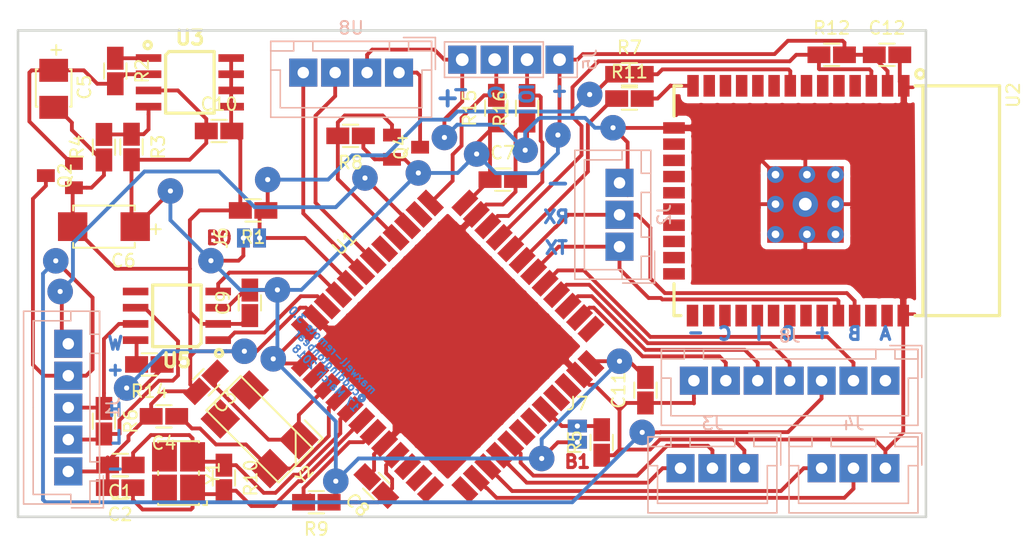
<source format=kicad_pcb>
(kicad_pcb (version 20171130) (host pcbnew "(2017-12-14 revision 75b21d0)-master")

  (general
    (thickness 1.6)
    (drawings 27)
    (tracks 531)
    (zones 0)
    (modules 44)
    (nets 85)
  )

  (page A4)
  (layers
    (0 F.Cu signal)
    (31 B.Cu signal)
    (32 B.Adhes user)
    (33 F.Adhes user)
    (34 B.Paste user hide)
    (35 F.Paste user)
    (36 B.SilkS user)
    (37 F.SilkS user)
    (38 B.Mask user)
    (39 F.Mask user)
    (40 Dwgs.User user)
    (41 Cmts.User user)
    (42 Eco1.User user)
    (43 Eco2.User user)
    (44 Edge.Cuts user)
    (45 Margin user)
    (46 B.CrtYd user)
    (47 F.CrtYd user)
    (48 B.Fab user)
    (49 F.Fab user)
  )

  (setup
    (last_trace_width 0.3)
    (trace_clearance 0.195)
    (zone_clearance 0.508)
    (zone_45_only no)
    (trace_min 0.2)
    (segment_width 0.2)
    (edge_width 0.15)
    (via_size 2)
    (via_drill 0.4)
    (via_min_size 0.4)
    (via_min_drill 0.3)
    (uvia_size 0.3)
    (uvia_drill 0.1)
    (uvias_allowed no)
    (uvia_min_size 0.2)
    (uvia_min_drill 0.1)
    (pcb_text_width 0.3)
    (pcb_text_size 1.5 1.5)
    (mod_edge_width 0.15)
    (mod_text_size 1 1)
    (mod_text_width 0.15)
    (pad_size 1.524 1.524)
    (pad_drill 0.762)
    (pad_to_mask_clearance 0.2)
    (aux_axis_origin 97.79 93.98)
    (visible_elements FFF9FF7F)
    (pcbplotparams
      (layerselection 0x01000_ffffffff)
      (usegerberextensions false)
      (usegerberattributes false)
      (usegerberadvancedattributes false)
      (creategerberjobfile false)
      (excludeedgelayer true)
      (linewidth 0.100000)
      (plotframeref false)
      (viasonmask false)
      (mode 1)
      (useauxorigin false)
      (hpglpennumber 1)
      (hpglpenspeed 20)
      (hpglpendiameter 15)
      (psnegative false)
      (psa4output false)
      (plotreference true)
      (plotvalue true)
      (plotinvisibletext false)
      (padsonsilk false)
      (subtractmaskfromsilk false)
      (outputformat 1)
      (mirror false)
      (drillshape 0)
      (scaleselection 1)
      (outputdirectory ""))
  )

  (net 0 "")
  (net 1 +3V3)
  (net 2 GND)
  (net 3 +BATT)
  (net 4 ~RIGHT_A)
  (net 5 ~RIGHT_B)
  (net 6 ~LEFT_B)
  (net 7 ~LEFT_A)
  (net 8 "Net-(Q4-Pad3)")
  (net 9 "Net-(C5-Pad1)")
  (net 10 "Net-(R14-Pad2)")
  (net 11 "Net-(R3-Pad1)")
  (net 12 BT_KEY)
  (net 13 SDA)
  (net 14 SCL)
  (net 15 "Net-(U5-Pad5)")
  (net 16 WAKE)
  (net 17 CAN-)
  (net 18 CAN+)
  (net 19 "Net-(U1-Pad10)")
  (net 20 "Net-(U1-Pad18)")
  (net 21 "Net-(U1-Pad19)")
  (net 22 "Net-(U1-Pad38)")
  (net 23 "Net-(U1-Pad41)")
  (net 24 CAN_RX)
  (net 25 CAN_TX)
  (net 26 BOOT1)
  (net 27 SWDIO)
  (net 28 SWCLK)
  (net 29 BOOT0)
  (net 30 "Net-(C1-Pad1)")
  (net 31 "Net-(C2-Pad1)")
  (net 32 "Net-(R9-Pad2)")
  (net 33 "Net-(R2-Pad1)")
  (net 34 "Net-(U1-Pad2)")
  (net 35 ~ENABLE_SCREEN)
  (net 36 "Net-(U2-Pad4)")
  (net 37 "Net-(U2-Pad5)")
  (net 38 "Net-(U2-Pad10)")
  (net 39 "Net-(U2-Pad11)")
  (net 40 "Net-(U2-Pad12)")
  (net 41 "Net-(U2-Pad13)")
  (net 42 "Net-(U2-Pad16)")
  (net 43 "Net-(U2-Pad17)")
  (net 44 "Net-(U2-Pad18)")
  (net 45 "Net-(U2-Pad19)")
  (net 46 "Net-(U2-Pad20)")
  (net 47 "Net-(U2-Pad21)")
  (net 48 "Net-(U2-Pad22)")
  (net 49 "Net-(U2-Pad23)")
  (net 50 "Net-(U2-Pad24)")
  (net 51 "Net-(U2-Pad25)")
  (net 52 "Net-(U2-Pad26)")
  (net 53 "Net-(U2-Pad27)")
  (net 54 "Net-(U2-Pad28)")
  (net 55 "Net-(U2-Pad29)")
  (net 56 "Net-(U2-Pad30)")
  (net 57 "Net-(U2-Pad31)")
  (net 58 "Net-(U2-Pad32)")
  (net 59 "Net-(U2-Pad33)")
  (net 60 "Net-(U1-Pad12)")
  (net 61 "Net-(U1-Pad13)")
  (net 62 "Net-(R7-Pad2)")
  (net 63 "Net-(R11-Pad2)")
  (net 64 "Net-(U2-Pad36)")
  (net 65 "Net-(U2-Pad37)")
  (net 66 "Net-(U2-Pad6)")
  (net 67 "Net-(U2-Pad7)")
  (net 68 "Net-(U1-Pad25)")
  (net 69 "Net-(U1-Pad21)")
  (net 70 "Net-(U2-Pad9)")
  (net 71 DISBABLE_BLUETOOTH_)
  (net 72 "Net-(U1-Pad22)")
  (net 73 BT_OUT)
  (net 74 BT_IN)
  (net 75 "Net-(J8-Pad4)")
  (net 76 "Net-(J8-Pad5)")
  (net 77 SPI_CS_A)
  (net 78 SPI_CS_B)
  (net 79 "Net-(J8-Pad6)")
  (net 80 "Net-(U1-Pad11)")
  (net 81 "Net-(C4-Pad1)")
  (net 82 "Net-(C3-Pad1)")
  (net 83 "Net-(Y2-Pad2)")
  (net 84 "Net-(Y2-Pad3)")

  (net_class Default "This is the default net class."
    (clearance 0.195)
    (trace_width 0.3)
    (via_dia 2)
    (via_drill 0.4)
    (uvia_dia 0.3)
    (uvia_drill 0.1)
    (add_net +3V3)
    (add_net +BATT)
    (add_net BOOT0)
    (add_net BOOT1)
    (add_net BT_IN)
    (add_net BT_KEY)
    (add_net BT_OUT)
    (add_net CAN+)
    (add_net CAN-)
    (add_net CAN_RX)
    (add_net CAN_TX)
    (add_net DISBABLE_BLUETOOTH_)
    (add_net GND)
    (add_net "Net-(C1-Pad1)")
    (add_net "Net-(C2-Pad1)")
    (add_net "Net-(C3-Pad1)")
    (add_net "Net-(C4-Pad1)")
    (add_net "Net-(C5-Pad1)")
    (add_net "Net-(J8-Pad4)")
    (add_net "Net-(J8-Pad5)")
    (add_net "Net-(J8-Pad6)")
    (add_net "Net-(Q4-Pad3)")
    (add_net "Net-(R11-Pad2)")
    (add_net "Net-(R14-Pad2)")
    (add_net "Net-(R2-Pad1)")
    (add_net "Net-(R3-Pad1)")
    (add_net "Net-(R7-Pad2)")
    (add_net "Net-(R9-Pad2)")
    (add_net "Net-(U1-Pad10)")
    (add_net "Net-(U1-Pad11)")
    (add_net "Net-(U1-Pad12)")
    (add_net "Net-(U1-Pad13)")
    (add_net "Net-(U1-Pad18)")
    (add_net "Net-(U1-Pad19)")
    (add_net "Net-(U1-Pad2)")
    (add_net "Net-(U1-Pad21)")
    (add_net "Net-(U1-Pad22)")
    (add_net "Net-(U1-Pad25)")
    (add_net "Net-(U1-Pad38)")
    (add_net "Net-(U1-Pad41)")
    (add_net "Net-(U2-Pad10)")
    (add_net "Net-(U2-Pad11)")
    (add_net "Net-(U2-Pad12)")
    (add_net "Net-(U2-Pad13)")
    (add_net "Net-(U2-Pad16)")
    (add_net "Net-(U2-Pad17)")
    (add_net "Net-(U2-Pad18)")
    (add_net "Net-(U2-Pad19)")
    (add_net "Net-(U2-Pad20)")
    (add_net "Net-(U2-Pad21)")
    (add_net "Net-(U2-Pad22)")
    (add_net "Net-(U2-Pad23)")
    (add_net "Net-(U2-Pad24)")
    (add_net "Net-(U2-Pad25)")
    (add_net "Net-(U2-Pad26)")
    (add_net "Net-(U2-Pad27)")
    (add_net "Net-(U2-Pad28)")
    (add_net "Net-(U2-Pad29)")
    (add_net "Net-(U2-Pad30)")
    (add_net "Net-(U2-Pad31)")
    (add_net "Net-(U2-Pad32)")
    (add_net "Net-(U2-Pad33)")
    (add_net "Net-(U2-Pad36)")
    (add_net "Net-(U2-Pad37)")
    (add_net "Net-(U2-Pad4)")
    (add_net "Net-(U2-Pad5)")
    (add_net "Net-(U2-Pad6)")
    (add_net "Net-(U2-Pad7)")
    (add_net "Net-(U2-Pad9)")
    (add_net "Net-(U5-Pad5)")
    (add_net "Net-(Y2-Pad2)")
    (add_net "Net-(Y2-Pad3)")
    (add_net SCL)
    (add_net SDA)
    (add_net SPI_CS_A)
    (add_net SPI_CS_B)
    (add_net SWCLK)
    (add_net SWDIO)
    (add_net WAKE)
    (add_net ~ENABLE_SCREEN)
    (add_net ~LEFT_A)
    (add_net ~LEFT_B)
    (add_net ~RIGHT_A)
    (add_net ~RIGHT_B)
  )

  (module coddingtonbear/coddingtonbear.pretty:Pin_Header_Straight_1x02_Pitch1.27mm_JMP (layer F.Cu) (tedit 5AADA2C1) (tstamp 5B605AF2)
    (at 141.605 86.868)
    (descr "Through hole straight pin header, 1x02, 1.27mm pitch, single row")
    (tags "Through hole pin header THT 1x02 1.27mm single row")
    (path /5A761DF6)
    (fp_text reference J7 (at 0 -1.755) (layer F.SilkS)
      (effects (font (size 1 1) (thickness 0.15)))
    )
    (fp_text value B1_JMP (at 0 3.025) (layer F.Fab)
      (effects (font (size 1 1) (thickness 0.15)))
    )
    (pad 2 thru_hole rect (at 0 1.27) (size 1.5 1) (drill 0.4) (layers *.Cu *.Mask)
      (net 1 +3V3))
    (pad 1 thru_hole rect (at 0 0) (size 1.5 1) (drill 0.4) (layers *.Cu *.Mask)
      (net 26 BOOT1))
    (model Pin_Headers.3dshapes/Pin_Header_Straight_1x02_Pitch1.27mm.wrl
      (at (xyz 0 0 0))
      (scale (xyz 1 1 1))
      (rotate (xyz 0 0 0))
    )
  )

  (module coddingtonbear/coddingtonbear.pretty:Pin_Header_Straight_1x02_Pitch1.27mm_JMP (layer F.Cu) (tedit 5AADA2C1) (tstamp 5B605AF7)
    (at 115.443 72.136 90)
    (descr "Through hole straight pin header, 1x02, 1.27mm pitch, single row")
    (tags "Through hole pin header THT 1x02 1.27mm single row")
    (path /5A77B1E4)
    (fp_text reference J6 (at 0 -1.755 90) (layer F.SilkS)
      (effects (font (size 1 1) (thickness 0.15)))
    )
    (fp_text value B0_JMP (at 0 3.025 90) (layer F.Fab)
      (effects (font (size 1 1) (thickness 0.15)))
    )
    (pad 2 thru_hole rect (at 0 1.27 90) (size 1.5 1) (drill 0.4) (layers *.Cu *.Mask)
      (net 29 BOOT0))
    (pad 1 thru_hole rect (at 0 0 90) (size 1.5 1) (drill 0.4) (layers *.Cu *.Mask)
      (net 1 +3V3))
    (model Pin_Headers.3dshapes/Pin_Header_Straight_1x02_Pitch1.27mm.wrl
      (at (xyz 0 0 0))
      (scale (xyz 1 1 1))
      (rotate (xyz 0 0 0))
    )
  )

  (module coddingtonbear:JST_XH_B03B-XH-A_03x2.50mm_Straight_LargePads (layer B.Cu) (tedit 5A888B23) (tstamp 5BABB0AA)
    (at 154.686 90.17 180)
    (descr "JST XH series connector, B03B-XH-A, top entry type, through hole")
    (tags "connector jst xh tht top vertical 2.50mm")
    (path /5A57AA24)
    (fp_text reference J3 (at 2.5 3.5 180) (layer B.SilkS)
      (effects (font (size 1 1) (thickness 0.15)) (justify mirror))
    )
    (fp_text value Left (at 2.5 -4.5 180) (layer B.Fab)
      (effects (font (size 1 1) (thickness 0.15)) (justify mirror))
    )
    (fp_text user %R (at 2.5 -2.5 180) (layer B.Fab)
      (effects (font (size 1 1) (thickness 0.15)) (justify mirror))
    )
    (fp_line (start -2.85 2.75) (end -2.85 0.25) (layer B.Fab) (width 0.1))
    (fp_line (start -0.35 2.75) (end -2.85 2.75) (layer B.Fab) (width 0.1))
    (fp_line (start -2.85 2.75) (end -2.85 0.25) (layer B.SilkS) (width 0.12))
    (fp_line (start -0.35 2.75) (end -2.85 2.75) (layer B.SilkS) (width 0.12))
    (fp_line (start 6.8 -2.75) (end 2.5 -2.75) (layer B.SilkS) (width 0.12))
    (fp_line (start 6.8 0.2) (end 6.8 -2.75) (layer B.SilkS) (width 0.12))
    (fp_line (start 7.55 0.2) (end 6.8 0.2) (layer B.SilkS) (width 0.12))
    (fp_line (start -1.8 -2.75) (end 2.5 -2.75) (layer B.SilkS) (width 0.12))
    (fp_line (start -1.8 0.2) (end -1.8 -2.75) (layer B.SilkS) (width 0.12))
    (fp_line (start -2.55 0.2) (end -1.8 0.2) (layer B.SilkS) (width 0.12))
    (fp_line (start 7.55 2.45) (end 5.75 2.45) (layer B.SilkS) (width 0.12))
    (fp_line (start 7.55 1.7) (end 7.55 2.45) (layer B.SilkS) (width 0.12))
    (fp_line (start 5.75 1.7) (end 7.55 1.7) (layer B.SilkS) (width 0.12))
    (fp_line (start 5.75 2.45) (end 5.75 1.7) (layer B.SilkS) (width 0.12))
    (fp_line (start -0.75 2.45) (end -2.55 2.45) (layer B.SilkS) (width 0.12))
    (fp_line (start -0.75 1.7) (end -0.75 2.45) (layer B.SilkS) (width 0.12))
    (fp_line (start -2.55 1.7) (end -0.75 1.7) (layer B.SilkS) (width 0.12))
    (fp_line (start -2.55 2.45) (end -2.55 1.7) (layer B.SilkS) (width 0.12))
    (fp_line (start 4.25 2.45) (end 0.75 2.45) (layer B.SilkS) (width 0.12))
    (fp_line (start 4.25 1.7) (end 4.25 2.45) (layer B.SilkS) (width 0.12))
    (fp_line (start 0.75 1.7) (end 4.25 1.7) (layer B.SilkS) (width 0.12))
    (fp_line (start 0.75 2.45) (end 0.75 1.7) (layer B.SilkS) (width 0.12))
    (fp_line (start 7.55 2.45) (end -2.55 2.45) (layer B.SilkS) (width 0.12))
    (fp_line (start 7.55 -3.5) (end 7.55 2.45) (layer B.SilkS) (width 0.12))
    (fp_line (start -2.55 -3.5) (end 7.55 -3.5) (layer B.SilkS) (width 0.12))
    (fp_line (start -2.55 2.45) (end -2.55 -3.5) (layer B.SilkS) (width 0.12))
    (fp_line (start 7.95 2.85) (end -2.95 2.85) (layer B.CrtYd) (width 0.05))
    (fp_line (start 7.95 -3.9) (end 7.95 2.85) (layer B.CrtYd) (width 0.05))
    (fp_line (start -2.95 -3.9) (end 7.95 -3.9) (layer B.CrtYd) (width 0.05))
    (fp_line (start -2.95 2.85) (end -2.95 -3.9) (layer B.CrtYd) (width 0.05))
    (fp_line (start 7.45 2.35) (end -2.45 2.35) (layer B.Fab) (width 0.1))
    (fp_line (start 7.45 -3.4) (end 7.45 2.35) (layer B.Fab) (width 0.1))
    (fp_line (start -2.45 -3.4) (end 7.45 -3.4) (layer B.Fab) (width 0.1))
    (fp_line (start -2.45 2.35) (end -2.45 -3.4) (layer B.Fab) (width 0.1))
    (pad 3 thru_hole rect (at 5 0 180) (size 2.2 2.2) (drill 0.9) (layers *.Cu *.Mask)
      (net 6 ~LEFT_B))
    (pad 2 thru_hole rect (at 2.5 0 180) (size 2.2 2.2) (drill 0.9) (layers *.Cu *.Mask)
      (net 7 ~LEFT_A))
    (pad 1 thru_hole rect (at 0 0 180) (size 2.2 2.2) (drill 0.9) (layers *.Cu *.Mask)
      (net 2 GND))
    (model Connectors_JST.3dshapes/JST_XH_B03B-XH-A_03x2.50mm_Straight.wrl
      (at (xyz 0 0 0))
      (scale (xyz 1 1 1))
      (rotate (xyz 0 0 0))
    )
  )

  (module coddingtonbear:JST_XH_B03B-XH-A_03x2.50mm_Straight_LargePads (layer B.Cu) (tedit 5A888B23) (tstamp 5BABB2FE)
    (at 165.735 90.17 180)
    (descr "JST XH series connector, B03B-XH-A, top entry type, through hole")
    (tags "connector jst xh tht top vertical 2.50mm")
    (path /5A57AB93)
    (fp_text reference J4 (at 2.5 3.5 180) (layer B.SilkS)
      (effects (font (size 1 1) (thickness 0.15)) (justify mirror))
    )
    (fp_text value Right (at 2.5 -4.5 180) (layer B.Fab)
      (effects (font (size 1 1) (thickness 0.15)) (justify mirror))
    )
    (fp_line (start -2.45 2.35) (end -2.45 -3.4) (layer B.Fab) (width 0.1))
    (fp_line (start -2.45 -3.4) (end 7.45 -3.4) (layer B.Fab) (width 0.1))
    (fp_line (start 7.45 -3.4) (end 7.45 2.35) (layer B.Fab) (width 0.1))
    (fp_line (start 7.45 2.35) (end -2.45 2.35) (layer B.Fab) (width 0.1))
    (fp_line (start -2.95 2.85) (end -2.95 -3.9) (layer B.CrtYd) (width 0.05))
    (fp_line (start -2.95 -3.9) (end 7.95 -3.9) (layer B.CrtYd) (width 0.05))
    (fp_line (start 7.95 -3.9) (end 7.95 2.85) (layer B.CrtYd) (width 0.05))
    (fp_line (start 7.95 2.85) (end -2.95 2.85) (layer B.CrtYd) (width 0.05))
    (fp_line (start -2.55 2.45) (end -2.55 -3.5) (layer B.SilkS) (width 0.12))
    (fp_line (start -2.55 -3.5) (end 7.55 -3.5) (layer B.SilkS) (width 0.12))
    (fp_line (start 7.55 -3.5) (end 7.55 2.45) (layer B.SilkS) (width 0.12))
    (fp_line (start 7.55 2.45) (end -2.55 2.45) (layer B.SilkS) (width 0.12))
    (fp_line (start 0.75 2.45) (end 0.75 1.7) (layer B.SilkS) (width 0.12))
    (fp_line (start 0.75 1.7) (end 4.25 1.7) (layer B.SilkS) (width 0.12))
    (fp_line (start 4.25 1.7) (end 4.25 2.45) (layer B.SilkS) (width 0.12))
    (fp_line (start 4.25 2.45) (end 0.75 2.45) (layer B.SilkS) (width 0.12))
    (fp_line (start -2.55 2.45) (end -2.55 1.7) (layer B.SilkS) (width 0.12))
    (fp_line (start -2.55 1.7) (end -0.75 1.7) (layer B.SilkS) (width 0.12))
    (fp_line (start -0.75 1.7) (end -0.75 2.45) (layer B.SilkS) (width 0.12))
    (fp_line (start -0.75 2.45) (end -2.55 2.45) (layer B.SilkS) (width 0.12))
    (fp_line (start 5.75 2.45) (end 5.75 1.7) (layer B.SilkS) (width 0.12))
    (fp_line (start 5.75 1.7) (end 7.55 1.7) (layer B.SilkS) (width 0.12))
    (fp_line (start 7.55 1.7) (end 7.55 2.45) (layer B.SilkS) (width 0.12))
    (fp_line (start 7.55 2.45) (end 5.75 2.45) (layer B.SilkS) (width 0.12))
    (fp_line (start -2.55 0.2) (end -1.8 0.2) (layer B.SilkS) (width 0.12))
    (fp_line (start -1.8 0.2) (end -1.8 -2.75) (layer B.SilkS) (width 0.12))
    (fp_line (start -1.8 -2.75) (end 2.5 -2.75) (layer B.SilkS) (width 0.12))
    (fp_line (start 7.55 0.2) (end 6.8 0.2) (layer B.SilkS) (width 0.12))
    (fp_line (start 6.8 0.2) (end 6.8 -2.75) (layer B.SilkS) (width 0.12))
    (fp_line (start 6.8 -2.75) (end 2.5 -2.75) (layer B.SilkS) (width 0.12))
    (fp_line (start -0.35 2.75) (end -2.85 2.75) (layer B.SilkS) (width 0.12))
    (fp_line (start -2.85 2.75) (end -2.85 0.25) (layer B.SilkS) (width 0.12))
    (fp_line (start -0.35 2.75) (end -2.85 2.75) (layer B.Fab) (width 0.1))
    (fp_line (start -2.85 2.75) (end -2.85 0.25) (layer B.Fab) (width 0.1))
    (fp_text user %R (at 2.5 -2.5 180) (layer B.Fab)
      (effects (font (size 1 1) (thickness 0.15)) (justify mirror))
    )
    (pad 1 thru_hole rect (at 0 0 180) (size 2.2 2.2) (drill 0.9) (layers *.Cu *.Mask)
      (net 2 GND))
    (pad 2 thru_hole rect (at 2.5 0 180) (size 2.2 2.2) (drill 0.9) (layers *.Cu *.Mask)
      (net 4 ~RIGHT_A))
    (pad 3 thru_hole rect (at 5 0 180) (size 2.2 2.2) (drill 0.9) (layers *.Cu *.Mask)
      (net 5 ~RIGHT_B))
    (model Connectors_JST.3dshapes/JST_XH_B03B-XH-A_03x2.50mm_Straight.wrl
      (at (xyz 0 0 0))
      (scale (xyz 1 1 1))
      (rotate (xyz 0 0 0))
    )
  )

  (module coddingtonbear:JST_XH_B05B-XH-A_05x2.50mm_Straight_LargePads (layer B.Cu) (tedit 5A888AA6) (tstamp 5BABB002)
    (at 101.727 90.424 90)
    (descr "JST XH series connector, B05B-XH-A, top entry type, through hole")
    (tags "connector jst xh tht top vertical 2.50mm")
    (path /5A3AD6C4)
    (fp_text reference J1 (at 5 3.5 90) (layer B.SilkS)
      (effects (font (size 1 1) (thickness 0.15)) (justify mirror))
    )
    (fp_text value INPUT (at 5 -4.5 90) (layer B.Fab)
      (effects (font (size 1 1) (thickness 0.15)) (justify mirror))
    )
    (fp_text user %R (at 5 -2.5 90) (layer B.Fab)
      (effects (font (size 1 1) (thickness 0.15)) (justify mirror))
    )
    (fp_line (start -2.85 2.75) (end -2.85 0.25) (layer B.Fab) (width 0.1))
    (fp_line (start -0.35 2.75) (end -2.85 2.75) (layer B.Fab) (width 0.1))
    (fp_line (start -2.85 2.75) (end -2.85 0.25) (layer B.SilkS) (width 0.12))
    (fp_line (start -0.35 2.75) (end -2.85 2.75) (layer B.SilkS) (width 0.12))
    (fp_line (start 11.8 -2.75) (end 5 -2.75) (layer B.SilkS) (width 0.12))
    (fp_line (start 11.8 0.2) (end 11.8 -2.75) (layer B.SilkS) (width 0.12))
    (fp_line (start 12.55 0.2) (end 11.8 0.2) (layer B.SilkS) (width 0.12))
    (fp_line (start -1.8 -2.75) (end 5 -2.75) (layer B.SilkS) (width 0.12))
    (fp_line (start -1.8 0.2) (end -1.8 -2.75) (layer B.SilkS) (width 0.12))
    (fp_line (start -2.55 0.2) (end -1.8 0.2) (layer B.SilkS) (width 0.12))
    (fp_line (start 12.55 2.45) (end 10.75 2.45) (layer B.SilkS) (width 0.12))
    (fp_line (start 12.55 1.7) (end 12.55 2.45) (layer B.SilkS) (width 0.12))
    (fp_line (start 10.75 1.7) (end 12.55 1.7) (layer B.SilkS) (width 0.12))
    (fp_line (start 10.75 2.45) (end 10.75 1.7) (layer B.SilkS) (width 0.12))
    (fp_line (start -0.75 2.45) (end -2.55 2.45) (layer B.SilkS) (width 0.12))
    (fp_line (start -0.75 1.7) (end -0.75 2.45) (layer B.SilkS) (width 0.12))
    (fp_line (start -2.55 1.7) (end -0.75 1.7) (layer B.SilkS) (width 0.12))
    (fp_line (start -2.55 2.45) (end -2.55 1.7) (layer B.SilkS) (width 0.12))
    (fp_line (start 9.25 2.45) (end 0.75 2.45) (layer B.SilkS) (width 0.12))
    (fp_line (start 9.25 1.7) (end 9.25 2.45) (layer B.SilkS) (width 0.12))
    (fp_line (start 0.75 1.7) (end 9.25 1.7) (layer B.SilkS) (width 0.12))
    (fp_line (start 0.75 2.45) (end 0.75 1.7) (layer B.SilkS) (width 0.12))
    (fp_line (start 12.55 2.45) (end -2.55 2.45) (layer B.SilkS) (width 0.12))
    (fp_line (start 12.55 -3.5) (end 12.55 2.45) (layer B.SilkS) (width 0.12))
    (fp_line (start -2.55 -3.5) (end 12.55 -3.5) (layer B.SilkS) (width 0.12))
    (fp_line (start -2.55 2.45) (end -2.55 -3.5) (layer B.SilkS) (width 0.12))
    (fp_line (start 12.9 2.85) (end -2.95 2.85) (layer B.CrtYd) (width 0.05))
    (fp_line (start 12.9 -3.9) (end 12.9 2.85) (layer B.CrtYd) (width 0.05))
    (fp_line (start -2.95 -3.9) (end 12.9 -3.9) (layer B.CrtYd) (width 0.05))
    (fp_line (start -2.95 2.85) (end -2.95 -3.9) (layer B.CrtYd) (width 0.05))
    (fp_line (start 12.45 2.35) (end -2.45 2.35) (layer B.Fab) (width 0.1))
    (fp_line (start 12.45 -3.4) (end 12.45 2.35) (layer B.Fab) (width 0.1))
    (fp_line (start -2.45 -3.4) (end 12.45 -3.4) (layer B.Fab) (width 0.1))
    (fp_line (start -2.45 2.35) (end -2.45 -3.4) (layer B.Fab) (width 0.1))
    (pad 5 thru_hole rect (at 10 0 90) (size 2.2 2.2) (drill 0.9) (layers *.Cu *.Mask)
      (net 16 WAKE))
    (pad 4 thru_hole rect (at 7.5 0 90) (size 2.2 2.2) (drill 0.9) (layers *.Cu *.Mask)
      (net 3 +BATT))
    (pad 3 thru_hole rect (at 5 0 90) (size 2.2 2.2) (drill 0.9) (layers *.Cu *.Mask)
      (net 18 CAN+))
    (pad 2 thru_hole rect (at 2.5 0 90) (size 2.2 2.2) (drill 0.9) (layers *.Cu *.Mask)
      (net 17 CAN-))
    (pad 1 thru_hole rect (at 0 0 90) (size 2.2 2.2) (drill 0.9) (layers *.Cu *.Mask)
      (net 2 GND))
    (model Connectors_JST.3dshapes/JST_XH_B05B-XH-A_05x2.50mm_Straight.wrl
      (at (xyz 0 0 0))
      (scale (xyz 1 1 1))
      (rotate (xyz 0 0 0))
    )
  )

  (module coddingtonbear:JST_XH_B03B-XH-A_03x2.50mm_Straight_LargePads (layer B.Cu) (tedit 5A888B23) (tstamp 5B997F1F)
    (at 144.907 72.818 90)
    (descr "JST XH series connector, B03B-XH-A, top entry type, through hole")
    (tags "connector jst xh tht top vertical 2.50mm")
    (path /5ABF5BFA)
    (fp_text reference J2 (at 2.5 3.5 90) (layer B.SilkS)
      (effects (font (size 1 1) (thickness 0.15)) (justify mirror))
    )
    (fp_text value UART (at 2.5 -4.5 90) (layer B.Fab)
      (effects (font (size 1 1) (thickness 0.15)) (justify mirror))
    )
    (fp_line (start -2.45 2.35) (end -2.45 -3.4) (layer B.Fab) (width 0.1))
    (fp_line (start -2.45 -3.4) (end 7.45 -3.4) (layer B.Fab) (width 0.1))
    (fp_line (start 7.45 -3.4) (end 7.45 2.35) (layer B.Fab) (width 0.1))
    (fp_line (start 7.45 2.35) (end -2.45 2.35) (layer B.Fab) (width 0.1))
    (fp_line (start -2.95 2.85) (end -2.95 -3.9) (layer B.CrtYd) (width 0.05))
    (fp_line (start -2.95 -3.9) (end 7.95 -3.9) (layer B.CrtYd) (width 0.05))
    (fp_line (start 7.95 -3.9) (end 7.95 2.85) (layer B.CrtYd) (width 0.05))
    (fp_line (start 7.95 2.85) (end -2.95 2.85) (layer B.CrtYd) (width 0.05))
    (fp_line (start -2.55 2.45) (end -2.55 -3.5) (layer B.SilkS) (width 0.12))
    (fp_line (start -2.55 -3.5) (end 7.55 -3.5) (layer B.SilkS) (width 0.12))
    (fp_line (start 7.55 -3.5) (end 7.55 2.45) (layer B.SilkS) (width 0.12))
    (fp_line (start 7.55 2.45) (end -2.55 2.45) (layer B.SilkS) (width 0.12))
    (fp_line (start 0.75 2.45) (end 0.75 1.7) (layer B.SilkS) (width 0.12))
    (fp_line (start 0.75 1.7) (end 4.25 1.7) (layer B.SilkS) (width 0.12))
    (fp_line (start 4.25 1.7) (end 4.25 2.45) (layer B.SilkS) (width 0.12))
    (fp_line (start 4.25 2.45) (end 0.75 2.45) (layer B.SilkS) (width 0.12))
    (fp_line (start -2.55 2.45) (end -2.55 1.7) (layer B.SilkS) (width 0.12))
    (fp_line (start -2.55 1.7) (end -0.75 1.7) (layer B.SilkS) (width 0.12))
    (fp_line (start -0.75 1.7) (end -0.75 2.45) (layer B.SilkS) (width 0.12))
    (fp_line (start -0.75 2.45) (end -2.55 2.45) (layer B.SilkS) (width 0.12))
    (fp_line (start 5.75 2.45) (end 5.75 1.7) (layer B.SilkS) (width 0.12))
    (fp_line (start 5.75 1.7) (end 7.55 1.7) (layer B.SilkS) (width 0.12))
    (fp_line (start 7.55 1.7) (end 7.55 2.45) (layer B.SilkS) (width 0.12))
    (fp_line (start 7.55 2.45) (end 5.75 2.45) (layer B.SilkS) (width 0.12))
    (fp_line (start -2.55 0.2) (end -1.8 0.2) (layer B.SilkS) (width 0.12))
    (fp_line (start -1.8 0.2) (end -1.8 -2.75) (layer B.SilkS) (width 0.12))
    (fp_line (start -1.8 -2.75) (end 2.5 -2.75) (layer B.SilkS) (width 0.12))
    (fp_line (start 7.55 0.2) (end 6.8 0.2) (layer B.SilkS) (width 0.12))
    (fp_line (start 6.8 0.2) (end 6.8 -2.75) (layer B.SilkS) (width 0.12))
    (fp_line (start 6.8 -2.75) (end 2.5 -2.75) (layer B.SilkS) (width 0.12))
    (fp_line (start -0.35 2.75) (end -2.85 2.75) (layer B.SilkS) (width 0.12))
    (fp_line (start -2.85 2.75) (end -2.85 0.25) (layer B.SilkS) (width 0.12))
    (fp_line (start -0.35 2.75) (end -2.85 2.75) (layer B.Fab) (width 0.1))
    (fp_line (start -2.85 2.75) (end -2.85 0.25) (layer B.Fab) (width 0.1))
    (fp_text user %R (at 2.5 -2.5 90) (layer B.Fab)
      (effects (font (size 1 1) (thickness 0.15)) (justify mirror))
    )
    (pad 1 thru_hole rect (at 0 0 90) (size 2.2 2.2) (drill 0.9) (layers *.Cu *.Mask)
      (net 74 BT_IN))
    (pad 2 thru_hole rect (at 2.5 0 90) (size 2.2 2.2) (drill 0.9) (layers *.Cu *.Mask)
      (net 73 BT_OUT))
    (pad 3 thru_hole rect (at 5 0 90) (size 2.2 2.2) (drill 0.9) (layers *.Cu *.Mask)
      (net 2 GND))
    (model Connectors_JST.3dshapes/JST_XH_B03B-XH-A_03x2.50mm_Straight.wrl
      (at (xyz 0 0 0))
      (scale (xyz 1 1 1))
      (rotate (xyz 0 0 0))
    )
  )

  (module coddingtonbear:SM-CRYSTAL-ABS25_LargePads (layer F.Cu) (tedit 5AAD93AE) (tstamp 5B875B22)
    (at 116.713 87.122 135)
    (path /5ABD0940)
    (fp_text reference Y2 (at -5 0 225) (layer F.SilkS)
      (effects (font (size 0.762 0.762) (thickness 0.1524)))
    )
    (fp_text value Crystal_GND23_Small (at 0 0 135) (layer F.SilkS) hide
      (effects (font (size 0.762 0.762) (thickness 0.1524)))
    )
    (fp_line (start -2 3) (end -4 3) (layer F.SilkS) (width 0.1524))
    (fp_line (start -4 3) (end -4 2.5) (layer F.SilkS) (width 0.1524))
    (fp_line (start -4 0) (end -2.1 1.9) (layer F.SilkS) (width 0.1524))
    (fp_line (start -4 -1.9) (end -4 1.9) (layer F.SilkS) (width 0.1524))
    (fp_line (start -4 1.9) (end 4 1.9) (layer F.SilkS) (width 0.1524))
    (fp_line (start 4 1.9) (end 4 -1.9) (layer F.SilkS) (width 0.1524))
    (fp_line (start 4 -1.9) (end -4 -1.9) (layer F.SilkS) (width 0.1524))
    (pad 1 smd rect (at -2.75 1.6 135) (size 2.2 2.2) (layers F.Cu F.Paste F.Mask)
      (net 82 "Net-(C3-Pad1)"))
    (pad 2 smd rect (at 2.75 1.6 135) (size 2.2 2.2) (layers F.Cu F.Paste F.Mask)
      (net 83 "Net-(Y2-Pad2)"))
    (pad 3 smd rect (at 2.75 -1.6 135) (size 2.2 2.2) (layers F.Cu F.Paste F.Mask)
      (net 84 "Net-(Y2-Pad3)"))
    (pad 4 smd rect (at -2.75 -1.6 135) (size 2.2 2.2) (layers F.Cu F.Paste F.Mask)
      (net 81 "Net-(C4-Pad1)"))
  )

  (module coddingtonbear/coddingtonbear.pretty:0805_Milling (layer F.Cu) (tedit 5A864972) (tstamp 5B754D16)
    (at 112.522 83.439 225)
    (descr "Resistor SMD 0805, reflow soldering, Vishay (see dcrcw.pdf)")
    (tags "resistor 0805")
    (path /5ABD0AAC)
    (attr smd)
    (fp_text reference C3 (at 0 -2.1 225) (layer F.SilkS)
      (effects (font (size 1 1) (thickness 0.15)))
    )
    (fp_text value 22p (at 0 2.1 225) (layer F.Fab)
      (effects (font (size 1 1) (thickness 0.15)))
    )
    (fp_line (start 0.6 0.875) (end -0.6 0.875) (layer F.SilkS) (width 0.15))
    (fp_line (start -0.6 -0.875) (end 0.6 -0.875) (layer F.SilkS) (width 0.15))
    (pad 1 smd rect (at -1 0 225) (size 1.79 1.3) (layers F.Cu F.Paste F.Mask)
      (net 82 "Net-(C3-Pad1)"))
    (pad 2 smd rect (at 1 0 225) (size 1.79 1.3) (layers F.Cu F.Paste F.Mask)
      (net 2 GND))
    (model Resistors_SMD.3dshapes/R_0805.wrl
      (at (xyz 0 0 0))
      (scale (xyz 1 1 1))
      (rotate (xyz 0 0 0))
    )
  )

  (module coddingtonbear/coddingtonbear.pretty:0805_Milling (layer F.Cu) (tedit 5A864972) (tstamp 5B754D2B)
    (at 109.22 86.106 180)
    (descr "Resistor SMD 0805, reflow soldering, Vishay (see dcrcw.pdf)")
    (tags "resistor 0805")
    (path /5ABD0A3F)
    (attr smd)
    (fp_text reference C4 (at 0 -2.1 180) (layer F.SilkS)
      (effects (font (size 1 1) (thickness 0.15)))
    )
    (fp_text value 22p (at 0 2.1 180) (layer F.Fab)
      (effects (font (size 1 1) (thickness 0.15)))
    )
    (fp_line (start -0.6 -0.875) (end 0.6 -0.875) (layer F.SilkS) (width 0.15))
    (fp_line (start 0.6 0.875) (end -0.6 0.875) (layer F.SilkS) (width 0.15))
    (pad 2 smd rect (at 1 0 180) (size 1.79 1.3) (layers F.Cu F.Paste F.Mask)
      (net 2 GND))
    (pad 1 smd rect (at -1 0 180) (size 1.79 1.3) (layers F.Cu F.Paste F.Mask)
      (net 81 "Net-(C4-Pad1)"))
    (model Resistors_SMD.3dshapes/R_0805.wrl
      (at (xyz 0 0 0))
      (scale (xyz 1 1 1))
      (rotate (xyz 0 0 0))
    )
  )

  (module celeritous/KiCad.pretty:CAPACITOR_TANTALUM_B (layer F.Cu) (tedit 580E4438) (tstamp 5B633388)
    (at 100.584 60.452 270)
    (path /5A3AEBCE)
    (fp_text reference C5 (at -0.127 -2.413 270) (layer F.SilkS)
      (effects (font (size 1 1) (thickness 0.15)))
    )
    (fp_text value 1u (at 6.604 -3.683 270) (layer F.Fab) hide
      (effects (font (size 1 1) (thickness 0.15)))
    )
    (fp_line (start 1.397 1.27) (end 1.397 1.397) (layer F.SilkS) (width 0.15))
    (fp_line (start 1.397 1.397) (end -1.524 1.397) (layer F.SilkS) (width 0.15))
    (fp_line (start -1.524 1.397) (end -1.524 1.27) (layer F.SilkS) (width 0.15))
    (fp_line (start -1.524 -1.27) (end -1.524 -1.397) (layer F.SilkS) (width 0.15))
    (fp_line (start -1.524 -1.397) (end 1.397 -1.397) (layer F.SilkS) (width 0.15))
    (fp_line (start 1.397 -1.397) (end 1.397 -1.27) (layer F.SilkS) (width 0.15))
    (fp_text user + (at -3.048 -0.127 270) (layer F.SilkS)
      (effects (font (size 1 1) (thickness 0.15)))
    )
    (pad 1 smd rect (at -1.45 0 270) (size 1.8 2.25) (layers F.Cu F.Paste F.Mask)
      (net 9 "Net-(C5-Pad1)"))
    (pad 2 smd rect (at 1.45 0 270) (size 1.8 2.25) (layers F.Cu F.Paste F.Mask)
      (net 2 GND))
  )

  (module celeritous/KiCad.pretty:CAPACITOR_TANTALUM_C (layer F.Cu) (tedit 580E43E1) (tstamp 5B63337C)
    (at 104.521 71.247 180)
    (path /5A3AF07E)
    (fp_text reference C6 (at -1.524 -2.667 180) (layer F.SilkS)
      (effects (font (size 1 1) (thickness 0.15)))
    )
    (fp_text value 2.2u (at 5.207 -4.191 180) (layer F.Fab) hide
      (effects (font (size 1 1) (thickness 0.15)))
    )
    (fp_line (start 2.413 1.27) (end 2.413 1.651) (layer F.SilkS) (width 0.15))
    (fp_line (start 2.413 1.651) (end -2.413 1.651) (layer F.SilkS) (width 0.15))
    (fp_line (start -2.413 1.651) (end -2.413 1.27) (layer F.SilkS) (width 0.15))
    (fp_line (start -2.413 -1.27) (end -2.413 -1.651) (layer F.SilkS) (width 0.15))
    (fp_line (start -2.413 -1.651) (end 2.413 -1.651) (layer F.SilkS) (width 0.15))
    (fp_line (start 2.413 -1.651) (end 2.413 -1.27) (layer F.SilkS) (width 0.15))
    (fp_text user + (at -4.064 -0.127 180) (layer F.SilkS)
      (effects (font (size 1 1) (thickness 0.15)))
    )
    (pad 1 smd rect (at -2.45 0 180) (size 2.3 2.25) (layers F.Cu F.Paste F.Mask)
      (net 1 +3V3))
    (pad 2 smd rect (at 2.45 0 180) (size 2.3 2.25) (layers F.Cu F.Paste F.Mask)
      (net 2 GND))
  )

  (module coddingtonbear:JST_XH_B07B-XH-A_07x2.50mm_Straight_LargePads (layer B.Cu) (tedit 5AAD8C7F) (tstamp 5B50FA9B)
    (at 165.735 83.312 180)
    (descr "JST XH series connector, B07B-XH-A, top entry type, through hole")
    (tags "connector jst xh tht top vertical 2.50mm")
    (path /5ABB973F)
    (fp_text reference J8 (at 7.5 3.5 180) (layer B.SilkS)
      (effects (font (size 1 1) (thickness 0.15)) (justify mirror))
    )
    (fp_text value SPI2 (at 7.5 -4.5 180) (layer B.Fab)
      (effects (font (size 1 1) (thickness 0.15)) (justify mirror))
    )
    (fp_line (start -2.45 2.35) (end -2.45 -3.4) (layer B.Fab) (width 0.1))
    (fp_line (start -2.45 -3.4) (end 17.45 -3.4) (layer B.Fab) (width 0.1))
    (fp_line (start 17.45 -3.4) (end 17.45 2.35) (layer B.Fab) (width 0.1))
    (fp_line (start 17.45 2.35) (end -2.45 2.35) (layer B.Fab) (width 0.1))
    (fp_line (start -2.95 2.85) (end -2.95 -3.9) (layer B.CrtYd) (width 0.05))
    (fp_line (start -2.95 -3.9) (end 17.9 -3.9) (layer B.CrtYd) (width 0.05))
    (fp_line (start 17.9 -3.9) (end 17.9 2.85) (layer B.CrtYd) (width 0.05))
    (fp_line (start 17.9 2.85) (end -2.95 2.85) (layer B.CrtYd) (width 0.05))
    (fp_line (start -2.55 2.45) (end -2.55 -3.5) (layer B.SilkS) (width 0.12))
    (fp_line (start -2.55 -3.5) (end 17.55 -3.5) (layer B.SilkS) (width 0.12))
    (fp_line (start 17.55 -3.5) (end 17.55 2.45) (layer B.SilkS) (width 0.12))
    (fp_line (start 17.55 2.45) (end -2.55 2.45) (layer B.SilkS) (width 0.12))
    (fp_line (start 0.75 2.45) (end 0.75 1.7) (layer B.SilkS) (width 0.12))
    (fp_line (start 0.75 1.7) (end 14.25 1.7) (layer B.SilkS) (width 0.12))
    (fp_line (start 14.25 1.7) (end 14.25 2.45) (layer B.SilkS) (width 0.12))
    (fp_line (start 14.25 2.45) (end 0.75 2.45) (layer B.SilkS) (width 0.12))
    (fp_line (start -2.55 2.45) (end -2.55 1.7) (layer B.SilkS) (width 0.12))
    (fp_line (start -2.55 1.7) (end -0.75 1.7) (layer B.SilkS) (width 0.12))
    (fp_line (start -0.75 1.7) (end -0.75 2.45) (layer B.SilkS) (width 0.12))
    (fp_line (start -0.75 2.45) (end -2.55 2.45) (layer B.SilkS) (width 0.12))
    (fp_line (start 15.75 2.45) (end 15.75 1.7) (layer B.SilkS) (width 0.12))
    (fp_line (start 15.75 1.7) (end 17.55 1.7) (layer B.SilkS) (width 0.12))
    (fp_line (start 17.55 1.7) (end 17.55 2.45) (layer B.SilkS) (width 0.12))
    (fp_line (start 17.55 2.45) (end 15.75 2.45) (layer B.SilkS) (width 0.12))
    (fp_line (start -2.55 0.2) (end -1.8 0.2) (layer B.SilkS) (width 0.12))
    (fp_line (start -1.8 0.2) (end -1.8 -2.75) (layer B.SilkS) (width 0.12))
    (fp_line (start -1.8 -2.75) (end 7.5 -2.75) (layer B.SilkS) (width 0.12))
    (fp_line (start 17.55 0.2) (end 16.8 0.2) (layer B.SilkS) (width 0.12))
    (fp_line (start 16.8 0.2) (end 16.8 -2.75) (layer B.SilkS) (width 0.12))
    (fp_line (start 16.8 -2.75) (end 7.5 -2.75) (layer B.SilkS) (width 0.12))
    (fp_line (start -0.35 2.75) (end -2.85 2.75) (layer B.SilkS) (width 0.12))
    (fp_line (start -2.85 2.75) (end -2.85 0.25) (layer B.SilkS) (width 0.12))
    (fp_line (start -0.35 2.75) (end -2.85 2.75) (layer B.Fab) (width 0.1))
    (fp_line (start -2.85 2.75) (end -2.85 0.25) (layer B.Fab) (width 0.1))
    (fp_text user %R (at 7.5 -2.5 180) (layer B.Fab)
      (effects (font (size 1 1) (thickness 0.15)) (justify mirror))
    )
    (pad 1 thru_hole rect (at 0 0 180) (size 2.2 2.2) (drill 0.9) (layers *.Cu *.Mask)
      (net 77 SPI_CS_A))
    (pad 2 thru_hole rect (at 2.5 0 180) (size 2.2 2.2) (drill 0.9) (layers *.Cu *.Mask)
      (net 78 SPI_CS_B))
    (pad 3 thru_hole rect (at 5 0 180) (size 2.2 2.2) (drill 0.9) (layers *.Cu *.Mask)
      (net 3 +BATT))
    (pad 4 thru_hole rect (at 7.5 0 180) (size 2.2 2.2) (drill 0.9) (layers *.Cu *.Mask)
      (net 75 "Net-(J8-Pad4)"))
    (pad 5 thru_hole rect (at 10 0 180) (size 2.2 2.2) (drill 0.9) (layers *.Cu *.Mask)
      (net 76 "Net-(J8-Pad5)"))
    (pad 6 thru_hole rect (at 12.5 0 180) (size 2.2 2.2) (drill 0.9) (layers *.Cu *.Mask)
      (net 79 "Net-(J8-Pad6)"))
    (pad 7 thru_hole rect (at 15 0 180) (size 2.2 2.2) (drill 0.9) (layers *.Cu *.Mask)
      (net 2 GND))
    (model Connectors_JST.3dshapes/JST_XH_B07B-XH-A_07x2.50mm_Straight.wrl
      (at (xyz 0 0 0))
      (scale (xyz 1 1 1))
      (rotate (xyz 0 0 0))
    )
  )

  (module coddingtonbear/coddingtonbear.pretty:0805_Milling (layer F.Cu) (tedit 5A864972) (tstamp 5B1A884F)
    (at 161.528 57.785)
    (descr "Resistor SMD 0805, reflow soldering, Vishay (see dcrcw.pdf)")
    (tags "resistor 0805")
    (path /5AB6BF1F)
    (attr smd)
    (fp_text reference R12 (at 0 -2.1) (layer F.SilkS)
      (effects (font (size 1 1) (thickness 0.15)))
    )
    (fp_text value 330 (at 0 2.1) (layer F.Fab)
      (effects (font (size 1 1) (thickness 0.15)))
    )
    (fp_line (start -0.6 -0.875) (end 0.6 -0.875) (layer F.SilkS) (width 0.15))
    (fp_line (start 0.6 0.875) (end -0.6 0.875) (layer F.SilkS) (width 0.15))
    (pad 2 smd rect (at 1 0) (size 1.79 1.3) (layers F.Cu F.Paste F.Mask)
      (net 1 +3V3))
    (pad 1 smd rect (at -1 0) (size 1.79 1.3) (layers F.Cu F.Paste F.Mask)
      (net 71 DISBABLE_BLUETOOTH_))
    (model Resistors_SMD.3dshapes/R_0805.wrl
      (at (xyz 0 0 0))
      (scale (xyz 1 1 1))
      (rotate (xyz 0 0 0))
    )
  )

  (module coddingtonbear:JST_XH_B04B-XH-A_04x2.50mm_Straight_LargePads (layer B.Cu) (tedit 5A888AD4) (tstamp 5B1A7E8F)
    (at 127.635 59.182 180)
    (descr "JST XH series connector, B04B-XH-A, top entry type, through hole")
    (tags "connector jst xh tht top vertical 2.50mm")
    (path /5A3AAF00)
    (fp_text reference U8 (at 3.75 3.5 180) (layer B.SilkS)
      (effects (font (size 1 1) (thickness 0.15)) (justify mirror))
    )
    (fp_text value OLED-SSD1306 (at 3.75 -4.5 180) (layer B.Fab)
      (effects (font (size 1 1) (thickness 0.15)) (justify mirror))
    )
    (fp_text user %R (at 3.75 -2.5 180) (layer B.Fab)
      (effects (font (size 1 1) (thickness 0.15)) (justify mirror))
    )
    (fp_line (start -2.85 2.75) (end -2.85 0.25) (layer B.Fab) (width 0.1))
    (fp_line (start -0.35 2.75) (end -2.85 2.75) (layer B.Fab) (width 0.1))
    (fp_line (start -2.85 2.75) (end -2.85 0.25) (layer B.SilkS) (width 0.12))
    (fp_line (start -0.35 2.75) (end -2.85 2.75) (layer B.SilkS) (width 0.12))
    (fp_line (start 9.3 -2.75) (end 3.75 -2.75) (layer B.SilkS) (width 0.12))
    (fp_line (start 9.3 0.2) (end 9.3 -2.75) (layer B.SilkS) (width 0.12))
    (fp_line (start 10.05 0.2) (end 9.3 0.2) (layer B.SilkS) (width 0.12))
    (fp_line (start -1.8 -2.75) (end 3.75 -2.75) (layer B.SilkS) (width 0.12))
    (fp_line (start -1.8 0.2) (end -1.8 -2.75) (layer B.SilkS) (width 0.12))
    (fp_line (start -2.55 0.2) (end -1.8 0.2) (layer B.SilkS) (width 0.12))
    (fp_line (start 10.05 2.45) (end 8.25 2.45) (layer B.SilkS) (width 0.12))
    (fp_line (start 10.05 1.7) (end 10.05 2.45) (layer B.SilkS) (width 0.12))
    (fp_line (start 8.25 1.7) (end 10.05 1.7) (layer B.SilkS) (width 0.12))
    (fp_line (start 8.25 2.45) (end 8.25 1.7) (layer B.SilkS) (width 0.12))
    (fp_line (start -0.75 2.45) (end -2.55 2.45) (layer B.SilkS) (width 0.12))
    (fp_line (start -0.75 1.7) (end -0.75 2.45) (layer B.SilkS) (width 0.12))
    (fp_line (start -2.55 1.7) (end -0.75 1.7) (layer B.SilkS) (width 0.12))
    (fp_line (start -2.55 2.45) (end -2.55 1.7) (layer B.SilkS) (width 0.12))
    (fp_line (start 6.75 2.45) (end 0.75 2.45) (layer B.SilkS) (width 0.12))
    (fp_line (start 6.75 1.7) (end 6.75 2.45) (layer B.SilkS) (width 0.12))
    (fp_line (start 0.75 1.7) (end 6.75 1.7) (layer B.SilkS) (width 0.12))
    (fp_line (start 0.75 2.45) (end 0.75 1.7) (layer B.SilkS) (width 0.12))
    (fp_line (start 10.05 2.45) (end -2.55 2.45) (layer B.SilkS) (width 0.12))
    (fp_line (start 10.05 -3.5) (end 10.05 2.45) (layer B.SilkS) (width 0.12))
    (fp_line (start -2.55 -3.5) (end 10.05 -3.5) (layer B.SilkS) (width 0.12))
    (fp_line (start -2.55 2.45) (end -2.55 -3.5) (layer B.SilkS) (width 0.12))
    (fp_line (start 10.4 2.85) (end -2.95 2.85) (layer B.CrtYd) (width 0.05))
    (fp_line (start 10.4 -3.9) (end 10.4 2.85) (layer B.CrtYd) (width 0.05))
    (fp_line (start -2.95 -3.9) (end 10.4 -3.9) (layer B.CrtYd) (width 0.05))
    (fp_line (start -2.95 2.85) (end -2.95 -3.9) (layer B.CrtYd) (width 0.05))
    (fp_line (start 9.95 2.35) (end -2.45 2.35) (layer B.Fab) (width 0.1))
    (fp_line (start 9.95 -3.4) (end 9.95 2.35) (layer B.Fab) (width 0.1))
    (fp_line (start -2.45 -3.4) (end 9.95 -3.4) (layer B.Fab) (width 0.1))
    (fp_line (start -2.45 2.35) (end -2.45 -3.4) (layer B.Fab) (width 0.1))
    (pad 4 thru_hole rect (at 7.5 0 180) (size 2.2 2.2) (drill 0.9) (layers *.Cu *.Mask)
      (net 13 SDA))
    (pad 3 thru_hole rect (at 5 0 180) (size 2.2 2.2) (drill 0.9) (layers *.Cu *.Mask)
      (net 14 SCL))
    (pad 2 thru_hole rect (at 2.5 0 180) (size 2.2 2.2) (drill 0.9) (layers *.Cu *.Mask)
      (net 2 GND))
    (pad 1 thru_hole rect (at 0 0 180) (size 2.2 2.2) (drill 0.9) (layers *.Cu *.Mask)
      (net 8 "Net-(Q4-Pad3)"))
    (model Connectors_JST.3dshapes/JST_XH_B04B-XH-A_04x2.50mm_Straight.wrl
      (at (xyz 0 0 0))
      (scale (xyz 1 1 1))
      (rotate (xyz 0 0 0))
    )
  )

  (module coddingtonbear/coddingtonbear.pretty:ASFL1 (layer F.Cu) (tedit 5AAD8569) (tstamp 5B085AC0)
    (at 110.363 90.551 90)
    (descr ASFL1)
    (tags asfl1)
    (path /5A6DB766)
    (attr smd)
    (fp_text reference Y1 (at 0 2.7 90) (layer F.SilkS)
      (effects (font (size 1 1) (thickness 0.15)))
    )
    (fp_text value Crystal (at 0 -2.7 90) (layer F.Fab)
      (effects (font (size 1 1) (thickness 0.15)))
    )
    (fp_line (start -2.55 -1.9) (end -2.55 1.9) (layer F.CrtYd) (width 0.05))
    (fp_line (start -2.55 1.9) (end 2.55 1.9) (layer F.CrtYd) (width 0.05))
    (fp_line (start 2.55 1.9) (end 2.55 -1.9) (layer F.CrtYd) (width 0.05))
    (fp_line (start 2.55 -1.9) (end -2.55 -1.9) (layer F.CrtYd) (width 0.05))
    (fp_line (start -2.5 1.93) (end -2.5 2.23) (layer F.SilkS) (width 0.15))
    (fp_line (start -2.2 2.23) (end -2.5 2.23) (layer F.SilkS) (width 0.15))
    (fp_line (start -2.5 -1.6) (end -2.5 1.6) (layer F.SilkS) (width 0.15))
    (fp_line (start -2.5 1.6) (end -2.4 1.6) (layer F.SilkS) (width 0.15))
    (fp_line (start 2.5 1.6) (end 2.5 -1.6) (layer F.SilkS) (width 0.15))
    (fp_line (start -2.5 -1.6) (end -2.4 -1.6) (layer F.SilkS) (width 0.15))
    (fp_line (start -0.15 1.6) (end 0.15 1.6) (layer F.SilkS) (width 0.15))
    (fp_line (start 2.4 -1.6) (end 2.5 -1.6) (layer F.SilkS) (width 0.15))
    (fp_line (start -0.15 -1.6) (end 0.15 -1.6) (layer F.SilkS) (width 0.15))
    (fp_line (start 2.4 1.6) (end 2.5 1.6) (layer F.SilkS) (width 0.15))
    (pad 1 smd rect (at -1.27 1.1 90) (size 2.3 1.95) (layers F.Cu F.Paste F.Mask)
      (net 31 "Net-(C2-Pad1)"))
    (pad 2 smd rect (at 1.27 1.1 90) (size 2.3 1.95) (layers F.Cu F.Paste F.Mask)
      (net 30 "Net-(C1-Pad1)"))
    (pad 3 smd rect (at 1.27 -1.1 90) (size 2.3 1.95) (layers F.Cu F.Paste F.Mask))
    (pad 4 smd rect (at -1.27 -1.1 90) (size 2.3 1.95) (layers F.Cu F.Paste F.Mask))
  )

  (module kicad-castellated-breakouts:QFP48-1.27MM-CASTELLATED (layer F.Cu) (tedit 5A3B5D1F) (tstamp 5A8A2776)
    (at 131.445 83.312 45)
    (path /5A65D168)
    (fp_text reference U1 (at 1.904999 -13.335 45) (layer F.SilkS)
      (effects (font (size 1 1) (thickness 0.15)))
    )
    (fp_text value STM32F103C8Tx (at 1.905 9.525001 45) (layer F.Fab)
      (effects (font (size 1 1) (thickness 0.15)))
    )
    (pad 48 smd rect (at -5.08 -10.795 45) (size 1 2) (layers F.Cu F.Paste F.Mask)
      (net 1 +3V3))
    (pad 47 smd rect (at -3.81 -10.795 45) (size 1 2) (layers F.Cu F.Paste F.Mask)
      (net 2 GND))
    (pad 46 smd rect (at -2.54 -10.795 45) (size 1 2) (layers F.Cu F.Paste F.Mask)
      (net 25 CAN_TX))
    (pad 45 smd rect (at -1.27 -10.795 45) (size 1 2) (layers F.Cu F.Paste F.Mask)
      (net 24 CAN_RX))
    (pad 44 smd rect (at 0 -10.795 45) (size 1 2) (layers F.Cu F.Paste F.Mask)
      (net 29 BOOT0))
    (pad 43 smd rect (at 1.27 -10.795 45) (size 1 2) (layers F.Cu F.Paste F.Mask)
      (net 13 SDA))
    (pad 42 smd rect (at 2.54 -10.795 45) (size 1 2) (layers F.Cu F.Paste F.Mask)
      (net 14 SCL))
    (pad 41 smd rect (at 3.81 -10.795 45) (size 1 2) (layers F.Cu F.Paste F.Mask)
      (net 23 "Net-(U1-Pad41)"))
    (pad 40 smd rect (at 5.08 -10.795 45) (size 1 2) (layers F.Cu F.Paste F.Mask)
      (net 35 ~ENABLE_SCREEN))
    (pad 39 smd rect (at 6.35 -10.795 45) (size 1 2) (layers F.Cu F.Paste F.Mask)
      (net 16 WAKE))
    (pad 38 smd rect (at 7.62 -10.795 45) (size 1 2) (layers F.Cu F.Paste F.Mask)
      (net 22 "Net-(U1-Pad38)"))
    (pad 37 smd rect (at 8.89 -10.795 45) (size 1 2) (layers F.Cu F.Paste F.Mask)
      (net 28 SWCLK))
    (pad 36 smd rect (at 10.795 -8.89 45) (size 2 1) (layers F.Cu F.Paste F.Mask)
      (net 1 +3V3))
    (pad 35 smd rect (at 10.795 -7.62 45) (size 2 1) (layers F.Cu F.Paste F.Mask)
      (net 2 GND))
    (pad 34 smd rect (at 10.795 -6.35 45) (size 2 1) (layers F.Cu F.Paste F.Mask)
      (net 27 SWDIO))
    (pad 33 smd rect (at 10.795 -5.08 45) (size 2 1) (layers F.Cu F.Paste F.Mask)
      (net 71 DISBABLE_BLUETOOTH_))
    (pad 32 smd rect (at 10.795 -3.81 45) (size 2 1) (layers F.Cu F.Paste F.Mask)
      (net 12 BT_KEY))
    (pad 31 smd rect (at 10.795 -2.54 45) (size 2 1) (layers F.Cu F.Paste F.Mask)
      (net 73 BT_OUT))
    (pad 30 smd rect (at 10.795 -1.27 45) (size 2 1) (layers F.Cu F.Paste F.Mask)
      (net 74 BT_IN))
    (pad 29 smd rect (at 10.795 0 45) (size 2 1) (layers F.Cu F.Paste F.Mask)
      (net 78 SPI_CS_B))
    (pad 28 smd rect (at 10.795 1.27 45) (size 2 1) (layers F.Cu F.Paste F.Mask)
      (net 75 "Net-(J8-Pad4)"))
    (pad 27 smd rect (at 10.795 2.54 45) (size 2 1) (layers F.Cu F.Paste F.Mask)
      (net 76 "Net-(J8-Pad5)"))
    (pad 26 smd rect (at 10.795 3.81 45) (size 2 1) (layers F.Cu F.Paste F.Mask)
      (net 79 "Net-(J8-Pad6)"))
    (pad 25 smd rect (at 10.795 5.08 45) (size 2 1) (layers F.Cu F.Paste F.Mask)
      (net 68 "Net-(U1-Pad25)"))
    (pad 24 smd rect (at 8.89 6.985 45) (size 1 2) (layers F.Cu F.Paste F.Mask)
      (net 1 +3V3))
    (pad 23 smd rect (at 7.62 6.985 45) (size 1 2) (layers F.Cu F.Paste F.Mask)
      (net 2 GND))
    (pad 22 smd rect (at 6.35 6.985 45) (size 1 2) (layers F.Cu F.Paste F.Mask)
      (net 72 "Net-(U1-Pad22)"))
    (pad 21 smd rect (at 5.08 6.984999 45) (size 1 2) (layers F.Cu F.Paste F.Mask)
      (net 69 "Net-(U1-Pad21)"))
    (pad 20 smd rect (at 3.81 6.985 45) (size 1 2) (layers F.Cu F.Paste F.Mask)
      (net 26 BOOT1))
    (pad 19 smd rect (at 2.54 6.985 45) (size 1 2) (layers F.Cu F.Paste F.Mask)
      (net 21 "Net-(U1-Pad19)"))
    (pad 18 smd rect (at 1.27 6.984999 45) (size 1 2) (layers F.Cu F.Paste F.Mask)
      (net 20 "Net-(U1-Pad18)"))
    (pad 17 smd rect (at 0 6.985 45) (size 1 2) (layers F.Cu F.Paste F.Mask)
      (net 7 ~LEFT_A))
    (pad 16 smd rect (at -1.27 6.984999 45) (size 1 2) (layers F.Cu F.Paste F.Mask)
      (net 6 ~LEFT_B))
    (pad 15 smd rect (at -2.54 6.985 45) (size 1 2) (layers F.Cu F.Paste F.Mask)
      (net 5 ~RIGHT_B))
    (pad 14 smd rect (at -3.81 6.985 45) (size 1 2) (layers F.Cu F.Paste F.Mask)
      (net 4 ~RIGHT_A))
    (pad 13 smd rect (at -5.08 6.984999 45) (size 1 2) (layers F.Cu F.Paste F.Mask)
      (net 61 "Net-(U1-Pad13)"))
    (pad 12 smd rect (at -6.984999 5.08 45) (size 2 1) (layers F.Cu F.Paste F.Mask)
      (net 60 "Net-(U1-Pad12)"))
    (pad 11 smd rect (at -6.985 3.81 45) (size 2 1) (layers F.Cu F.Paste F.Mask)
      (net 80 "Net-(U1-Pad11)"))
    (pad 10 smd rect (at -6.985 2.54 45) (size 2 1) (layers F.Cu F.Paste F.Mask)
      (net 19 "Net-(U1-Pad10)"))
    (pad 9 smd rect (at -6.984999 1.27 45) (size 2 1) (layers F.Cu F.Paste F.Mask)
      (net 1 +3V3))
    (pad 8 smd rect (at -6.985 0 45) (size 2 1) (layers F.Cu F.Paste F.Mask)
      (net 2 GND))
    (pad 7 smd rect (at -6.984999 -1.27 45) (size 2 1) (layers F.Cu F.Paste F.Mask)
      (net 32 "Net-(R9-Pad2)"))
    (pad 6 smd rect (at -6.985 -2.54 45) (size 2 1) (layers F.Cu F.Paste F.Mask)
      (net 31 "Net-(C2-Pad1)"))
    (pad 5 smd rect (at -6.985 -3.81 45) (size 2 1) (layers F.Cu F.Paste F.Mask)
      (net 30 "Net-(C1-Pad1)"))
    (pad 4 smd rect (at -6.984999 -5.08 45) (size 2 1) (layers F.Cu F.Paste F.Mask)
      (net 81 "Net-(C4-Pad1)"))
    (pad 3 smd rect (at -6.985 -6.35 45) (size 2 1) (layers F.Cu F.Paste F.Mask)
      (net 82 "Net-(C3-Pad1)"))
    (pad 2 smd rect (at -6.985 -7.62 45) (size 2 1) (layers F.Cu F.Paste F.Mask)
      (net 34 "Net-(U1-Pad2)"))
    (pad 1 smd rect (at -6.985 -8.89 45) (size 2 1) (layers F.Cu F.Paste F.Mask)
      (net 1 +3V3))
  )

  (module OLIMEX/KiCAD/KiCAD_Footprints/OLIMEX_Cases-FP.pretty:ESP-WROOM-32_MODULE (layer F.Cu) (tedit 58209115) (tstamp 5AE3C732)
    (at 161.925 69.215 270)
    (path /5AAD3E2C)
    (fp_text reference U2 (at -8.27 -13.83 270) (layer F.SilkS)
      (effects (font (size 1 1) (thickness 0.15)))
    )
    (fp_text value ESP32-WROOM (at 0.19 15.54 270) (layer F.Fab)
      (effects (font (size 1 1) (thickness 0.15)))
    )
    (fp_line (start -9 -12.75) (end -9 -6.13) (layer F.SilkS) (width 0.254))
    (fp_line (start 9 12.75) (end 9 12.21) (layer F.SilkS) (width 0.254))
    (fp_line (start 9 12.75) (end 6.51 12.75) (layer F.SilkS) (width 0.254))
    (fp_line (start -9 12.75) (end -6.63 12.75) (layer F.SilkS) (width 0.254))
    (fp_line (start -9 12.75) (end -9 12.16) (layer F.SilkS) (width 0.254))
    (fp_line (start 9 -12.75) (end 9 -6.13) (layer F.SilkS) (width 0.254))
    (fp_circle (center -9.93 -6.53) (end -9.69 -6.77) (layer F.SilkS) (width 0.254))
    (fp_text user "! Keep Out Zone !" (at -0.26 -9.61 270) (layer Dwgs.User)
      (effects (font (size 1 1) (thickness 0.15)))
    )
    (fp_line (start -9 -6.75) (end 9 -6.75) (layer F.SilkS) (width 0.254))
    (fp_line (start -9 -12.75) (end 9 -12.75) (layer F.SilkS) (width 0.254))
    (pad Past smd rect (at 1.5664 3.733 270) (size 1.4 1.4) (layers F.Paste))
    (pad Past smd rect (at -0.9736 3.733 270) (size 1.4 1.4) (layers F.Paste))
    (pad Past smd rect (at 1.541 1.066 270) (size 1.4 1.4) (layers F.Paste))
    (pad Past smd rect (at -0.999 1.066 270) (size 1.4 1.4) (layers F.Paste))
    (pad 39 thru_hole circle (at 2.6332 2.336 270) (size 1.3 1.3) (drill 0.6) (layers *.Cu *.Mask)
      (net 2 GND))
    (pad 39 thru_hole circle (at -2.0404 2.336 270) (size 1.3 1.3) (drill 0.6) (layers *.Cu *.Mask)
      (net 2 GND))
    (pad 39 thru_hole circle (at 0.271 4.7998 270) (size 1.3 1.3) (drill 0.6) (layers *.Cu *.Mask)
      (net 2 GND))
    (pad 39 thru_hole circle (at 0.271 0.1008 270) (size 1.3 1.3) (drill 0.6) (layers *.Cu *.Mask)
      (net 2 GND))
    (pad 39 thru_hole circle (at 2.6332 0.1008 270) (size 1.3 1.3) (drill 0.6) (layers *.Cu *.Mask)
      (net 2 GND))
    (pad 39 thru_hole circle (at -2.0404 0.1008 270) (size 1.3 1.3) (drill 0.6) (layers *.Cu *.Mask)
      (net 2 GND))
    (pad 39 thru_hole circle (at 2.6332 4.7998 270) (size 1.3 1.3) (drill 0.6) (layers *.Cu *.Mask)
      (net 2 GND))
    (pad 1 smd rect (at -9 -5.25 270) (size 1.7 0.9) (layers F.Cu F.Paste F.Mask)
      (net 2 GND) (solder_paste_margin -0.1325))
    (pad 2 smd rect (at -9 -3.98 270) (size 1.7 0.9) (layers F.Cu F.Paste F.Mask)
      (net 1 +3V3) (solder_paste_margin -0.1325))
    (pad 3 smd rect (at -9 -2.71 270) (size 1.7 0.9) (layers F.Cu F.Paste F.Mask)
      (net 71 DISBABLE_BLUETOOTH_) (solder_paste_margin -0.1325))
    (pad 4 smd rect (at -9 -1.44 270) (size 1.7 0.9) (layers F.Cu F.Paste F.Mask)
      (net 36 "Net-(U2-Pad4)") (solder_paste_margin -0.1325))
    (pad 5 smd rect (at -9 -0.17 270) (size 1.7 0.9) (layers F.Cu F.Paste F.Mask)
      (net 37 "Net-(U2-Pad5)") (solder_paste_margin -0.1325))
    (pad 6 smd rect (at -9 1.1 270) (size 1.7 0.9) (layers F.Cu F.Paste F.Mask)
      (net 66 "Net-(U2-Pad6)") (solder_paste_margin -0.1325))
    (pad 7 smd rect (at -9 2.37 270) (size 1.7 0.9) (layers F.Cu F.Paste F.Mask)
      (net 67 "Net-(U2-Pad7)") (solder_paste_margin -0.1325))
    (pad 8 smd rect (at -9 3.64 270) (size 1.7 0.9) (layers F.Cu F.Paste F.Mask)
      (net 62 "Net-(R7-Pad2)") (solder_paste_margin -0.1325))
    (pad 9 smd rect (at -9 4.91 270) (size 1.7 0.9) (layers F.Cu F.Paste F.Mask)
      (net 70 "Net-(U2-Pad9)") (solder_paste_margin -0.1325))
    (pad 10 smd rect (at -9 6.18 270) (size 1.7 0.9) (layers F.Cu F.Paste F.Mask)
      (net 38 "Net-(U2-Pad10)") (solder_paste_margin -0.1325))
    (pad 11 smd rect (at -9 7.45 270) (size 1.7 0.9) (layers F.Cu F.Paste F.Mask)
      (net 39 "Net-(U2-Pad11)") (solder_paste_margin -0.1325))
    (pad 12 smd rect (at -9 8.72 270) (size 1.7 0.9) (layers F.Cu F.Paste F.Mask)
      (net 40 "Net-(U2-Pad12)") (solder_paste_margin -0.1325))
    (pad 13 smd rect (at -9 9.99 270) (size 1.7 0.9) (layers F.Cu F.Paste F.Mask)
      (net 41 "Net-(U2-Pad13)") (solder_paste_margin -0.1325))
    (pad 14 smd rect (at -9 11.26 270) (size 1.7 0.9) (layers F.Cu F.Paste F.Mask)
      (net 63 "Net-(R11-Pad2)") (solder_paste_margin -0.1325))
    (pad 15 smd rect (at -5.7 12.75 270) (size 0.9 1.7) (layers F.Cu F.Paste F.Mask)
      (net 2 GND) (solder_paste_margin -0.1325))
    (pad 16 smd rect (at -4.43 12.75 270) (size 0.9 1.7) (layers F.Cu F.Paste F.Mask)
      (net 42 "Net-(U2-Pad16)") (solder_paste_margin -0.1325))
    (pad 17 smd rect (at -3.16 12.75 270) (size 0.9 1.7) (layers F.Cu F.Paste F.Mask)
      (net 43 "Net-(U2-Pad17)") (solder_paste_margin -0.1325))
    (pad 18 smd rect (at -1.89 12.75 270) (size 0.9 1.7) (layers F.Cu F.Paste F.Mask)
      (net 44 "Net-(U2-Pad18)") (solder_paste_margin -0.1325))
    (pad 19 smd rect (at -0.62 12.75 270) (size 0.9 1.7) (layers F.Cu F.Paste F.Mask)
      (net 45 "Net-(U2-Pad19)") (solder_paste_margin -0.1325))
    (pad 20 smd rect (at 0.65 12.75 270) (size 0.9 1.7) (layers F.Cu F.Paste F.Mask)
      (net 46 "Net-(U2-Pad20)") (solder_paste_margin -0.1325))
    (pad 21 smd rect (at 1.92 12.75 270) (size 0.9 1.7) (layers F.Cu F.Paste F.Mask)
      (net 47 "Net-(U2-Pad21)") (solder_paste_margin -0.1325))
    (pad 22 smd rect (at 3.19 12.75 270) (size 0.9 1.7) (layers F.Cu F.Paste F.Mask)
      (net 48 "Net-(U2-Pad22)") (solder_paste_margin -0.1325))
    (pad 23 smd rect (at 4.46 12.75 270) (size 0.9 1.7) (layers F.Cu F.Paste F.Mask)
      (net 49 "Net-(U2-Pad23)") (solder_paste_margin -0.1325))
    (pad 24 smd rect (at 5.73 12.75 270) (size 0.9 1.7) (layers F.Cu F.Paste F.Mask)
      (net 50 "Net-(U2-Pad24)") (solder_paste_margin -0.1325))
    (pad 25 smd rect (at 9 11.3 270) (size 1.7 0.9) (layers F.Cu F.Paste F.Mask)
      (net 51 "Net-(U2-Pad25)") (solder_paste_margin -0.1325))
    (pad 26 smd rect (at 9 10.03 270) (size 1.7 0.9) (layers F.Cu F.Paste F.Mask)
      (net 52 "Net-(U2-Pad26)") (solder_paste_margin -0.1325))
    (pad 27 smd rect (at 9 8.76 270) (size 1.7 0.9) (layers F.Cu F.Paste F.Mask)
      (net 53 "Net-(U2-Pad27)") (solder_paste_margin -0.1325))
    (pad 28 smd rect (at 9 7.49 270) (size 1.7 0.9) (layers F.Cu F.Paste F.Mask)
      (net 54 "Net-(U2-Pad28)") (solder_paste_margin -0.1325))
    (pad 29 smd rect (at 9 6.22 270) (size 1.7 0.9) (layers F.Cu F.Paste F.Mask)
      (net 55 "Net-(U2-Pad29)") (solder_paste_margin -0.1325))
    (pad 30 smd rect (at 9 4.95 270) (size 1.7 0.9) (layers F.Cu F.Paste F.Mask)
      (net 56 "Net-(U2-Pad30)") (solder_paste_margin -0.1325))
    (pad 31 smd rect (at 9 3.68 270) (size 1.7 0.9) (layers F.Cu F.Paste F.Mask)
      (net 57 "Net-(U2-Pad31)") (solder_paste_margin -0.1325))
    (pad 32 smd rect (at 9 2.41 270) (size 1.7 0.9) (layers F.Cu F.Paste F.Mask)
      (net 58 "Net-(U2-Pad32)") (solder_paste_margin -0.1325))
    (pad 33 smd rect (at 9 1.14 270) (size 1.7 0.9) (layers F.Cu F.Paste F.Mask)
      (net 59 "Net-(U2-Pad33)") (solder_paste_margin -0.1325))
    (pad 34 smd rect (at 9 -0.13 270) (size 1.7 0.9) (layers F.Cu F.Paste F.Mask)
      (net 74 BT_IN) (solder_paste_margin -0.1325))
    (pad 35 smd rect (at 9 -1.4 270) (size 1.7 0.9) (layers F.Cu F.Paste F.Mask)
      (net 73 BT_OUT) (solder_paste_margin -0.1325))
    (pad 36 smd rect (at 9 -2.67 270) (size 1.7 0.9) (layers F.Cu F.Paste F.Mask)
      (net 64 "Net-(U2-Pad36)") (solder_paste_margin -0.1325))
    (pad 37 smd rect (at 9 -3.94 270) (size 1.7 0.9) (layers F.Cu F.Paste F.Mask)
      (net 65 "Net-(U2-Pad37)") (solder_paste_margin -0.1325))
    (pad 38 smd rect (at 9 -5.21 270) (size 1.7 0.9) (layers F.Cu F.Paste F.Mask)
      (net 2 GND) (solder_paste_margin -0.1325))
    (pad 39 smd rect (at 0.3 2.45 270) (size 6 6) (layers F.Cu F.Mask)
      (net 2 GND))
    (pad 39 thru_hole circle (at 0.271 2.463 270) (size 2 2) (drill 1) (layers *.Cu *.Mask)
      (net 2 GND))
    (pad 39 thru_hole circle (at -2.0404 4.7998 270) (size 1.3 1.3) (drill 0.6) (layers *.Cu *.Mask)
      (net 2 GND))
  )

  (module coddingtonbear/coddingtonbear.pretty:0805_Milling (layer F.Cu) (tedit 5A864972) (tstamp 5AD1AA4D)
    (at 165.862 57.785)
    (descr "Resistor SMD 0805, reflow soldering, Vishay (see dcrcw.pdf)")
    (tags "resistor 0805")
    (path /5AADA71D)
    (attr smd)
    (fp_text reference C12 (at 0 -2.1) (layer F.SilkS)
      (effects (font (size 1 1) (thickness 0.15)))
    )
    (fp_text value 0.1 (at 0 2.1) (layer F.Fab)
      (effects (font (size 1 1) (thickness 0.15)))
    )
    (fp_line (start -0.6 -0.875) (end 0.6 -0.875) (layer F.SilkS) (width 0.15))
    (fp_line (start 0.6 0.875) (end -0.6 0.875) (layer F.SilkS) (width 0.15))
    (pad 2 smd rect (at 1 0) (size 1.79 1.3) (layers F.Cu F.Paste F.Mask)
      (net 2 GND))
    (pad 1 smd rect (at -1 0) (size 1.79 1.3) (layers F.Cu F.Paste F.Mask)
      (net 1 +3V3))
    (model Resistors_SMD.3dshapes/R_0805.wrl
      (at (xyz 0 0 0))
      (scale (xyz 1 1 1))
      (rotate (xyz 0 0 0))
    )
  )

  (module coddingtonbear/coddingtonbear.pretty:Pin_Header_Straight_1x04_Pitch2.54mm_LargePads (layer B.Cu) (tedit 5A75223E) (tstamp 5A99F145)
    (at 140.208 58.166 90)
    (descr "Through hole straight pin header, 1x04, 2.54mm pitch, single row")
    (tags "Through hole pin header THT 1x04 2.54mm single row")
    (path /5A68EC32)
    (fp_text reference J5 (at 0 2.39 90) (layer B.SilkS)
      (effects (font (size 1 1) (thickness 0.15)) (justify mirror))
    )
    (fp_text value Programmer (at 0 -10.01 90) (layer B.Fab)
      (effects (font (size 1 1) (thickness 0.15)) (justify mirror))
    )
    (fp_line (start -1.27 1.27) (end -1.27 -8.89) (layer B.Fab) (width 0.1))
    (fp_line (start -1.27 -8.89) (end 1.27 -8.89) (layer B.Fab) (width 0.1))
    (fp_line (start 1.27 -8.89) (end 1.27 1.27) (layer B.Fab) (width 0.1))
    (fp_line (start 1.27 1.27) (end -1.27 1.27) (layer B.Fab) (width 0.1))
    (fp_line (start -1.39 -1.27) (end -1.39 -9.01) (layer B.SilkS) (width 0.12))
    (fp_line (start -1.39 -9.01) (end 1.39 -9.01) (layer B.SilkS) (width 0.12))
    (fp_line (start 1.39 -9.01) (end 1.39 -1.27) (layer B.SilkS) (width 0.12))
    (fp_line (start 1.39 -1.27) (end -1.39 -1.27) (layer B.SilkS) (width 0.12))
    (fp_line (start -1.39 0) (end -1.39 1.39) (layer B.SilkS) (width 0.12))
    (fp_line (start -1.39 1.39) (end 0 1.39) (layer B.SilkS) (width 0.12))
    (fp_line (start -1.6 1.6) (end -1.6 -9.2) (layer B.CrtYd) (width 0.05))
    (fp_line (start -1.6 -9.2) (end 1.6 -9.2) (layer B.CrtYd) (width 0.05))
    (fp_line (start 1.6 -9.2) (end 1.6 1.6) (layer B.CrtYd) (width 0.05))
    (fp_line (start 1.6 1.6) (end -1.6 1.6) (layer B.CrtYd) (width 0.05))
    (pad 1 thru_hole rect (at 0 0 90) (size 2.2 2.2) (drill 1) (layers *.Cu *.Mask)
      (net 1 +3V3))
    (pad 2 thru_hole rect (at 0 -2.54 90) (size 2.2 2.2) (drill 1) (layers *.Cu *.Mask)
      (net 27 SWDIO))
    (pad 3 thru_hole rect (at 0 -5.08 90) (size 2.2 2.2) (drill 1) (layers *.Cu *.Mask)
      (net 28 SWCLK))
    (pad 4 thru_hole rect (at 0 -7.62 90) (size 2.2 2.2) (drill 1) (layers *.Cu *.Mask)
      (net 2 GND))
    (model Pin_Headers.3dshapes/Pin_Header_Straight_1x04_Pitch2.54mm.wrl
      (offset (xyz 0 -3.809999942779541 0))
      (scale (xyz 1 1 1))
      (rotate (xyz 0 0 90))
    )
  )

  (module cvra/kicad-lib/footprints/_std.pretty:SSOT-3 (layer F.Cu) (tedit 558ECE2F) (tstamp 5A869A66)
    (at 99.9715 67.249 90)
    (path /5A3CC7A0)
    (fp_text reference Q2 (at 0 1.5 90) (layer F.SilkS)
      (effects (font (size 1 1) (thickness 0.15)))
    )
    (fp_text value NDS332P (at 0 -1.8 90) (layer F.Fab)
      (effects (font (size 1 1) (thickness 0.15)))
    )
    (pad 3 smd rect (at 0 0 90) (size 1 1.4) (layers F.Cu F.Paste F.Mask)
      (net 3 +BATT))
    (pad 1 smd rect (at -0.95 2.2 90) (size 1 1.4) (layers F.Cu F.Paste F.Mask)
      (net 2 GND))
    (pad 2 smd rect (at 0.95 2.2 90) (size 1 1.4) (layers F.Cu F.Paste F.Mask)
      (net 9 "Net-(C5-Pad1)"))
  )

  (module cvra/kicad-lib/footprints/_std.pretty:SSOT-3 (layer F.Cu) (tedit 558ECE2F) (tstamp 5A869A5A)
    (at 129.286 65.024 270)
    (path /5A4405D4)
    (fp_text reference Q4 (at 0 1.5 270) (layer F.SilkS)
      (effects (font (size 1 1) (thickness 0.15)))
    )
    (fp_text value NDS332P (at 0 -1.8 270) (layer F.Fab)
      (effects (font (size 1 1) (thickness 0.15)))
    )
    (pad 3 smd rect (at 0 0 270) (size 1 1.4) (layers F.Cu F.Paste F.Mask)
      (net 8 "Net-(Q4-Pad3)"))
    (pad 1 smd rect (at -0.95 2.2 270) (size 1 1.4) (layers F.Cu F.Paste F.Mask)
      (net 35 ~ENABLE_SCREEN))
    (pad 2 smd rect (at 0.95 2.2 270) (size 1 1.4) (layers F.Cu F.Paste F.Mask)
      (net 1 +3V3))
  )

  (module coddingtonbear/coddingtonbear.pretty:0805_Milling (layer F.Cu) (tedit 59DB0152) (tstamp 5AD39798)
    (at 105.807 89.916 180)
    (descr "Resistor SMD 0805, reflow soldering, Vishay (see dcrcw.pdf)")
    (tags "resistor 0805")
    (path /5A6DB88E)
    (attr smd)
    (fp_text reference C1 (at 0 -2.1 180) (layer F.SilkS)
      (effects (font (size 1 1) (thickness 0.15)))
    )
    (fp_text value 22p (at 0 2.1 180) (layer F.Fab)
      (effects (font (size 1 1) (thickness 0.15)))
    )
    (fp_line (start -0.6 -0.875) (end 0.6 -0.875) (layer F.SilkS) (width 0.15))
    (fp_line (start 0.6 0.875) (end -0.6 0.875) (layer F.SilkS) (width 0.15))
    (pad 2 smd rect (at 1 0 180) (size 1.8 1.3) (layers F.Cu F.Paste F.Mask)
      (net 2 GND))
    (pad 1 smd rect (at -1 0 180) (size 1.8 1.3) (layers F.Cu F.Paste F.Mask)
      (net 30 "Net-(C1-Pad1)"))
    (model Resistors_SMD.3dshapes/R_0805.wrl
      (at (xyz 0 0 0))
      (scale (xyz 1 1 1))
      (rotate (xyz 0 0 0))
    )
  )

  (module coddingtonbear/coddingtonbear.pretty:0805_Milling (layer F.Cu) (tedit 59DB0152) (tstamp 5AD39758)
    (at 135.763 67.564)
    (descr "Resistor SMD 0805, reflow soldering, Vishay (see dcrcw.pdf)")
    (tags "resistor 0805")
    (path /5A66F2DA)
    (attr smd)
    (fp_text reference C7 (at 0 -2.1) (layer F.SilkS)
      (effects (font (size 1 1) (thickness 0.15)))
    )
    (fp_text value 0.1 (at 0 2.1) (layer F.Fab)
      (effects (font (size 1 1) (thickness 0.15)))
    )
    (fp_line (start 0.6 0.875) (end -0.6 0.875) (layer F.SilkS) (width 0.15))
    (fp_line (start -0.6 -0.875) (end 0.6 -0.875) (layer F.SilkS) (width 0.15))
    (pad 1 smd rect (at -1 0) (size 1.8 1.3) (layers F.Cu F.Paste F.Mask)
      (net 1 +3V3))
    (pad 2 smd rect (at 1 0) (size 1.8 1.3) (layers F.Cu F.Paste F.Mask)
      (net 2 GND))
    (model Resistors_SMD.3dshapes/R_0805.wrl
      (at (xyz 0 0 0))
      (scale (xyz 1 1 1))
      (rotate (xyz 0 0 0))
    )
  )

  (module coddingtonbear/coddingtonbear.pretty:0805_Milling (layer F.Cu) (tedit 59DB0152) (tstamp 5AD39732)
    (at 105.791 91.694 180)
    (descr "Resistor SMD 0805, reflow soldering, Vishay (see dcrcw.pdf)")
    (tags "resistor 0805")
    (path /5A6DB900)
    (attr smd)
    (fp_text reference C2 (at 0 -2.1 180) (layer F.SilkS)
      (effects (font (size 1 1) (thickness 0.15)))
    )
    (fp_text value 22p (at 0 2.1 180) (layer F.Fab)
      (effects (font (size 1 1) (thickness 0.15)))
    )
    (fp_line (start -0.6 -0.875) (end 0.6 -0.875) (layer F.SilkS) (width 0.15))
    (fp_line (start 0.6 0.875) (end -0.6 0.875) (layer F.SilkS) (width 0.15))
    (pad 2 smd rect (at 1 0 180) (size 1.8 1.3) (layers F.Cu F.Paste F.Mask)
      (net 2 GND))
    (pad 1 smd rect (at -1 0 180) (size 1.8 1.3) (layers F.Cu F.Paste F.Mask)
      (net 31 "Net-(C2-Pad1)"))
    (model Resistors_SMD.3dshapes/R_0805.wrl
      (at (xyz 0 0 0))
      (scale (xyz 1 1 1))
      (rotate (xyz 0 0 0))
    )
  )

  (module coddingtonbear/coddingtonbear.pretty:0805_Milling (layer F.Cu) (tedit 59DB0152) (tstamp 5AD39707)
    (at 115.951 77.216 90)
    (descr "Resistor SMD 0805, reflow soldering, Vishay (see dcrcw.pdf)")
    (tags "resistor 0805")
    (path /5A66F39B)
    (attr smd)
    (fp_text reference C9 (at 0 -2.1 90) (layer F.SilkS)
      (effects (font (size 1 1) (thickness 0.15)))
    )
    (fp_text value 0.1 (at 0 2.1 90) (layer F.Fab)
      (effects (font (size 1 1) (thickness 0.15)))
    )
    (fp_line (start 0.6 0.875) (end -0.6 0.875) (layer F.SilkS) (width 0.15))
    (fp_line (start -0.6 -0.875) (end 0.6 -0.875) (layer F.SilkS) (width 0.15))
    (pad 1 smd rect (at -1 0 90) (size 1.8 1.3) (layers F.Cu F.Paste F.Mask)
      (net 2 GND))
    (pad 2 smd rect (at 1 0 90) (size 1.8 1.3) (layers F.Cu F.Paste F.Mask)
      (net 1 +3V3))
    (model Resistors_SMD.3dshapes/R_0805.wrl
      (at (xyz 0 0 0))
      (scale (xyz 1 1 1))
      (rotate (xyz 0 0 0))
    )
  )

  (module coddingtonbear/coddingtonbear.pretty:0805_Milling (layer F.Cu) (tedit 59DB0152) (tstamp 5AD3B0C8)
    (at 125.857 91.567 135)
    (descr "Resistor SMD 0805, reflow soldering, Vishay (see dcrcw.pdf)")
    (tags "resistor 0805")
    (path /5A66F12F)
    (attr smd)
    (fp_text reference C8 (at 0 -2.1 135) (layer F.SilkS)
      (effects (font (size 1 1) (thickness 0.15)))
    )
    (fp_text value 0.1 (at 0 2.1 135) (layer F.Fab)
      (effects (font (size 1 1) (thickness 0.15)))
    )
    (fp_line (start -0.6 -0.875) (end 0.6 -0.875) (layer F.SilkS) (width 0.15))
    (fp_line (start 0.6 0.875) (end -0.6 0.875) (layer F.SilkS) (width 0.15))
    (pad 2 smd rect (at 1 0 135) (size 1.8 1.3) (layers F.Cu F.Paste F.Mask)
      (net 2 GND))
    (pad 1 smd rect (at -1 0 135) (size 1.8 1.3) (layers F.Cu F.Paste F.Mask)
      (net 1 +3V3))
    (model Resistors_SMD.3dshapes/R_0805.wrl
      (at (xyz 0 0 0))
      (scale (xyz 1 1 1))
      (rotate (xyz 0 0 0))
    )
  )

  (module coddingtonbear/coddingtonbear.pretty:0805_Milling (layer F.Cu) (tedit 59DB0152) (tstamp 5A9C39B6)
    (at 116.205 69.977 180)
    (descr "Resistor SMD 0805, reflow soldering, Vishay (see dcrcw.pdf)")
    (tags "resistor 0805")
    (path /5A6B09A1)
    (attr smd)
    (fp_text reference R1 (at 0 -2.1 180) (layer F.SilkS)
      (effects (font (size 1 1) (thickness 0.15)))
    )
    (fp_text value 100k (at 0 2.1 180) (layer F.Fab)
      (effects (font (size 1 1) (thickness 0.15)))
    )
    (fp_line (start 0.6 0.875) (end -0.6 0.875) (layer F.SilkS) (width 0.15))
    (fp_line (start -0.6 -0.875) (end 0.6 -0.875) (layer F.SilkS) (width 0.15))
    (pad 1 smd rect (at -1 0 180) (size 1.8 1.3) (layers F.Cu F.Paste F.Mask)
      (net 29 BOOT0))
    (pad 2 smd rect (at 1 0 180) (size 1.8 1.3) (layers F.Cu F.Paste F.Mask)
      (net 2 GND))
    (model Resistors_SMD.3dshapes/R_0805.wrl
      (at (xyz 0 0 0))
      (scale (xyz 1 1 1))
      (rotate (xyz 0 0 0))
    )
  )

  (module coddingtonbear/coddingtonbear.pretty:0805_Milling (layer F.Cu) (tedit 59DB0152) (tstamp 5A9C39AE)
    (at 135.255 61.96 90)
    (descr "Resistor SMD 0805, reflow soldering, Vishay (see dcrcw.pdf)")
    (tags "resistor 0805")
    (path /5A68ECA0)
    (attr smd)
    (fp_text reference R15 (at 0 -2.1 90) (layer F.SilkS)
      (effects (font (size 1 1) (thickness 0.15)))
    )
    (fp_text value 10k (at 0 2.1 90) (layer F.Fab)
      (effects (font (size 1 1) (thickness 0.15)))
    )
    (fp_line (start -0.6 -0.875) (end 0.6 -0.875) (layer F.SilkS) (width 0.15))
    (fp_line (start 0.6 0.875) (end -0.6 0.875) (layer F.SilkS) (width 0.15))
    (pad 2 smd rect (at 1 0 90) (size 1.8 1.3) (layers F.Cu F.Paste F.Mask)
      (net 28 SWCLK))
    (pad 1 smd rect (at -1 0 90) (size 1.8 1.3) (layers F.Cu F.Paste F.Mask)
      (net 1 +3V3))
    (model Resistors_SMD.3dshapes/R_0805.wrl
      (at (xyz 0 0 0))
      (scale (xyz 1 1 1))
      (rotate (xyz 0 0 0))
    )
  )

  (module coddingtonbear/coddingtonbear.pretty:0805_Milling (layer F.Cu) (tedit 59DB0152) (tstamp 5A9C39A6)
    (at 137.668 61.976 90)
    (descr "Resistor SMD 0805, reflow soldering, Vishay (see dcrcw.pdf)")
    (tags "resistor 0805")
    (path /5A68ED67)
    (attr smd)
    (fp_text reference R16 (at 0 -2.1 90) (layer F.SilkS)
      (effects (font (size 1 1) (thickness 0.15)))
    )
    (fp_text value 10k (at 0 2.1 90) (layer F.Fab)
      (effects (font (size 1 1) (thickness 0.15)))
    )
    (fp_line (start 0.6 0.875) (end -0.6 0.875) (layer F.SilkS) (width 0.15))
    (fp_line (start -0.6 -0.875) (end 0.6 -0.875) (layer F.SilkS) (width 0.15))
    (pad 1 smd rect (at -1 0 90) (size 1.8 1.3) (layers F.Cu F.Paste F.Mask)
      (net 2 GND))
    (pad 2 smd rect (at 1 0 90) (size 1.8 1.3) (layers F.Cu F.Paste F.Mask)
      (net 27 SWDIO))
    (model Resistors_SMD.3dshapes/R_0805.wrl
      (at (xyz 0 0 0))
      (scale (xyz 1 1 1))
      (rotate (xyz 0 0 0))
    )
  )

  (module coddingtonbear/coddingtonbear.pretty:0805_Milling (layer F.Cu) (tedit 59DB0152) (tstamp 5A9C3982)
    (at 143.51 88.154 90)
    (descr "Resistor SMD 0805, reflow soldering, Vishay (see dcrcw.pdf)")
    (tags "resistor 0805")
    (path /5A6B0A45)
    (attr smd)
    (fp_text reference R5 (at 0 -2.1 90) (layer F.SilkS)
      (effects (font (size 1 1) (thickness 0.15)))
    )
    (fp_text value 100k (at 0 2.1 90) (layer F.Fab)
      (effects (font (size 1 1) (thickness 0.15)))
    )
    (fp_line (start -0.6 -0.875) (end 0.6 -0.875) (layer F.SilkS) (width 0.15))
    (fp_line (start 0.6 0.875) (end -0.6 0.875) (layer F.SilkS) (width 0.15))
    (pad 2 smd rect (at 1 0 90) (size 1.8 1.3) (layers F.Cu F.Paste F.Mask)
      (net 26 BOOT1))
    (pad 1 smd rect (at -1 0 90) (size 1.8 1.3) (layers F.Cu F.Paste F.Mask)
      (net 2 GND))
    (model Resistors_SMD.3dshapes/R_0805.wrl
      (at (xyz 0 0 0))
      (scale (xyz 1 1 1))
      (rotate (xyz 0 0 0))
    )
  )

  (module OLIMEX/KiCAD/KiCAD_Footprints/OLIMEX_IC-FP.pretty:SOIC-8_208mil (layer F.Cu) (tedit 55F7BF65) (tstamp 5A80449C)
    (at 110.236 78.232 90)
    (descr SO-8)
    (tags SO-8)
    (path /5A3AA892)
    (attr smd)
    (fp_text reference U5 (at -3.48996 -0.00762 180) (layer F.SilkS)
      (effects (font (size 1.1 1.1) (thickness 0.254)))
    )
    (fp_text value SN65HVD235 (at 3.60934 -0.19812 180) (layer F.Fab)
      (effects (font (size 1.1 1.1) (thickness 0.254)))
    )
    (fp_line (start -2.39776 -1.89992) (end 2.39776 -1.89992) (layer F.SilkS) (width 0.254))
    (fp_line (start -2.1336 1.89992) (end -2.39776 1.63322) (layer F.SilkS) (width 0.254))
    (fp_line (start 2.39776 1.89992) (end -2.1336 1.89992) (layer F.SilkS) (width 0.254))
    (fp_line (start -2.14884 -2.63398) (end -2.14884 -3.7338) (layer Dwgs.User) (width 0.06604))
    (fp_line (start -2.14884 -3.7338) (end -1.65862 -3.7338) (layer Dwgs.User) (width 0.06604))
    (fp_line (start -1.65862 -2.63398) (end -1.65862 -3.7338) (layer Dwgs.User) (width 0.06604))
    (fp_line (start -2.14884 -2.63398) (end -1.65862 -2.63398) (layer Dwgs.User) (width 0.06604))
    (fp_line (start -0.87884 -2.63398) (end -0.87884 -3.7338) (layer Dwgs.User) (width 0.06604))
    (fp_line (start -0.87884 -3.7338) (end -0.38862 -3.7338) (layer Dwgs.User) (width 0.06604))
    (fp_line (start -0.38862 -2.63398) (end -0.38862 -3.7338) (layer Dwgs.User) (width 0.06604))
    (fp_line (start -0.87884 -2.63398) (end -0.38862 -2.63398) (layer Dwgs.User) (width 0.06604))
    (fp_line (start 0.38862 -2.63398) (end 0.38862 -3.7338) (layer Dwgs.User) (width 0.06604))
    (fp_line (start 0.38862 -3.7338) (end 0.87884 -3.7338) (layer Dwgs.User) (width 0.06604))
    (fp_line (start 0.87884 -2.63398) (end 0.87884 -3.7338) (layer Dwgs.User) (width 0.06604))
    (fp_line (start 0.38862 -2.63398) (end 0.87884 -2.63398) (layer Dwgs.User) (width 0.06604))
    (fp_line (start 1.65862 -2.63398) (end 1.65862 -3.7338) (layer Dwgs.User) (width 0.06604))
    (fp_line (start 1.65862 -3.7338) (end 2.14884 -3.7338) (layer Dwgs.User) (width 0.06604))
    (fp_line (start 2.14884 -2.63398) (end 2.14884 -3.7338) (layer Dwgs.User) (width 0.06604))
    (fp_line (start 1.65862 -2.63398) (end 2.14884 -2.63398) (layer Dwgs.User) (width 0.06604))
    (fp_line (start 1.65862 3.7338) (end 1.65862 2.63398) (layer Dwgs.User) (width 0.06604))
    (fp_line (start 1.65862 2.63398) (end 2.14884 2.63398) (layer Dwgs.User) (width 0.06604))
    (fp_line (start 2.14884 3.7338) (end 2.14884 2.63398) (layer Dwgs.User) (width 0.06604))
    (fp_line (start 1.65862 3.7338) (end 2.14884 3.7338) (layer Dwgs.User) (width 0.06604))
    (fp_line (start 0.38862 3.7338) (end 0.38862 2.63398) (layer Dwgs.User) (width 0.06604))
    (fp_line (start 0.38862 2.63398) (end 0.87884 2.63398) (layer Dwgs.User) (width 0.06604))
    (fp_line (start 0.87884 3.7338) (end 0.87884 2.63398) (layer Dwgs.User) (width 0.06604))
    (fp_line (start 0.38862 3.7338) (end 0.87884 3.7338) (layer Dwgs.User) (width 0.06604))
    (fp_line (start -0.87884 3.7338) (end -0.87884 2.63398) (layer Dwgs.User) (width 0.06604))
    (fp_line (start -0.87884 2.63398) (end -0.38862 2.63398) (layer Dwgs.User) (width 0.06604))
    (fp_line (start -0.38862 3.7338) (end -0.38862 2.63398) (layer Dwgs.User) (width 0.06604))
    (fp_line (start -0.87884 3.7338) (end -0.38862 3.7338) (layer Dwgs.User) (width 0.06604))
    (fp_line (start -2.14884 3.7338) (end -2.14884 2.63398) (layer Dwgs.User) (width 0.06604))
    (fp_line (start -2.14884 2.63398) (end -1.65862 2.63398) (layer Dwgs.User) (width 0.06604))
    (fp_line (start -1.65862 3.7338) (end -1.65862 2.63398) (layer Dwgs.User) (width 0.06604))
    (fp_line (start -2.14884 3.7338) (end -1.65862 3.7338) (layer Dwgs.User) (width 0.06604))
    (fp_line (start -2.413 -1.905) (end -2.413 1.651) (layer F.SilkS) (width 0.254))
    (fp_line (start 2.413 -1.905) (end 2.413 1.905) (layer F.SilkS) (width 0.254))
    (fp_circle (center -2.921 3.302) (end -3.175 3.429) (layer F.SilkS) (width 0.254))
    (fp_line (start -2.7 2.6) (end -2.7 -2.6) (layer F.Fab) (width 0.15))
    (fp_line (start 2.7 2.6) (end -2.7 2.6) (layer F.Fab) (width 0.15))
    (fp_line (start 2.7 -2.6) (end 2.7 2.6) (layer F.Fab) (width 0.15))
    (fp_line (start -2.7 -2.6) (end 2.7 -2.6) (layer F.Fab) (width 0.15))
    (pad 8 smd rect (at -1.905 -3.235 90) (size 0.6 2) (layers F.Cu F.Paste F.Mask)
      (net 10 "Net-(R14-Pad2)") (solder_mask_margin 0.0508) (clearance 0.0508))
    (pad 7 smd rect (at -0.635 -3.235 90) (size 0.6 2) (layers F.Cu F.Paste F.Mask)
      (net 18 CAN+) (solder_mask_margin 0.0508) (clearance 0.0508))
    (pad 6 smd rect (at 0.635 -3.235 90) (size 0.6 2) (layers F.Cu F.Paste F.Mask)
      (net 17 CAN-) (solder_mask_margin 0.0508) (clearance 0.0508))
    (pad 5 smd rect (at 1.905 -3.235 90) (size 0.6 2) (layers F.Cu F.Paste F.Mask)
      (net 15 "Net-(U5-Pad5)") (solder_mask_margin 0.0508) (clearance 0.0508))
    (pad 4 smd rect (at 1.905 3.235 90) (size 0.6 2) (layers F.Cu F.Paste F.Mask)
      (net 24 CAN_RX) (solder_mask_margin 0.0508) (clearance 0.0508))
    (pad 3 smd rect (at 0.635 3.235 90) (size 0.6 2) (layers F.Cu F.Paste F.Mask)
      (net 1 +3V3) (solder_mask_margin 0.0508) (clearance 0.0508))
    (pad 2 smd rect (at -0.635 3.235 90) (size 0.6 2) (layers F.Cu F.Paste F.Mask)
      (net 2 GND) (solder_mask_margin 0.0508) (clearance 0.0508))
    (pad 1 smd rect (at -1.905 3.235 90) (size 0.6 2) (layers F.Cu F.Paste F.Mask)
      (net 25 CAN_TX) (solder_mask_margin 0.0508) (clearance 0.0508))
  )

  (module OLIMEX/KiCAD/KiCAD_Footprints/OLIMEX_IC-FP.pretty:SOIC-8_208mil (layer F.Cu) (tedit 55F7BF65) (tstamp 5A804466)
    (at 111.252 59.944 270)
    (descr SO-8)
    (tags SO-8)
    (path /5A3AD30C)
    (attr smd)
    (fp_text reference U3 (at -3.48996 -0.00762) (layer F.SilkS)
      (effects (font (size 1.1 1.1) (thickness 0.254)))
    )
    (fp_text value MIC5209-ADJ (at 3.60934 -0.19812) (layer F.Fab)
      (effects (font (size 1.1 1.1) (thickness 0.254)))
    )
    (fp_line (start -2.7 -2.6) (end 2.7 -2.6) (layer F.Fab) (width 0.15))
    (fp_line (start 2.7 -2.6) (end 2.7 2.6) (layer F.Fab) (width 0.15))
    (fp_line (start 2.7 2.6) (end -2.7 2.6) (layer F.Fab) (width 0.15))
    (fp_line (start -2.7 2.6) (end -2.7 -2.6) (layer F.Fab) (width 0.15))
    (fp_circle (center -2.921 3.302) (end -3.175 3.429) (layer F.SilkS) (width 0.254))
    (fp_line (start 2.413 -1.905) (end 2.413 1.905) (layer F.SilkS) (width 0.254))
    (fp_line (start -2.413 -1.905) (end -2.413 1.651) (layer F.SilkS) (width 0.254))
    (fp_line (start -2.14884 3.7338) (end -1.65862 3.7338) (layer Dwgs.User) (width 0.06604))
    (fp_line (start -1.65862 3.7338) (end -1.65862 2.63398) (layer Dwgs.User) (width 0.06604))
    (fp_line (start -2.14884 2.63398) (end -1.65862 2.63398) (layer Dwgs.User) (width 0.06604))
    (fp_line (start -2.14884 3.7338) (end -2.14884 2.63398) (layer Dwgs.User) (width 0.06604))
    (fp_line (start -0.87884 3.7338) (end -0.38862 3.7338) (layer Dwgs.User) (width 0.06604))
    (fp_line (start -0.38862 3.7338) (end -0.38862 2.63398) (layer Dwgs.User) (width 0.06604))
    (fp_line (start -0.87884 2.63398) (end -0.38862 2.63398) (layer Dwgs.User) (width 0.06604))
    (fp_line (start -0.87884 3.7338) (end -0.87884 2.63398) (layer Dwgs.User) (width 0.06604))
    (fp_line (start 0.38862 3.7338) (end 0.87884 3.7338) (layer Dwgs.User) (width 0.06604))
    (fp_line (start 0.87884 3.7338) (end 0.87884 2.63398) (layer Dwgs.User) (width 0.06604))
    (fp_line (start 0.38862 2.63398) (end 0.87884 2.63398) (layer Dwgs.User) (width 0.06604))
    (fp_line (start 0.38862 3.7338) (end 0.38862 2.63398) (layer Dwgs.User) (width 0.06604))
    (fp_line (start 1.65862 3.7338) (end 2.14884 3.7338) (layer Dwgs.User) (width 0.06604))
    (fp_line (start 2.14884 3.7338) (end 2.14884 2.63398) (layer Dwgs.User) (width 0.06604))
    (fp_line (start 1.65862 2.63398) (end 2.14884 2.63398) (layer Dwgs.User) (width 0.06604))
    (fp_line (start 1.65862 3.7338) (end 1.65862 2.63398) (layer Dwgs.User) (width 0.06604))
    (fp_line (start 1.65862 -2.63398) (end 2.14884 -2.63398) (layer Dwgs.User) (width 0.06604))
    (fp_line (start 2.14884 -2.63398) (end 2.14884 -3.7338) (layer Dwgs.User) (width 0.06604))
    (fp_line (start 1.65862 -3.7338) (end 2.14884 -3.7338) (layer Dwgs.User) (width 0.06604))
    (fp_line (start 1.65862 -2.63398) (end 1.65862 -3.7338) (layer Dwgs.User) (width 0.06604))
    (fp_line (start 0.38862 -2.63398) (end 0.87884 -2.63398) (layer Dwgs.User) (width 0.06604))
    (fp_line (start 0.87884 -2.63398) (end 0.87884 -3.7338) (layer Dwgs.User) (width 0.06604))
    (fp_line (start 0.38862 -3.7338) (end 0.87884 -3.7338) (layer Dwgs.User) (width 0.06604))
    (fp_line (start 0.38862 -2.63398) (end 0.38862 -3.7338) (layer Dwgs.User) (width 0.06604))
    (fp_line (start -0.87884 -2.63398) (end -0.38862 -2.63398) (layer Dwgs.User) (width 0.06604))
    (fp_line (start -0.38862 -2.63398) (end -0.38862 -3.7338) (layer Dwgs.User) (width 0.06604))
    (fp_line (start -0.87884 -3.7338) (end -0.38862 -3.7338) (layer Dwgs.User) (width 0.06604))
    (fp_line (start -0.87884 -2.63398) (end -0.87884 -3.7338) (layer Dwgs.User) (width 0.06604))
    (fp_line (start -2.14884 -2.63398) (end -1.65862 -2.63398) (layer Dwgs.User) (width 0.06604))
    (fp_line (start -1.65862 -2.63398) (end -1.65862 -3.7338) (layer Dwgs.User) (width 0.06604))
    (fp_line (start -2.14884 -3.7338) (end -1.65862 -3.7338) (layer Dwgs.User) (width 0.06604))
    (fp_line (start -2.14884 -2.63398) (end -2.14884 -3.7338) (layer Dwgs.User) (width 0.06604))
    (fp_line (start 2.39776 1.89992) (end -2.1336 1.89992) (layer F.SilkS) (width 0.254))
    (fp_line (start -2.1336 1.89992) (end -2.39776 1.63322) (layer F.SilkS) (width 0.254))
    (fp_line (start -2.39776 -1.89992) (end 2.39776 -1.89992) (layer F.SilkS) (width 0.254))
    (pad 1 smd rect (at -1.905 3.235 270) (size 0.6 2) (layers F.Cu F.Paste F.Mask)
      (net 33 "Net-(R2-Pad1)") (solder_mask_margin 0.0508) (clearance 0.0508))
    (pad 2 smd rect (at -0.635 3.235 270) (size 0.6 2) (layers F.Cu F.Paste F.Mask)
      (net 9 "Net-(C5-Pad1)") (solder_mask_margin 0.0508) (clearance 0.0508))
    (pad 3 smd rect (at 0.635 3.235 270) (size 0.6 2) (layers F.Cu F.Paste F.Mask)
      (net 1 +3V3) (solder_mask_margin 0.0508) (clearance 0.0508))
    (pad 4 smd rect (at 1.905 3.235 270) (size 0.6 2) (layers F.Cu F.Paste F.Mask)
      (net 11 "Net-(R3-Pad1)") (solder_mask_margin 0.0508) (clearance 0.0508))
    (pad 5 smd rect (at 1.905 -3.235 270) (size 0.6 2) (layers F.Cu F.Paste F.Mask)
      (net 2 GND) (solder_mask_margin 0.0508) (clearance 0.0508))
    (pad 6 smd rect (at 0.635 -3.235 270) (size 0.6 2) (layers F.Cu F.Paste F.Mask)
      (net 2 GND) (solder_mask_margin 0.0508) (clearance 0.0508))
    (pad 7 smd rect (at -0.635 -3.235 270) (size 0.6 2) (layers F.Cu F.Paste F.Mask)
      (net 2 GND) (solder_mask_margin 0.0508) (clearance 0.0508))
    (pad 8 smd rect (at -1.905 -3.235 270) (size 0.6 2) (layers F.Cu F.Paste F.Mask)
      (net 2 GND) (solder_mask_margin 0.0508) (clearance 0.0508))
  )

  (module coddingtonbear/coddingtonbear.pretty:0805_Milling (layer F.Cu) (tedit 59DB0152) (tstamp 5A804379)
    (at 145.685 61.214)
    (descr "Resistor SMD 0805, reflow soldering, Vishay (see dcrcw.pdf)")
    (tags "resistor 0805")
    (path /5AAFB725)
    (attr smd)
    (fp_text reference R11 (at 0 -2.1) (layer F.SilkS)
      (effects (font (size 1 1) (thickness 0.15)))
    )
    (fp_text value 330 (at 0 2.1) (layer F.Fab)
      (effects (font (size 1 1) (thickness 0.15)))
    )
    (fp_line (start 0.6 0.875) (end -0.6 0.875) (layer F.SilkS) (width 0.15))
    (fp_line (start -0.6 -0.875) (end 0.6 -0.875) (layer F.SilkS) (width 0.15))
    (pad 1 smd rect (at -1 0) (size 1.8 1.3) (layers F.Cu F.Paste F.Mask)
      (net 12 BT_KEY))
    (pad 2 smd rect (at 1 0) (size 1.8 1.3) (layers F.Cu F.Paste F.Mask)
      (net 63 "Net-(R11-Pad2)"))
    (model Resistors_SMD.3dshapes/R_0805.wrl
      (at (xyz 0 0 0))
      (scale (xyz 1 1 1))
      (rotate (xyz 0 0 0))
    )
  )

  (module coddingtonbear/coddingtonbear.pretty:0805_Milling (layer F.Cu) (tedit 59DB0152) (tstamp 5A8062AD)
    (at 113.919 90.932 270)
    (descr "Resistor SMD 0805, reflow soldering, Vishay (see dcrcw.pdf)")
    (tags "resistor 0805")
    (path /5A70AF0F)
    (attr smd)
    (fp_text reference R10 (at 0 -2.1 270) (layer F.SilkS)
      (effects (font (size 1 1) (thickness 0.15)))
    )
    (fp_text value 1M (at 0 2.1 270) (layer F.Fab)
      (effects (font (size 1 1) (thickness 0.15)))
    )
    (fp_line (start -0.6 -0.875) (end 0.6 -0.875) (layer F.SilkS) (width 0.15))
    (fp_line (start 0.6 0.875) (end -0.6 0.875) (layer F.SilkS) (width 0.15))
    (pad 2 smd rect (at 1 0 270) (size 1.8 1.3) (layers F.Cu F.Paste F.Mask)
      (net 31 "Net-(C2-Pad1)"))
    (pad 1 smd rect (at -1 0 270) (size 1.8 1.3) (layers F.Cu F.Paste F.Mask)
      (net 30 "Net-(C1-Pad1)"))
    (model Resistors_SMD.3dshapes/R_0805.wrl
      (at (xyz 0 0 0))
      (scale (xyz 1 1 1))
      (rotate (xyz 0 0 0))
    )
  )

  (module coddingtonbear/coddingtonbear.pretty:0805_Milling (layer F.Cu) (tedit 59DB0152) (tstamp 5A806263)
    (at 121.158 92.837 180)
    (descr "Resistor SMD 0805, reflow soldering, Vishay (see dcrcw.pdf)")
    (tags "resistor 0805")
    (path /5A6CC7D8)
    (attr smd)
    (fp_text reference R9 (at 0 -2.1 180) (layer F.SilkS)
      (effects (font (size 1 1) (thickness 0.15)))
    )
    (fp_text value 10k (at 0 2.1 180) (layer F.Fab)
      (effects (font (size 1 1) (thickness 0.15)))
    )
    (fp_line (start 0.6 0.875) (end -0.6 0.875) (layer F.SilkS) (width 0.15))
    (fp_line (start -0.6 -0.875) (end 0.6 -0.875) (layer F.SilkS) (width 0.15))
    (pad 1 smd rect (at -1 0 180) (size 1.8 1.3) (layers F.Cu F.Paste F.Mask)
      (net 1 +3V3))
    (pad 2 smd rect (at 1 0 180) (size 1.8 1.3) (layers F.Cu F.Paste F.Mask)
      (net 32 "Net-(R9-Pad2)"))
    (model Resistors_SMD.3dshapes/R_0805.wrl
      (at (xyz 0 0 0))
      (scale (xyz 1 1 1))
      (rotate (xyz 0 0 0))
    )
  )

  (module coddingtonbear/coddingtonbear.pretty:0805_Milling (layer F.Cu) (tedit 59DB0152) (tstamp 5A8066E6)
    (at 123.841 64.135 180)
    (descr "Resistor SMD 0805, reflow soldering, Vishay (see dcrcw.pdf)")
    (tags "resistor 0805")
    (path /5A44C126)
    (attr smd)
    (fp_text reference R8 (at 0 -2.1 180) (layer F.SilkS)
      (effects (font (size 1 1) (thickness 0.15)))
    )
    (fp_text value 10k (at 0 2.1 180) (layer F.Fab)
      (effects (font (size 1 1) (thickness 0.15)))
    )
    (fp_line (start -0.6 -0.875) (end 0.6 -0.875) (layer F.SilkS) (width 0.15))
    (fp_line (start 0.6 0.875) (end -0.6 0.875) (layer F.SilkS) (width 0.15))
    (pad 2 smd rect (at 1 0 180) (size 1.8 1.3) (layers F.Cu F.Paste F.Mask)
      (net 35 ~ENABLE_SCREEN))
    (pad 1 smd rect (at -1 0 180) (size 1.8 1.3) (layers F.Cu F.Paste F.Mask)
      (net 1 +3V3))
    (model Resistors_SMD.3dshapes/R_0805.wrl
      (at (xyz 0 0 0))
      (scale (xyz 1 1 1))
      (rotate (xyz 0 0 0))
    )
  )

  (module coddingtonbear/coddingtonbear.pretty:0805_Milling (layer F.Cu) (tedit 59DB0152) (tstamp 5B51119A)
    (at 145.685 59.309)
    (descr "Resistor SMD 0805, reflow soldering, Vishay (see dcrcw.pdf)")
    (tags "resistor 0805")
    (path /5AAEE024)
    (attr smd)
    (fp_text reference R7 (at 0 -2.1) (layer F.SilkS)
      (effects (font (size 1 1) (thickness 0.15)))
    )
    (fp_text value 330 (at 0 2.1) (layer F.Fab)
      (effects (font (size 1 1) (thickness 0.15)))
    )
    (fp_line (start 0.6 0.875) (end -0.6 0.875) (layer F.SilkS) (width 0.15))
    (fp_line (start -0.6 -0.875) (end 0.6 -0.875) (layer F.SilkS) (width 0.15))
    (pad 1 smd rect (at -1 0) (size 1.8 1.3) (layers F.Cu F.Paste F.Mask)
      (net 29 BOOT0))
    (pad 2 smd rect (at 1 0) (size 1.8 1.3) (layers F.Cu F.Paste F.Mask)
      (net 62 "Net-(R7-Pad2)"))
    (model Resistors_SMD.3dshapes/R_0805.wrl
      (at (xyz 0 0 0))
      (scale (xyz 1 1 1))
      (rotate (xyz 0 0 0))
    )
  )

  (module coddingtonbear/coddingtonbear.pretty:0805_Milling (layer F.Cu) (tedit 59DB0152) (tstamp 5A804351)
    (at 104.521 86.487 270)
    (descr "Resistor SMD 0805, reflow soldering, Vishay (see dcrcw.pdf)")
    (tags "resistor 0805")
    (path /5A54E603)
    (attr smd)
    (fp_text reference R6 (at 0 -2.1 270) (layer F.SilkS)
      (effects (font (size 1 1) (thickness 0.15)))
    )
    (fp_text value 120 (at 0 2.1 270) (layer F.Fab)
      (effects (font (size 1 1) (thickness 0.15)))
    )
    (fp_line (start -0.6 -0.875) (end 0.6 -0.875) (layer F.SilkS) (width 0.15))
    (fp_line (start 0.6 0.875) (end -0.6 0.875) (layer F.SilkS) (width 0.15))
    (pad 2 smd rect (at 1 0 270) (size 1.8 1.3) (layers F.Cu F.Paste F.Mask)
      (net 17 CAN-))
    (pad 1 smd rect (at -1 0 270) (size 1.8 1.3) (layers F.Cu F.Paste F.Mask)
      (net 18 CAN+))
    (model Resistors_SMD.3dshapes/R_0805.wrl
      (at (xyz 0 0 0))
      (scale (xyz 1 1 1))
      (rotate (xyz 0 0 0))
    )
  )

  (module coddingtonbear/coddingtonbear.pretty:0805_Milling (layer F.Cu) (tedit 59DB0152) (tstamp 5A804341)
    (at 104.521 65.024 90)
    (descr "Resistor SMD 0805, reflow soldering, Vishay (see dcrcw.pdf)")
    (tags "resistor 0805")
    (path /5A3B2A1B)
    (attr smd)
    (fp_text reference R4 (at 0 -2.1 90) (layer F.SilkS)
      (effects (font (size 1 1) (thickness 0.15)))
    )
    (fp_text value 100k (at 0 2.1 90) (layer F.Fab)
      (effects (font (size 1 1) (thickness 0.15)))
    )
    (fp_line (start -0.6 -0.875) (end 0.6 -0.875) (layer F.SilkS) (width 0.15))
    (fp_line (start 0.6 0.875) (end -0.6 0.875) (layer F.SilkS) (width 0.15))
    (pad 2 smd rect (at 1 0 90) (size 1.8 1.3) (layers F.Cu F.Paste F.Mask)
      (net 11 "Net-(R3-Pad1)"))
    (pad 1 smd rect (at -1 0 90) (size 1.8 1.3) (layers F.Cu F.Paste F.Mask)
      (net 2 GND))
    (model Resistors_SMD.3dshapes/R_0805.wrl
      (at (xyz 0 0 0))
      (scale (xyz 1 1 1))
      (rotate (xyz 0 0 0))
    )
  )

  (module coddingtonbear/coddingtonbear.pretty:0805_Milling (layer F.Cu) (tedit 59DB0152) (tstamp 5A804339)
    (at 106.68 65.008 270)
    (descr "Resistor SMD 0805, reflow soldering, Vishay (see dcrcw.pdf)")
    (tags "resistor 0805")
    (path /5A3AF96F)
    (attr smd)
    (fp_text reference R3 (at 0 -2.1 270) (layer F.SilkS)
      (effects (font (size 1 1) (thickness 0.15)))
    )
    (fp_text value 60k (at 0 2.1 270) (layer F.Fab)
      (effects (font (size 1 1) (thickness 0.15)))
    )
    (fp_line (start 0.6 0.875) (end -0.6 0.875) (layer F.SilkS) (width 0.15))
    (fp_line (start -0.6 -0.875) (end 0.6 -0.875) (layer F.SilkS) (width 0.15))
    (pad 1 smd rect (at -1 0 270) (size 1.8 1.3) (layers F.Cu F.Paste F.Mask)
      (net 11 "Net-(R3-Pad1)"))
    (pad 2 smd rect (at 1 0 270) (size 1.8 1.3) (layers F.Cu F.Paste F.Mask)
      (net 1 +3V3))
    (model Resistors_SMD.3dshapes/R_0805.wrl
      (at (xyz 0 0 0))
      (scale (xyz 1 1 1))
      (rotate (xyz 0 0 0))
    )
  )

  (module coddingtonbear/coddingtonbear.pretty:0805_Milling (layer F.Cu) (tedit 59DB0152) (tstamp 5AD3B8C4)
    (at 105.41 59.055 270)
    (descr "Resistor SMD 0805, reflow soldering, Vishay (see dcrcw.pdf)")
    (tags "resistor 0805")
    (path /5A3AE490)
    (attr smd)
    (fp_text reference R2 (at 0 -2.1 270) (layer F.SilkS)
      (effects (font (size 1 1) (thickness 0.15)))
    )
    (fp_text value 10k (at 0 2.1 270) (layer F.Fab)
      (effects (font (size 1 1) (thickness 0.15)))
    )
    (fp_line (start -0.6 -0.875) (end 0.6 -0.875) (layer F.SilkS) (width 0.15))
    (fp_line (start 0.6 0.875) (end -0.6 0.875) (layer F.SilkS) (width 0.15))
    (pad 2 smd rect (at 1 0 270) (size 1.8 1.3) (layers F.Cu F.Paste F.Mask)
      (net 9 "Net-(C5-Pad1)"))
    (pad 1 smd rect (at -1 0 270) (size 1.8 1.3) (layers F.Cu F.Paste F.Mask)
      (net 33 "Net-(R2-Pad1)"))
    (model Resistors_SMD.3dshapes/R_0805.wrl
      (at (xyz 0 0 0))
      (scale (xyz 1 1 1))
      (rotate (xyz 0 0 0))
    )
  )

  (module coddingtonbear/coddingtonbear.pretty:0805_Milling (layer F.Cu) (tedit 59DB0152) (tstamp 5AAF8A2F)
    (at 108.077 82.042 180)
    (descr "Resistor SMD 0805, reflow soldering, Vishay (see dcrcw.pdf)")
    (tags "resistor 0805")
    (path /5A560CD1)
    (attr smd)
    (fp_text reference R14 (at 0 -2.1 180) (layer F.SilkS)
      (effects (font (size 1 1) (thickness 0.15)))
    )
    (fp_text value 10k (at 0 2.1 180) (layer F.Fab)
      (effects (font (size 1 1) (thickness 0.15)))
    )
    (fp_line (start 0.6 0.875) (end -0.6 0.875) (layer F.SilkS) (width 0.15))
    (fp_line (start -0.6 -0.875) (end 0.6 -0.875) (layer F.SilkS) (width 0.15))
    (pad 1 smd rect (at -1 0 180) (size 1.8 1.3) (layers F.Cu F.Paste F.Mask)
      (net 2 GND))
    (pad 2 smd rect (at 1 0 180) (size 1.8 1.3) (layers F.Cu F.Paste F.Mask)
      (net 10 "Net-(R14-Pad2)"))
    (model Resistors_SMD.3dshapes/R_0805.wrl
      (at (xyz 0 0 0))
      (scale (xyz 1 1 1))
      (rotate (xyz 0 0 0))
    )
  )

  (module coddingtonbear/coddingtonbear.pretty:0805_Milling (layer F.Cu) (tedit 59DB0152) (tstamp 5A8042E1)
    (at 146.939 84.058 90)
    (descr "Resistor SMD 0805, reflow soldering, Vishay (see dcrcw.pdf)")
    (tags "resistor 0805")
    (path /5A66F330)
    (attr smd)
    (fp_text reference C11 (at 0 -2.1 90) (layer F.SilkS)
      (effects (font (size 1 1) (thickness 0.15)))
    )
    (fp_text value 0.1 (at 0 2.1 90) (layer F.Fab)
      (effects (font (size 1 1) (thickness 0.15)))
    )
    (fp_line (start -0.6 -0.875) (end 0.6 -0.875) (layer F.SilkS) (width 0.15))
    (fp_line (start 0.6 0.875) (end -0.6 0.875) (layer F.SilkS) (width 0.15))
    (pad 2 smd rect (at 1 0 90) (size 1.8 1.3) (layers F.Cu F.Paste F.Mask)
      (net 1 +3V3))
    (pad 1 smd rect (at -1 0 90) (size 1.8 1.3) (layers F.Cu F.Paste F.Mask)
      (net 2 GND))
    (model Resistors_SMD.3dshapes/R_0805.wrl
      (at (xyz 0 0 0))
      (scale (xyz 1 1 1))
      (rotate (xyz 0 0 0))
    )
  )

  (module coddingtonbear/coddingtonbear.pretty:0805_Milling (layer F.Cu) (tedit 59DB0152) (tstamp 5AD3B0EC)
    (at 113.538 63.754)
    (descr "Resistor SMD 0805, reflow soldering, Vishay (see dcrcw.pdf)")
    (tags "resistor 0805")
    (path /5A426147)
    (attr smd)
    (fp_text reference C10 (at 0 -2.1) (layer F.SilkS)
      (effects (font (size 1 1) (thickness 0.15)))
    )
    (fp_text value 0.1u (at 0 2.1) (layer F.Fab)
      (effects (font (size 1 1) (thickness 0.15)))
    )
    (fp_line (start 0.6 0.875) (end -0.6 0.875) (layer F.SilkS) (width 0.15))
    (fp_line (start -0.6 -0.875) (end 0.6 -0.875) (layer F.SilkS) (width 0.15))
    (pad 1 smd rect (at -1 0) (size 1.8 1.3) (layers F.Cu F.Paste F.Mask)
      (net 1 +3V3))
    (pad 2 smd rect (at 1 0) (size 1.8 1.3) (layers F.Cu F.Paste F.Mask)
      (net 2 GND))
    (model Resistors_SMD.3dshapes/R_0805.wrl
      (at (xyz 0 0 0))
      (scale (xyz 1 1 1))
      (rotate (xyz 0 0 0))
    )
  )

  (gr_text C (at 153.162 79.629) (layer B.Cu)
    (effects (font (size 1 1) (thickness 0.25)) (justify mirror))
  )
  (gr_text I (at 155.829 79.629) (layer B.Cu)
    (effects (font (size 1 1) (thickness 0.25)) (justify mirror))
  )
  (gr_text O (at 158.115 79.629) (layer B.Cu)
    (effects (font (size 1 1) (thickness 0.25)) (justify mirror))
  )
  (gr_text - (at 150.876 79.502) (layer B.Cu)
    (effects (font (size 1 1) (thickness 0.25)) (justify mirror))
  )
  (gr_text + (at 160.782 79.502) (layer B.Cu)
    (effects (font (size 1 1) (thickness 0.25)) (justify mirror))
  )
  (gr_text B (at 163.322 79.629) (layer B.Cu)
    (effects (font (size 1 1) (thickness 0.25)) (justify mirror))
  )
  (gr_text A (at 165.735 79.629) (layer B.Cu)
    (effects (font (size 1 1) (thickness 0.25)) (justify mirror))
  )
  (gr_text _ (at 140.081 67.056) (layer B.Cu) (tstamp 5B999868)
    (effects (font (size 1.5 1.5) (thickness 0.3)) (justify mirror))
  )
  (gr_text IO (at 137.668 60.833 90) (layer B.Cu)
    (effects (font (size 1 1) (thickness 0.25)) (justify mirror))
  )
  (gr_text C (at 135.255 60.706 90) (layer B.Cu)
    (effects (font (size 1 1) (thickness 0.25)) (justify mirror))
  )
  (gr_text - (at 132.461 60.452) (layer B.Cu)
    (effects (font (size 1 1) (thickness 0.25)) (justify mirror))
  )
  (gr_text - (at 105.41 90.17) (layer B.Cu)
    (effects (font (size 1 1) (thickness 0.25)) (justify mirror))
  )
  (gr_text L (at 105.537 87.757) (layer B.Cu)
    (effects (font (size 1 1) (thickness 0.25)) (justify mirror))
  )
  (gr_text H (at 105.41 85.598) (layer B.Cu)
    (effects (font (size 1 1) (thickness 0.25)) (justify mirror))
  )
  (gr_text + (at 105.41 82.423) (layer B.Cu)
    (effects (font (size 1 1) (thickness 0.25)) (justify mirror))
  )
  (gr_text W (at 105.41 80.391) (layer B.Cu)
    (effects (font (size 1 1) (thickness 0.25)) (justify mirror))
  )
  (gr_text "maxwell-remote 3.0\n@coddingtonbear\n17 March 2018" (at 125.095 84.963 -45) (layer B.Cu)
    (effects (font (size 0.6 0.6) (thickness 0.125)) (justify left mirror))
  )
  (gr_text + (at 131.445 61.087) (layer B.Cu)
    (effects (font (size 1.5 1.5) (thickness 0.3)))
  )
  (gr_text TX (at 139.954 72.898) (layer B.Cu)
    (effects (font (size 1 1) (thickness 0.25)) (justify mirror))
  )
  (gr_text RX (at 139.954 70.485) (layer B.Cu)
    (effects (font (size 1 1) (thickness 0.25)) (justify mirror))
  )
  (gr_text B0 (at 113.538 72.136) (layer F.Cu)
    (effects (font (size 1 1) (thickness 0.25)))
  )
  (gr_text B1 (at 141.605 89.662) (layer F.Cu)
    (effects (font (size 1 1) (thickness 0.25)))
  )
  (gr_text + (at 140.208 60.579) (layer B.Cu)
    (effects (font (size 1 1) (thickness 0.25)))
  )
  (gr_line (start 97.79 93.98) (end 168.91 93.98) (layer Edge.Cuts) (width 0.2))
  (gr_line (start 97.79 55.88) (end 97.79 93.98) (layer Edge.Cuts) (width 0.2))
  (gr_line (start 168.91 55.88) (end 97.79 55.88) (layer Edge.Cuts) (width 0.2))
  (gr_line (start 168.91 93.98) (end 168.91 55.88) (layer Edge.Cuts) (width 0.2))

  (segment (start 139.810999 88.408001) (end 138.811 89.408) (width 0.3) (layer F.Cu) (net 1))
  (segment (start 140.081 88.138) (end 139.810999 88.408001) (width 0.3) (layer F.Cu) (net 1))
  (segment (start 137.396787 89.408) (end 138.811 89.408) (width 0.3) (layer B.Cu) (net 1))
  (segment (start 141.605 88.138) (end 140.081 88.138) (width 0.3) (layer F.Cu) (net 1))
  (segment (start 138.811 87.993787) (end 138.811 89.408) (width 0.3) (layer B.Cu) (net 1))
  (segment (start 144.907 81.788) (end 138.811 87.884) (width 0.3) (layer B.Cu) (net 1))
  (via (at 138.811 89.408) (size 2) (drill 0.4) (layers F.Cu B.Cu) (net 1))
  (segment (start 124.46 89.408) (end 137.396787 89.408) (width 0.3) (layer B.Cu) (net 1))
  (segment (start 138.811 87.884) (end 138.811 87.993787) (width 0.3) (layer B.Cu) (net 1))
  (segment (start 122.682 91.186) (end 124.46 89.408) (width 0.3) (layer B.Cu) (net 1))
  (segment (start 157.053916 57.729858) (end 142.044142 57.729858) (width 0.3) (layer F.Cu) (net 1))
  (segment (start 142.044142 57.729858) (end 141.608 58.166) (width 0.3) (layer F.Cu) (net 1))
  (segment (start 141.608 58.166) (end 140.208 58.166) (width 0.3) (layer F.Cu) (net 1))
  (segment (start 158.094626 56.689148) (end 157.053916 57.729858) (width 0.3) (layer F.Cu) (net 1))
  (segment (start 162.382148 56.689148) (end 158.094626 56.689148) (width 0.3) (layer F.Cu) (net 1))
  (segment (start 162.528 57.785) (end 162.528 56.835) (width 0.3) (layer F.Cu) (net 1))
  (segment (start 162.528 56.835) (end 162.382148 56.689148) (width 0.3) (layer F.Cu) (net 1))
  (segment (start 164.862 57.785) (end 164.862 58.022) (width 0.3) (layer F.Cu) (net 1))
  (segment (start 164.862 58.022) (end 165.905 59.065) (width 0.3) (layer F.Cu) (net 1))
  (segment (start 165.905 59.065) (end 165.905 60.215) (width 0.3) (layer F.Cu) (net 1))
  (segment (start 162.528 57.785) (end 164.862 57.785) (width 0.3) (layer F.Cu) (net 1))
  (segment (start 140.208 63.943021) (end 140.081 64.070021) (width 0.3) (layer F.Cu) (net 1))
  (segment (start 140.081 65.484234) (end 140.081 64.070021) (width 0.3) (layer B.Cu) (net 1))
  (segment (start 135.214533 67.056) (end 138.509234 67.056) (width 0.3) (layer B.Cu) (net 1))
  (segment (start 133.71445 65.555917) (end 135.214533 67.056) (width 0.3) (layer B.Cu) (net 1))
  (segment (start 140.208 58.166) (end 140.208 63.943021) (width 0.3) (layer F.Cu) (net 1))
  (via (at 140.081 64.070021) (size 2) (drill 0.4) (layers F.Cu B.Cu) (net 1))
  (segment (start 138.509234 67.056) (end 140.081 65.484234) (width 0.3) (layer B.Cu) (net 1))
  (segment (start 135.255 63.21) (end 133.71445 64.75055) (width 0.3) (layer F.Cu) (net 1))
  (segment (start 132.714451 66.555916) (end 133.71445 65.555917) (width 0.3) (layer B.Cu) (net 1))
  (segment (start 132.228823 67.041544) (end 132.714451 66.555916) (width 0.3) (layer B.Cu) (net 1))
  (segment (start 133.71445 64.75055) (end 133.71445 65.555917) (width 0.3) (layer F.Cu) (net 1))
  (segment (start 135.255 62.96) (end 135.255 63.21) (width 0.3) (layer F.Cu) (net 1))
  (via (at 133.71445 65.555917) (size 2) (drill 0.4) (layers F.Cu B.Cu) (net 1))
  (segment (start 129.149191 67.041544) (end 132.228823 67.041544) (width 0.3) (layer B.Cu) (net 1))
  (segment (start 122.682 91.186) (end 122.682 86.501556) (width 0.3) (layer B.Cu) (net 1))
  (segment (start 122.682 86.501556) (end 117.783788 81.603344) (width 0.3) (layer B.Cu) (net 1))
  (segment (start 122.682 91.186) (end 122.682 92.313) (width 0.3) (layer F.Cu) (net 1))
  (segment (start 122.682 92.313) (end 122.158 92.837) (width 0.3) (layer F.Cu) (net 1))
  (via (at 122.682 91.186) (size 2) (drill 0.4) (layers F.Cu B.Cu) (net 1))
  (segment (start 144.907 81.788) (end 145.669 81.788) (width 0.3) (layer F.Cu) (net 1))
  (segment (start 145.669 81.788) (end 146.939 83.058) (width 0.3) (layer F.Cu) (net 1))
  (segment (start 144.907 81.788) (end 142.847282 81.788) (width 0.3) (layer F.Cu) (net 1))
  (segment (start 142.847282 81.788) (end 142.67032 81.964962) (width 0.3) (layer F.Cu) (net 1))
  (via (at 144.907 81.788) (size 2) (drill 0.4) (layers F.Cu B.Cu) (net 1))
  (segment (start 117.887221 81.603344) (end 117.783788 81.603344) (width 0.3) (layer F.Cu) (net 1))
  (segment (start 120.21968 79.270885) (end 117.887221 81.603344) (width 0.3) (layer F.Cu) (net 1))
  (via (at 117.783788 81.603344) (size 2) (drill 0.4) (layers F.Cu B.Cu) (net 1))
  (segment (start 118.11 81.277132) (end 117.783788 81.603344) (width 0.3) (layer B.Cu) (net 1))
  (segment (start 120.21968 81.964962) (end 118.145406 81.964962) (width 0.3) (layer F.Cu) (net 1))
  (segment (start 118.145406 81.964962) (end 117.783788 81.603344) (width 0.3) (layer F.Cu) (net 1))
  (segment (start 118.11 76.2) (end 118.11 81.277132) (width 0.3) (layer B.Cu) (net 1))
  (segment (start 122.666 92.837) (end 124.333 92.837) (width 0.3) (layer F.Cu) (net 1))
  (segment (start 124.333 92.837) (end 126.001214 92.837) (width 0.3) (layer F.Cu) (net 1))
  (segment (start 122.158 92.837) (end 124.333 92.837) (width 0.3) (layer F.Cu) (net 1))
  (segment (start 126.001214 92.837) (end 126.564107 92.274107) (width 0.3) (layer F.Cu) (net 1))
  (segment (start 127.094436 91.026436) (end 126.626069 90.558069) (width 0.3) (layer F.Cu) (net 1))
  (segment (start 126.626069 90.558069) (end 126.626069 89.926982) (width 0.3) (layer F.Cu) (net 1))
  (segment (start 126.626069 89.926982) (end 127.403885 89.149166) (width 0.3) (layer F.Cu) (net 1))
  (segment (start 126.564107 92.274107) (end 127.094436 91.743778) (width 0.3) (layer F.Cu) (net 1))
  (segment (start 127.094436 91.743778) (end 127.094436 91.026436) (width 0.3) (layer F.Cu) (net 1))
  (segment (start 118.11 76.2) (end 119.990735 76.2) (width 0.3) (layer B.Cu) (net 1))
  (segment (start 119.990735 76.2) (end 129.149191 67.041544) (width 0.3) (layer B.Cu) (net 1))
  (segment (start 109.728 68.453) (end 109.728 70.739) (width 0.3) (layer B.Cu) (net 1))
  (segment (start 109.728 70.739) (end 112.903 73.914) (width 0.3) (layer B.Cu) (net 1))
  (segment (start 106.971 71.247) (end 106.996 71.247) (width 0.3) (layer F.Cu) (net 1))
  (segment (start 106.996 71.247) (end 109.728 68.515) (width 0.3) (layer F.Cu) (net 1))
  (segment (start 109.728 68.515) (end 109.728 68.453) (width 0.3) (layer F.Cu) (net 1))
  (via (at 109.728 68.453) (size 2) (drill 0.4) (layers F.Cu B.Cu) (net 1))
  (segment (start 106.68 66.008) (end 111.234 66.008) (width 0.3) (layer F.Cu) (net 1))
  (segment (start 111.234 66.008) (end 112.538 64.704) (width 0.3) (layer F.Cu) (net 1))
  (segment (start 112.538 64.704) (end 112.538 63.754) (width 0.3) (layer F.Cu) (net 1))
  (segment (start 106.68 66.008) (end 106.68 70.956) (width 0.3) (layer F.Cu) (net 1))
  (segment (start 106.68 70.956) (end 106.971 71.247) (width 0.3) (layer F.Cu) (net 1))
  (segment (start 115.062 73.914) (end 115.443 73.533) (width 0.3) (layer F.Cu) (net 1))
  (segment (start 115.443 73.533) (end 115.443 72.136) (width 0.3) (layer F.Cu) (net 1))
  (segment (start 112.903 73.914) (end 115.062 73.914) (width 0.3) (layer F.Cu) (net 1))
  (segment (start 118.11 76.2) (end 115.189 76.2) (width 0.3) (layer B.Cu) (net 1))
  (segment (start 115.189 76.2) (end 112.903 73.914) (width 0.3) (layer B.Cu) (net 1))
  (via (at 112.903 73.914) (size 2) (drill 0.4) (layers F.Cu B.Cu) (net 1))
  (segment (start 108.017 60.579) (end 110.313 60.579) (width 0.3) (layer F.Cu) (net 1))
  (segment (start 110.313 60.579) (end 112.538 62.804) (width 0.3) (layer F.Cu) (net 1))
  (segment (start 112.538 62.804) (end 112.538 63.754) (width 0.3) (layer F.Cu) (net 1))
  (segment (start 115.951 76.216) (end 118.094 76.216) (width 0.3) (layer F.Cu) (net 1))
  (via (at 118.11 76.2) (size 2) (drill 0.4) (layers F.Cu B.Cu) (net 1))
  (segment (start 118.094 76.216) (end 118.11 76.2) (width 0.3) (layer F.Cu) (net 1))
  (segment (start 113.471 77.597) (end 114.171 77.597) (width 0.3) (layer F.Cu) (net 1))
  (segment (start 114.171 77.597) (end 115.552 76.216) (width 0.3) (layer F.Cu) (net 1))
  (segment (start 115.552 76.216) (end 115.951 76.216) (width 0.3) (layer F.Cu) (net 1))
  (segment (start 127.086 65.974) (end 128.081647 65.974) (width 0.3) (layer F.Cu) (net 1))
  (segment (start 128.081647 65.974) (end 129.149191 67.041544) (width 0.3) (layer F.Cu) (net 1))
  (via (at 129.149191 67.041544) (size 2) (drill 0.4) (layers F.Cu B.Cu) (net 1))
  (segment (start 124.841 64.135) (end 124.841 65.085) (width 0.3) (layer F.Cu) (net 1))
  (segment (start 124.841 65.085) (end 125.73 65.974) (width 0.3) (layer F.Cu) (net 1))
  (segment (start 125.73 65.974) (end 126.086 65.974) (width 0.3) (layer F.Cu) (net 1))
  (segment (start 126.086 65.974) (end 127.086 65.974) (width 0.3) (layer F.Cu) (net 1))
  (segment (start 134.763 67.564) (end 134.763 63.452) (width 0.3) (layer F.Cu) (net 1))
  (segment (start 134.763 63.452) (end 135.255 62.96) (width 0.3) (layer F.Cu) (net 1))
  (segment (start 134.801 63.414) (end 135.255 62.96) (width 0.3) (layer F.Cu) (net 1))
  (segment (start 132.792038 69.392603) (end 132.934397 69.392603) (width 0.3) (layer F.Cu) (net 1))
  (segment (start 132.934397 69.392603) (end 134.763 67.564) (width 0.3) (layer F.Cu) (net 1))
  (segment (start 164.608 57.768) (end 164.608 57.404) (width 0.3) (layer F.Cu) (net 1))
  (segment (start 153.835441 87.919441) (end 164.884441 87.919441) (width 0.3) (layer F.Cu) (net 2))
  (segment (start 164.884441 87.919441) (end 165.735 88.77) (width 0.3) (layer F.Cu) (net 2))
  (segment (start 165.735 90.17) (end 165.735 88.77) (width 0.3) (layer F.Cu) (net 2))
  (segment (start 165.735 88.77) (end 167.135 87.37) (width 0.3) (layer F.Cu) (net 2))
  (segment (start 167.135 87.37) (end 167.135 86.58404) (width 0.3) (layer F.Cu) (net 2))
  (segment (start 154.686 88.77) (end 154.686 90.17) (width 0.3) (layer F.Cu) (net 2))
  (segment (start 144.907 88.707) (end 147.294455 88.707) (width 0.3) (layer F.Cu) (net 2))
  (segment (start 153.835441 87.919441) (end 154.686 88.77) (width 0.3) (layer F.Cu) (net 2))
  (segment (start 148.082014 87.919441) (end 153.835441 87.919441) (width 0.3) (layer F.Cu) (net 2))
  (segment (start 147.294455 88.707) (end 148.082014 87.919441) (width 0.3) (layer F.Cu) (net 2))
  (segment (start 166.862 57.785) (end 166.862 59.902) (width 0.3) (layer F.Cu) (net 2))
  (segment (start 166.862 59.902) (end 167.175 60.215) (width 0.3) (layer F.Cu) (net 2))
  (segment (start 142.984787 63.5) (end 144.399 63.5) (width 0.3) (layer B.Cu) (net 2))
  (segment (start 138.636656 62.725011) (end 142.209798 62.725011) (width 0.3) (layer B.Cu) (net 2))
  (segment (start 137.517988 65.257892) (end 137.517988 63.843679) (width 0.3) (layer B.Cu) (net 2))
  (segment (start 142.209798 62.725011) (end 142.984787 63.5) (width 0.3) (layer B.Cu) (net 2))
  (segment (start 137.517988 63.843679) (end 138.636656 62.725011) (width 0.3) (layer B.Cu) (net 2))
  (segment (start 132.190999 63.262001) (end 131.191 64.262) (width 0.3) (layer B.Cu) (net 2))
  (segment (start 135.522097 63.262001) (end 132.190999 63.262001) (width 0.3) (layer B.Cu) (net 2))
  (segment (start 132.588 58.166) (end 132.588 61.450787) (width 0.3) (layer F.Cu) (net 2))
  (segment (start 137.517988 65.257892) (end 135.522097 63.262001) (width 0.3) (layer B.Cu) (net 2))
  (segment (start 131.191 62.847787) (end 131.191 64.262) (width 0.3) (layer F.Cu) (net 2))
  (segment (start 132.588 61.450787) (end 131.191 62.847787) (width 0.3) (layer F.Cu) (net 2))
  (via (at 131.191 64.262) (size 2) (drill 0.4) (layers F.Cu B.Cu) (net 2))
  (segment (start 144.414 63.515) (end 144.399 63.5) (width 0.3) (layer F.Cu) (net 2))
  (segment (start 149.175 63.515) (end 144.414 63.515) (width 0.3) (layer F.Cu) (net 2))
  (segment (start 145.542 64.643) (end 145.398999 64.499999) (width 0.3) (layer F.Cu) (net 2))
  (segment (start 145.542 68.787) (end 145.542 64.643) (width 0.3) (layer F.Cu) (net 2))
  (segment (start 145.398999 64.499999) (end 144.399 63.5) (width 0.3) (layer F.Cu) (net 2))
  (via (at 144.399 63.5) (size 2) (drill 0.4) (layers F.Cu B.Cu) (net 2))
  (segment (start 102.071 71.247) (end 102.096 71.247) (width 0.3) (layer F.Cu) (net 2))
  (segment (start 105.398 74.549) (end 111.252 74.549) (width 0.3) (layer F.Cu) (net 2))
  (segment (start 102.096 71.247) (end 105.398 74.549) (width 0.3) (layer F.Cu) (net 2))
  (segment (start 146.939 85.058) (end 150.703 85.058) (width 0.3) (layer F.Cu) (net 2))
  (segment (start 150.735 85.09) (end 150.735 84.712) (width 0.3) (layer F.Cu) (net 2))
  (segment (start 150.703 85.058) (end 150.735 85.09) (width 0.3) (layer F.Cu) (net 2))
  (segment (start 141.772295 82.862987) (end 142.550111 83.640803) (width 0.3) (layer F.Cu) (net 2))
  (segment (start 142.550111 83.640803) (end 142.949803 83.640803) (width 0.3) (layer F.Cu) (net 2))
  (segment (start 142.949803 83.640803) (end 144.907 85.598) (width 0.3) (layer F.Cu) (net 2))
  (segment (start 144.907 85.598) (end 145.447 85.058) (width 0.3) (layer F.Cu) (net 2))
  (segment (start 145.447 85.058) (end 146.939 85.058) (width 0.3) (layer F.Cu) (net 2))
  (segment (start 144.907 88.707) (end 144.907 85.598) (width 0.3) (layer F.Cu) (net 2))
  (segment (start 143.51 89.154) (end 144.46 89.154) (width 0.3) (layer F.Cu) (net 2))
  (segment (start 144.46 89.154) (end 144.907 88.707) (width 0.3) (layer F.Cu) (net 2))
  (segment (start 116.477566 81.007434) (end 115.521075 81.007434) (width 0.3) (layer F.Cu) (net 2))
  (segment (start 119.889957 77.595043) (end 116.477566 81.007434) (width 0.3) (layer F.Cu) (net 2))
  (segment (start 121.117705 78.372859) (end 120.339889 77.595043) (width 0.3) (layer F.Cu) (net 2))
  (segment (start 120.339889 77.595043) (end 119.889957 77.595043) (width 0.3) (layer F.Cu) (net 2))
  (segment (start 114.106862 81.007434) (end 115.521075 81.007434) (width 0.3) (layer F.Cu) (net 2))
  (segment (start 114.106862 81.007434) (end 115.521075 81.007434) (width 0.3) (layer B.Cu) (net 2))
  (segment (start 106.299 83.887048) (end 109.178614 81.007434) (width 0.3) (layer B.Cu) (net 2))
  (via (at 115.521075 81.007434) (size 2) (drill 0.4) (layers F.Cu B.Cu) (net 2))
  (segment (start 111.68413 81.007434) (end 114.106862 81.007434) (width 0.3) (layer F.Cu) (net 2))
  (segment (start 111.284564 81.407) (end 111.68413 81.007434) (width 0.3) (layer F.Cu) (net 2))
  (segment (start 109.178614 81.007434) (end 114.106862 81.007434) (width 0.3) (layer B.Cu) (net 2))
  (segment (start 137.668 65.10788) (end 137.517988 65.257892) (width 0.3) (layer F.Cu) (net 2))
  (segment (start 137.668 62.976) (end 137.668 65.10788) (width 0.3) (layer F.Cu) (net 2))
  (via (at 137.517988 65.257892) (size 2) (drill 0.4) (layers F.Cu B.Cu) (net 2))
  (segment (start 108.22 86.106) (end 108.22 85.156) (width 0.3) (layer F.Cu) (net 2))
  (segment (start 108.22 85.156) (end 109.229893 84.146107) (width 0.3) (layer F.Cu) (net 2))
  (segment (start 109.229893 84.146107) (end 110.795654 84.146107) (width 0.3) (layer F.Cu) (net 2))
  (segment (start 110.795654 84.146107) (end 111.814893 84.146107) (width 0.3) (layer F.Cu) (net 2))
  (segment (start 106.443421 87.996355) (end 106.443421 87.637579) (width 0.3) (layer F.Cu) (net 2))
  (segment (start 106.443421 87.637579) (end 107.975 86.106) (width 0.3) (layer F.Cu) (net 2))
  (segment (start 107.975 86.106) (end 108.22 86.106) (width 0.3) (layer F.Cu) (net 2))
  (segment (start 104.807 89.632776) (end 106.443421 87.996355) (width 0.3) (layer F.Cu) (net 2))
  (segment (start 104.807 89.916) (end 104.807 89.632776) (width 0.3) (layer F.Cu) (net 2))
  (segment (start 101.219 90.424) (end 104.299 90.424) (width 0.3) (layer F.Cu) (net 2))
  (segment (start 104.299 90.424) (end 104.807 89.916) (width 0.3) (layer F.Cu) (net 2))
  (segment (start 109.077 82.37395) (end 107.563902 83.887048) (width 0.3) (layer F.Cu) (net 2))
  (segment (start 109.077 82.042) (end 109.077 82.37395) (width 0.3) (layer F.Cu) (net 2))
  (segment (start 107.563902 83.887048) (end 106.299 83.887048) (width 0.3) (layer F.Cu) (net 2))
  (via (at 106.299 83.887048) (size 2) (drill 0.4) (layers F.Cu B.Cu) (net 2))
  (segment (start 125.149893 90.859893) (end 125.680222 90.329564) (width 0.3) (layer F.Cu) (net 2))
  (segment (start 125.680222 90.329564) (end 125.680222 89.076778) (width 0.3) (layer F.Cu) (net 2))
  (segment (start 125.680222 89.076778) (end 125.728043 89.028957) (width 0.3) (layer F.Cu) (net 2))
  (segment (start 125.728043 89.028957) (end 126.505859 88.251141) (width 0.3) (layer F.Cu) (net 2))
  (segment (start 111.284564 81.407) (end 111.284564 77.980564) (width 0.3) (layer F.Cu) (net 2))
  (segment (start 111.284564 83.615778) (end 111.284564 81.407) (width 0.3) (layer F.Cu) (net 2))
  (segment (start 111.814893 84.146107) (end 111.284564 83.615778) (width 0.3) (layer F.Cu) (net 2))
  (segment (start 111.284564 77.980564) (end 111.252 77.948) (width 0.3) (layer F.Cu) (net 2))
  (segment (start 104.807 89.916) (end 104.807 91.678) (width 0.3) (layer F.Cu) (net 2))
  (segment (start 104.807 91.678) (end 104.791 91.694) (width 0.3) (layer F.Cu) (net 2))
  (segment (start 104.807 89.916) (end 104.807 89.324) (width 0.3) (layer F.Cu) (net 2))
  (segment (start 115.205 69.977) (end 115.205 64.421) (width 0.3) (layer F.Cu) (net 2))
  (segment (start 115.205 64.421) (end 114.538 63.754) (width 0.3) (layer F.Cu) (net 2))
  (segment (start 111.252 77.948) (end 111.252 74.549) (width 0.3) (layer F.Cu) (net 2))
  (segment (start 111.252 74.549) (end 111.252 70.739) (width 0.3) (layer F.Cu) (net 2))
  (segment (start 114.487 61.849) (end 114.487 63.703) (width 0.3) (layer F.Cu) (net 2))
  (segment (start 114.487 63.703) (end 114.538 63.754) (width 0.3) (layer F.Cu) (net 2))
  (segment (start 114.487 60.579) (end 114.487 61.849) (width 0.3) (layer F.Cu) (net 2))
  (segment (start 114.487 59.309) (end 114.487 60.579) (width 0.3) (layer F.Cu) (net 2))
  (segment (start 114.487 58.039) (end 114.487 59.309) (width 0.3) (layer F.Cu) (net 2))
  (segment (start 100.584 61.902) (end 100.809 61.902) (width 0.3) (layer F.Cu) (net 2))
  (segment (start 100.809 61.902) (end 102.009 63.102) (width 0.3) (layer F.Cu) (net 2))
  (segment (start 102.009 63.102) (end 102.009 63.683002) (width 0.3) (layer F.Cu) (net 2))
  (segment (start 102.009 63.683002) (end 104.349998 66.024) (width 0.3) (layer F.Cu) (net 2))
  (segment (start 104.349998 66.024) (end 104.521 66.024) (width 0.3) (layer F.Cu) (net 2))
  (segment (start 104.521 66.024) (end 104.521 67.224) (width 0.3) (layer F.Cu) (net 2))
  (segment (start 104.521 67.224) (end 103.546 68.199) (width 0.3) (layer F.Cu) (net 2))
  (segment (start 103.546 68.199) (end 103.1715 68.199) (width 0.3) (layer F.Cu) (net 2))
  (segment (start 103.1715 68.199) (end 102.1715 68.199) (width 0.3) (layer F.Cu) (net 2))
  (segment (start 102.071 71.247) (end 102.071 68.2995) (width 0.3) (layer F.Cu) (net 2))
  (segment (start 102.071 68.2995) (end 102.1715 68.199) (width 0.3) (layer F.Cu) (net 2))
  (segment (start 111.252 70.739) (end 112.014 69.977) (width 0.3) (layer F.Cu) (net 2))
  (segment (start 112.014 69.977) (end 115.205 69.977) (width 0.3) (layer F.Cu) (net 2))
  (segment (start 113.471 78.867) (end 112.171 78.867) (width 0.3) (layer F.Cu) (net 2))
  (segment (start 112.171 78.867) (end 111.252 77.948) (width 0.3) (layer F.Cu) (net 2))
  (segment (start 126.333859 88.251141) (end 126.505859 88.251141) (width 0.3) (layer F.Cu) (net 2))
  (segment (start 133.690064 70.290629) (end 124.830018 79.150675) (width 0.3) (layer F.Cu) (net 2))
  (segment (start 124.830018 79.150675) (end 121.895521 79.150675) (width 0.3) (layer F.Cu) (net 2))
  (segment (start 121.895521 79.150675) (end 121.117705 78.372859) (width 0.3) (layer F.Cu) (net 2))
  (segment (start 113.471 78.867) (end 115.3 78.867) (width 0.3) (layer F.Cu) (net 2))
  (segment (start 115.3 78.867) (end 115.951 78.216) (width 0.3) (layer F.Cu) (net 2))
  (segment (start 130.402792 57.380792) (end 125.536208 57.380792) (width 0.3) (layer F.Cu) (net 2))
  (segment (start 125.536208 57.380792) (end 125.135 57.782) (width 0.3) (layer F.Cu) (net 2))
  (segment (start 125.135 57.782) (end 125.135 59.182) (width 0.3) (layer F.Cu) (net 2))
  (segment (start 132.588 58.166) (end 131.188 58.166) (width 0.3) (layer F.Cu) (net 2))
  (segment (start 131.188 58.166) (end 130.402792 57.380792) (width 0.3) (layer F.Cu) (net 2))
  (segment (start 136.763 67.564) (end 136.763 63.881) (width 0.3) (layer F.Cu) (net 2))
  (segment (start 136.763 63.881) (end 137.668 62.976) (width 0.3) (layer F.Cu) (net 2))
  (segment (start 133.690064 70.290629) (end 134.46788 69.512813) (width 0.3) (layer F.Cu) (net 2))
  (segment (start 134.46788 69.512813) (end 135.764187 69.512813) (width 0.3) (layer F.Cu) (net 2))
  (segment (start 135.764187 69.512813) (end 136.763 68.514) (width 0.3) (layer F.Cu) (net 2))
  (segment (start 136.763 68.514) (end 136.763 67.564) (width 0.3) (layer F.Cu) (net 2))
  (segment (start 149.175 63.515) (end 153.491 63.515) (width 0.3) (layer F.Cu) (net 2))
  (segment (start 153.491 63.515) (end 159.462 69.486) (width 0.3) (layer F.Cu) (net 2))
  (segment (start 122.076675 79.150675) (end 127.283675 84.357675) (width 0.3) (layer F.Cu) (net 2))
  (segment (start 127.283675 84.357675) (end 127.283675 87.473325) (width 0.3) (layer F.Cu) (net 2))
  (segment (start 127.283675 87.473325) (end 126.505859 88.251141) (width 0.3) (layer F.Cu) (net 2))
  (segment (start 121.895521 79.150675) (end 122.076675 79.150675) (width 0.3) (layer F.Cu) (net 2))
  (segment (start 167.175 60.215) (end 167.175 63.457) (width 0.3) (layer F.Cu) (net 2))
  (segment (start 159.462 69.486) (end 159.462 74.726) (width 0.3) (layer F.Cu) (net 2))
  (segment (start 153.56 69.486) (end 153.289 69.215) (width 0.3) (layer F.Cu) (net 2))
  (segment (start 159.462 69.486) (end 153.56 69.486) (width 0.3) (layer F.Cu) (net 2))
  (segment (start 159.462 69.486) (end 159.462 64.339) (width 0.3) (layer F.Cu) (net 2))
  (segment (start 159.462 69.486) (end 164.592 69.486) (width 0.3) (layer F.Cu) (net 2))
  (segment (start 164.829 69.486) (end 164.592 69.486) (width 0.3) (layer F.Cu) (net 2))
  (segment (start 167.135 78.215) (end 167.135 74.933) (width 0.3) (layer F.Cu) (net 2))
  (segment (start 150.735 84.712) (end 150.735 83.312) (width 0.3) (layer F.Cu) (net 2))
  (segment (start 167.135 86.58404) (end 167.135 78.215) (width 0.3) (layer F.Cu) (net 2))
  (segment (start 167.175 57.971) (end 166.608 57.404) (width 0.3) (layer F.Cu) (net 2))
  (segment (start 103.632 82.419) (end 103.632 76.810514) (width 0.3) (layer F.Cu) (net 3))
  (segment (start 103.632 76.810514) (end 100.746989 73.925503) (width 0.3) (layer F.Cu) (net 3))
  (segment (start 101.727 82.924) (end 103.127 82.924) (width 0.3) (layer F.Cu) (net 3))
  (segment (start 103.127 82.924) (end 103.632 82.419) (width 0.3) (layer F.Cu) (net 3))
  (segment (start 148.099213 87.36199) (end 146.685 87.36199) (width 0.3) (layer F.Cu) (net 3))
  (via (at 100.746989 73.925503) (size 2) (drill 0.4) (layers F.Cu B.Cu) (net 3))
  (segment (start 99.74699 74.925502) (end 99.74699 92.63499) (width 0.3) (layer B.Cu) (net 3))
  (via (at 146.685 87.36199) (size 2) (drill 0.4) (layers F.Cu B.Cu) (net 3))
  (segment (start 141.20999 92.837) (end 145.685001 88.361989) (width 0.3) (layer B.Cu) (net 3))
  (segment (start 100.746989 73.925503) (end 99.74699 74.925502) (width 0.3) (layer B.Cu) (net 3))
  (segment (start 99.74699 92.63499) (end 99.949 92.837) (width 0.3) (layer B.Cu) (net 3))
  (segment (start 145.685001 88.361989) (end 146.685 87.36199) (width 0.3) (layer B.Cu) (net 3))
  (segment (start 99.949 92.837) (end 141.20999 92.837) (width 0.3) (layer B.Cu) (net 3))
  (segment (start 160.735 83.312) (end 160.735 84.712) (width 0.3) (layer F.Cu) (net 3))
  (segment (start 160.735 84.712) (end 158.104101 87.342899) (width 0.3) (layer F.Cu) (net 3))
  (segment (start 148.118304 87.342899) (end 148.099213 87.36199) (width 0.3) (layer F.Cu) (net 3))
  (segment (start 158.104101 87.342899) (end 148.118304 87.342899) (width 0.3) (layer F.Cu) (net 3))
  (segment (start 98.957274 82.062274) (end 98.957274 69.063226) (width 0.3) (layer F.Cu) (net 3))
  (segment (start 98.957274 69.063226) (end 99.9715 68.049) (width 0.3) (layer F.Cu) (net 3))
  (segment (start 99.9715 68.049) (end 99.9715 67.249) (width 0.3) (layer F.Cu) (net 3))
  (segment (start 101.219 82.924) (end 99.819 82.924) (width 0.3) (layer F.Cu) (net 3))
  (segment (start 99.819 82.924) (end 98.957274 82.062274) (width 0.3) (layer F.Cu) (net 3))
  (segment (start 162.520947 92.490493) (end 163.235 91.77644) (width 0.3) (layer F.Cu) (net 4))
  (segment (start 163.235 91.77644) (end 163.235 90.17) (width 0.3) (layer F.Cu) (net 4))
  (segment (start 135.275335 92.490493) (end 162.520947 92.490493) (width 0.3) (layer F.Cu) (net 4))
  (segment (start 134.507876 91.723034) (end 135.275335 92.490493) (width 0.3) (layer F.Cu) (net 4))
  (segment (start 133.690064 90.945218) (end 134.46788 91.723034) (width 0.3) (layer F.Cu) (net 4))
  (segment (start 134.46788 91.723034) (end 134.507876 91.723034) (width 0.3) (layer F.Cu) (net 4))
  (segment (start 134.58809 90.047192) (end 136.497861 91.956963) (width 0.3) (layer F.Cu) (net 5))
  (segment (start 136.497861 91.956963) (end 157.548037 91.956963) (width 0.3) (layer F.Cu) (net 5))
  (segment (start 157.548037 91.956963) (end 159.335 90.17) (width 0.3) (layer F.Cu) (net 5))
  (segment (start 159.335 90.17) (end 160.735 90.17) (width 0.3) (layer F.Cu) (net 5))
  (segment (start 135.486115 89.149166) (end 137.639934 91.302985) (width 0.3) (layer F.Cu) (net 6))
  (segment (start 148.286 90.17) (end 149.686 90.17) (width 0.3) (layer F.Cu) (net 6))
  (segment (start 137.639934 91.302985) (end 147.153015 91.302985) (width 0.3) (layer F.Cu) (net 6))
  (segment (start 147.153015 91.302985) (end 148.286 90.17) (width 0.3) (layer F.Cu) (net 6))
  (segment (start 135.486115 89.149166) (end 136.263931 89.926982) (width 0.3) (layer F.Cu) (net 6))
  (segment (start 136.263931 89.926982) (end 136.284394 89.926982) (width 0.3) (layer F.Cu) (net 6))
  (segment (start 138.165399 90.753001) (end 137.161957 89.749559) (width 0.3) (layer F.Cu) (net 7))
  (segment (start 137.161957 89.749559) (end 137.161957 89.028957) (width 0.3) (layer F.Cu) (net 7))
  (segment (start 151.830452 88.414452) (end 148.620546 88.414452) (width 0.3) (layer F.Cu) (net 7))
  (segment (start 146.281997 90.753001) (end 138.165399 90.753001) (width 0.3) (layer F.Cu) (net 7))
  (segment (start 152.186 90.17) (end 152.186 88.77) (width 0.3) (layer F.Cu) (net 7))
  (segment (start 152.186 88.77) (end 151.830452 88.414452) (width 0.3) (layer F.Cu) (net 7))
  (segment (start 137.161957 89.028957) (end 136.384141 88.251141) (width 0.3) (layer F.Cu) (net 7))
  (segment (start 148.620546 88.414452) (end 146.281997 90.753001) (width 0.3) (layer F.Cu) (net 7))
  (segment (start 129.286 65.024) (end 129.286 59.433) (width 0.3) (layer F.Cu) (net 8))
  (segment (start 129.286 59.433) (end 129.035 59.182) (width 0.3) (layer F.Cu) (net 8))
  (segment (start 129.035 59.182) (end 127.635 59.182) (width 0.3) (layer F.Cu) (net 8))
  (segment (start 102.1715 66.299) (end 101.9715 66.299) (width 0.3) (layer F.Cu) (net 9))
  (segment (start 98.679 59.182) (end 98.859 59.002) (width 0.3) (layer F.Cu) (net 9))
  (segment (start 101.9715 66.299) (end 98.679 63.0065) (width 0.3) (layer F.Cu) (net 9))
  (segment (start 98.679 63.0065) (end 98.679 59.182) (width 0.3) (layer F.Cu) (net 9))
  (segment (start 98.859 59.002) (end 100.584 59.002) (width 0.3) (layer F.Cu) (net 9))
  (segment (start 103.997 60.055) (end 102.944 59.002) (width 0.3) (layer F.Cu) (net 9))
  (segment (start 102.944 59.002) (end 100.584 59.002) (width 0.3) (layer F.Cu) (net 9))
  (segment (start 105.41 60.055) (end 103.997 60.055) (width 0.3) (layer F.Cu) (net 9))
  (segment (start 105.41 60.055) (end 106.156 59.309) (width 0.3) (layer F.Cu) (net 9))
  (segment (start 106.156 59.309) (end 108.017 59.309) (width 0.3) (layer F.Cu) (net 9))
  (segment (start 107.077 82.042) (end 107.077 80.213) (width 0.3) (layer F.Cu) (net 10))
  (segment (start 107.077 80.213) (end 107.001 80.137) (width 0.3) (layer F.Cu) (net 10))
  (segment (start 106.68 64.008) (end 107.63 64.008) (width 0.3) (layer F.Cu) (net 11))
  (segment (start 107.63 64.008) (end 108.017 63.621) (width 0.3) (layer F.Cu) (net 11))
  (segment (start 108.017 63.621) (end 108.017 62.449) (width 0.3) (layer F.Cu) (net 11))
  (segment (start 108.017 62.449) (end 108.017 61.849) (width 0.3) (layer F.Cu) (net 11))
  (segment (start 104.521 64.024) (end 106.664 64.024) (width 0.3) (layer F.Cu) (net 11))
  (segment (start 106.664 64.024) (end 106.68 64.008) (width 0.3) (layer F.Cu) (net 11))
  (segment (start 144.435 61.214) (end 144.685 61.214) (width 0.3) (layer F.Cu) (net 12))
  (segment (start 142.429012 63.219988) (end 144.435 61.214) (width 0.3) (layer F.Cu) (net 12))
  (segment (start 142.429012 66.939834) (end 142.429012 63.219988) (width 0.3) (layer F.Cu) (net 12))
  (segment (start 136.384141 72.984705) (end 142.429012 66.939834) (width 0.3) (layer F.Cu) (net 12))
  (segment (start 124.709808 74.780757) (end 120.135 70.205949) (width 0.3) (layer F.Cu) (net 13))
  (segment (start 120.135 70.205949) (end 120.135 59.182) (width 0.3) (layer F.Cu) (net 13))
  (segment (start 122.635 61.019628) (end 122.635 59.182) (width 0.3) (layer F.Cu) (net 14))
  (segment (start 121.097287 62.557341) (end 122.635 61.019628) (width 0.3) (layer F.Cu) (net 14))
  (segment (start 121.097287 69.372184) (end 121.097287 62.557341) (width 0.3) (layer F.Cu) (net 14))
  (segment (start 125.607834 73.882731) (end 121.097287 69.372184) (width 0.3) (layer F.Cu) (net 14))
  (segment (start 124.968 67.437) (end 128.30191 70.77091) (width 0.3) (layer F.Cu) (net 16))
  (segment (start 128.30191 70.77091) (end 128.30191 71.188654) (width 0.3) (layer F.Cu) (net 16))
  (segment (start 122.682 69.723) (end 124.968 67.437) (width 0.3) (layer B.Cu) (net 16))
  (via (at 124.968 67.437) (size 2) (drill 0.4) (layers F.Cu B.Cu) (net 16))
  (segment (start 116.332 69.723) (end 122.682 69.723) (width 0.3) (layer B.Cu) (net 16))
  (segment (start 113.538 66.929) (end 116.332 69.723) (width 0.3) (layer B.Cu) (net 16))
  (segment (start 107.696 66.929) (end 113.538 66.929) (width 0.3) (layer B.Cu) (net 16))
  (segment (start 102.091999 72.533001) (end 107.696 66.929) (width 0.3) (layer B.Cu) (net 16))
  (segment (start 101.092 76.327) (end 102.091999 75.327001) (width 0.3) (layer B.Cu) (net 16))
  (segment (start 102.091999 75.327001) (end 102.091999 72.533001) (width 0.3) (layer B.Cu) (net 16))
  (segment (start 101.219 76.454) (end 101.092 76.327) (width 0.3) (layer F.Cu) (net 16))
  (segment (start 101.219 80.424) (end 101.219 76.454) (width 0.3) (layer F.Cu) (net 16))
  (via (at 101.092 76.327) (size 2) (drill 0.4) (layers F.Cu B.Cu) (net 16))
  (segment (start 101.567 80.424) (end 101.219 80.424) (width 0.3) (layer F.Cu) (net 16))
  (segment (start 104.521 87.487) (end 105.736978 87.487) (width 0.3) (layer F.Cu) (net 17))
  (segment (start 109.911978 83.312) (end 110.322001 82.901977) (width 0.3) (layer F.Cu) (net 17))
  (segment (start 110.322001 82.901977) (end 110.322001 80.218001) (width 0.3) (layer F.Cu) (net 17))
  (segment (start 105.736978 87.487) (end 105.736978 86.414022) (width 0.3) (layer F.Cu) (net 17))
  (segment (start 105.736978 86.414022) (end 108.839 83.312) (width 0.3) (layer F.Cu) (net 17))
  (segment (start 108.839 83.312) (end 109.911978 83.312) (width 0.3) (layer F.Cu) (net 17))
  (segment (start 110.322001 80.218001) (end 107.701 77.597) (width 0.3) (layer F.Cu) (net 17))
  (segment (start 107.701 77.597) (end 107.001 77.597) (width 0.3) (layer F.Cu) (net 17))
  (segment (start 101.219 87.924) (end 104.084 87.924) (width 0.3) (layer F.Cu) (net 17))
  (segment (start 104.084 87.924) (end 104.521 87.487) (width 0.3) (layer F.Cu) (net 17))
  (segment (start 101.219 85.424) (end 104.458 85.424) (width 0.3) (layer F.Cu) (net 18))
  (segment (start 104.458 85.424) (end 104.521 85.487) (width 0.3) (layer F.Cu) (net 18))
  (segment (start 107.001 78.867) (end 105.701 78.867) (width 0.3) (layer F.Cu) (net 18))
  (segment (start 105.701 78.867) (end 104.521 80.047) (width 0.3) (layer F.Cu) (net 18))
  (segment (start 104.521 80.047) (end 104.521 84.287) (width 0.3) (layer F.Cu) (net 18))
  (segment (start 104.521 84.287) (end 104.521 85.487) (width 0.3) (layer F.Cu) (net 18))
  (segment (start 121.183241 74.846292) (end 114.351708 74.846292) (width 0.3) (layer F.Cu) (net 24))
  (segment (start 114.351708 74.846292) (end 113.471 75.727) (width 0.3) (layer F.Cu) (net 24))
  (segment (start 113.471 75.727) (end 113.471 76.327) (width 0.3) (layer F.Cu) (net 24))
  (segment (start 122.913757 76.576808) (end 121.183241 74.846292) (width 0.3) (layer F.Cu) (net 24))
  (segment (start 114.171 80.137) (end 113.471 80.137) (width 0.3) (layer F.Cu) (net 25))
  (segment (start 117.100398 79.537) (end 114.771 79.537) (width 0.3) (layer F.Cu) (net 25))
  (segment (start 121.237915 76.697018) (end 119.94038 76.697018) (width 0.3) (layer F.Cu) (net 25))
  (segment (start 119.94038 76.697018) (end 117.100398 79.537) (width 0.3) (layer F.Cu) (net 25))
  (segment (start 122.015731 77.474834) (end 121.237915 76.697018) (width 0.3) (layer F.Cu) (net 25))
  (segment (start 114.771 79.537) (end 114.171 80.137) (width 0.3) (layer F.Cu) (net 25))
  (segment (start 141.605 86.868) (end 143.224 86.868) (width 0.3) (layer F.Cu) (net 26))
  (segment (start 143.224 86.868) (end 143.51 87.154) (width 0.3) (layer F.Cu) (net 26))
  (segment (start 141.605 86.868) (end 140.389154 86.868) (width 0.3) (layer F.Cu) (net 26))
  (segment (start 140.389154 86.868) (end 139.078218 85.557064) (width 0.3) (layer F.Cu) (net 26))
  (segment (start 138.618 60.976) (end 137.668 60.976) (width 0.3) (layer F.Cu) (net 27))
  (segment (start 138.862995 64.653597) (end 138.735999 64.526601) (width 0.3) (layer F.Cu) (net 27))
  (segment (start 138.735999 61.093999) (end 138.618 60.976) (width 0.3) (layer F.Cu) (net 27))
  (segment (start 138.862995 67.750275) (end 138.862995 64.653597) (width 0.3) (layer F.Cu) (net 27))
  (segment (start 134.58809 71.188654) (end 135.365906 70.410838) (width 0.3) (layer F.Cu) (net 27))
  (segment (start 135.365906 70.410838) (end 136.202432 70.410838) (width 0.3) (layer F.Cu) (net 27))
  (segment (start 138.735999 64.526601) (end 138.735999 61.093999) (width 0.3) (layer F.Cu) (net 27))
  (segment (start 136.202432 70.410838) (end 138.862995 67.750275) (width 0.3) (layer F.Cu) (net 27))
  (segment (start 137.668 60.976) (end 137.668 58.166) (width 0.3) (layer F.Cu) (net 27))
  (segment (start 131.836602 67.653963) (end 131.836602 65.607002) (width 0.3) (layer F.Cu) (net 28))
  (segment (start 132.536002 62.728998) (end 134.305 60.96) (width 0.3) (layer F.Cu) (net 28))
  (segment (start 134.305 60.96) (end 135.255 60.96) (width 0.3) (layer F.Cu) (net 28))
  (segment (start 132.536002 64.907602) (end 132.536002 62.728998) (width 0.3) (layer F.Cu) (net 28))
  (segment (start 131.836602 65.607002) (end 132.536002 64.907602) (width 0.3) (layer F.Cu) (net 28))
  (segment (start 130.097962 69.392603) (end 131.836602 67.653963) (width 0.3) (layer F.Cu) (net 28))
  (segment (start 135.255 60.96) (end 135.255 58.293) (width 0.3) (layer F.Cu) (net 28))
  (segment (start 135.255 58.293) (end 135.128 58.166) (width 0.3) (layer F.Cu) (net 28))
  (segment (start 126.619 65.659) (end 123.979002 65.659) (width 0.3) (layer B.Cu) (net 29))
  (segment (start 123.979002 65.659) (end 122.074002 67.564) (width 0.3) (layer B.Cu) (net 29))
  (segment (start 129.413 62.865) (end 126.619 65.659) (width 0.3) (layer B.Cu) (net 29))
  (segment (start 131.572 62.865) (end 129.413 62.865) (width 0.3) (layer B.Cu) (net 29))
  (segment (start 132.207 62.23) (end 131.572 62.865) (width 0.3) (layer B.Cu) (net 29))
  (segment (start 141.234076 62.23) (end 132.207 62.23) (width 0.3) (layer B.Cu) (net 29))
  (segment (start 117.348 67.564) (end 122.074002 67.564) (width 0.3) (layer B.Cu) (net 29))
  (segment (start 141.234076 62.23) (end 142.56901 60.895066) (width 0.3) (layer B.Cu) (net 29))
  (segment (start 144.435 59.309) (end 142.848934 60.895066) (width 0.3) (layer F.Cu) (net 29))
  (segment (start 144.685 59.309) (end 144.435 59.309) (width 0.3) (layer F.Cu) (net 29))
  (segment (start 142.848934 60.895066) (end 142.56901 60.895066) (width 0.3) (layer F.Cu) (net 29))
  (via (at 142.56901 60.895066) (size 2) (drill 0.4) (layers F.Cu B.Cu) (net 29))
  (segment (start 117.348 67.564) (end 117.348 69.834) (width 0.3) (layer F.Cu) (net 29))
  (segment (start 117.348 69.834) (end 117.205 69.977) (width 0.3) (layer F.Cu) (net 29))
  (via (at 117.348 67.564) (size 2) (drill 0.4) (layers F.Cu B.Cu) (net 29))
  (segment (start 116.713 72.136) (end 116.713 70.469) (width 0.3) (layer F.Cu) (net 29))
  (segment (start 116.713 70.469) (end 117.205 69.977) (width 0.3) (layer F.Cu) (net 29))
  (segment (start 123.811782 75.678782) (end 120.269 72.136) (width 0.3) (layer F.Cu) (net 29))
  (segment (start 120.269 72.136) (end 116.713 72.136) (width 0.3) (layer F.Cu) (net 29))
  (segment (start 123.033966 87.44333) (end 123.033966 86.33488) (width 0.3) (layer F.Cu) (net 30))
  (segment (start 119.38 90.678) (end 119.799296 90.678) (width 0.3) (layer F.Cu) (net 30))
  (segment (start 119.799296 90.678) (end 123.033966 87.44333) (width 0.3) (layer F.Cu) (net 30))
  (segment (start 117.035559 92.098559) (end 117.959441 92.098559) (width 0.3) (layer F.Cu) (net 30))
  (segment (start 114.869 89.932) (end 117.035559 92.098559) (width 0.3) (layer F.Cu) (net 30))
  (segment (start 123.033966 86.33488) (end 123.811782 85.557064) (width 0.3) (layer F.Cu) (net 30))
  (segment (start 117.959441 92.098559) (end 119.38 90.678) (width 0.3) (layer F.Cu) (net 30))
  (segment (start 113.919 89.932) (end 114.869 89.932) (width 0.3) (layer F.Cu) (net 30))
  (segment (start 106.807 88.966) (end 106.807 89.916) (width 0.3) (layer F.Cu) (net 30))
  (segment (start 108.199757 87.573243) (end 106.807 88.966) (width 0.3) (layer F.Cu) (net 30))
  (segment (start 111.205243 87.573243) (end 108.199757 87.573243) (width 0.3) (layer F.Cu) (net 30))
  (segment (start 111.463 87.831) (end 111.205243 87.573243) (width 0.3) (layer F.Cu) (net 30))
  (segment (start 111.463 89.281) (end 111.463 87.831) (width 0.3) (layer F.Cu) (net 30))
  (segment (start 111.463 89.662) (end 113.649 89.662) (width 0.3) (layer F.Cu) (net 30))
  (segment (start 113.649 89.662) (end 113.919 89.932) (width 0.3) (layer F.Cu) (net 30))
  (segment (start 123.811782 85.557064) (end 123.304138 86.064708) (width 0.3) (layer F.Cu) (net 30))
  (segment (start 119.991347 91.186) (end 123.931992 87.245355) (width 0.3) (layer F.Cu) (net 31))
  (segment (start 117.815 93.132) (end 119.761 91.186) (width 0.3) (layer F.Cu) (net 31))
  (segment (start 116.069 93.132) (end 117.815 93.132) (width 0.3) (layer F.Cu) (net 31))
  (segment (start 123.931992 87.245355) (end 123.931992 87.232906) (width 0.3) (layer F.Cu) (net 31))
  (segment (start 114.869 91.932) (end 116.069 93.132) (width 0.3) (layer F.Cu) (net 31))
  (segment (start 113.919 91.932) (end 114.869 91.932) (width 0.3) (layer F.Cu) (net 31))
  (segment (start 123.931992 87.232906) (end 124.709808 86.45509) (width 0.3) (layer F.Cu) (net 31))
  (segment (start 119.761 91.186) (end 119.991347 91.186) (width 0.3) (layer F.Cu) (net 31))
  (segment (start 107.548678 93.401892) (end 106.791 92.644214) (width 0.3) (layer F.Cu) (net 31))
  (segment (start 106.791 92.644214) (end 106.791 91.694) (width 0.3) (layer F.Cu) (net 31))
  (segment (start 111.332108 93.401892) (end 107.548678 93.401892) (width 0.3) (layer F.Cu) (net 31))
  (segment (start 111.463 91.821) (end 111.463 93.271) (width 0.3) (layer F.Cu) (net 31))
  (segment (start 111.463 93.271) (end 111.332108 93.401892) (width 0.3) (layer F.Cu) (net 31))
  (segment (start 111.463 92.202) (end 113.649 92.202) (width 0.3) (layer F.Cu) (net 31))
  (segment (start 113.649 92.202) (end 113.919 91.932) (width 0.3) (layer F.Cu) (net 31))
  (segment (start 120.158 91.719398) (end 123.746467 88.130931) (width 0.3) (layer F.Cu) (net 32))
  (segment (start 123.746467 88.130931) (end 124.830018 88.130931) (width 0.3) (layer F.Cu) (net 32))
  (segment (start 124.830018 88.130931) (end 125.607834 87.353115) (width 0.3) (layer F.Cu) (net 32))
  (segment (start 120.158 92.837) (end 120.158 91.719398) (width 0.3) (layer F.Cu) (net 32))
  (segment (start 120.666 92.837) (end 120.666 92.294949) (width 0.3) (layer F.Cu) (net 32))
  (segment (start 105.41 58.055) (end 108.001 58.055) (width 0.3) (layer F.Cu) (net 33))
  (segment (start 108.001 58.055) (end 108.017 58.039) (width 0.3) (layer F.Cu) (net 33))
  (segment (start 127.403885 72.08668) (end 122.841 67.523795) (width 0.3) (layer F.Cu) (net 35))
  (segment (start 122.841 67.523795) (end 122.841 64.135) (width 0.3) (layer F.Cu) (net 35))
  (segment (start 123.381941 62.539683) (end 122.841 63.080624) (width 0.3) (layer F.Cu) (net 35))
  (segment (start 122.841 63.080624) (end 122.841 64.135) (width 0.3) (layer F.Cu) (net 35))
  (segment (start 126.351683 62.539683) (end 123.381941 62.539683) (width 0.3) (layer F.Cu) (net 35))
  (segment (start 127.086 64.074) (end 127.086 63.274) (width 0.3) (layer F.Cu) (net 35))
  (segment (start 127.086 63.274) (end 126.351683 62.539683) (width 0.3) (layer F.Cu) (net 35))
  (segment (start 158.148 58.928) (end 148.266 58.928) (width 0.3) (layer F.Cu) (net 62))
  (segment (start 148.266 58.928) (end 147.885 59.309) (width 0.3) (layer F.Cu) (net 62))
  (segment (start 147.885 59.309) (end 146.685 59.309) (width 0.3) (layer F.Cu) (net 62))
  (segment (start 158.285 60.215) (end 158.285 59.065) (width 0.3) (layer F.Cu) (net 62))
  (segment (start 158.285 59.065) (end 158.148 58.928) (width 0.3) (layer F.Cu) (net 62))
  (segment (start 158.285 59.368) (end 158.285 60.215) (width 0.3) (layer F.Cu) (net 62))
  (segment (start 148.901 60.198) (end 148.918 60.215) (width 0.3) (layer F.Cu) (net 63))
  (segment (start 148.918 60.215) (end 150.665 60.215) (width 0.3) (layer F.Cu) (net 63))
  (segment (start 146.685 61.214) (end 147.885 61.214) (width 0.3) (layer F.Cu) (net 63))
  (segment (start 147.885 61.214) (end 148.901 60.198) (width 0.3) (layer F.Cu) (net 63))
  (segment (start 158.242 58.293) (end 158.75 57.785) (width 0.3) (layer F.Cu) (net 71))
  (segment (start 158.75 57.785) (end 160.528 57.785) (width 0.3) (layer F.Cu) (net 71))
  (segment (start 160.564772 58.918866) (end 160.528 58.882094) (width 0.3) (layer F.Cu) (net 71))
  (segment (start 160.528 58.882094) (end 160.528 57.785) (width 0.3) (layer F.Cu) (net 71))
  (segment (start 164.488866 58.918866) (end 160.564772 58.918866) (width 0.3) (layer F.Cu) (net 71))
  (segment (start 164.635 60.215) (end 164.635 59.065) (width 0.3) (layer F.Cu) (net 71))
  (segment (start 164.635 59.065) (end 164.488866 58.918866) (width 0.3) (layer F.Cu) (net 71))
  (segment (start 143.256 58.293) (end 141.224009 60.324991) (width 0.3) (layer F.Cu) (net 71))
  (segment (start 158.242 58.293) (end 143.256 58.293) (width 0.3) (layer F.Cu) (net 71))
  (segment (start 141.224009 62.652407) (end 141.934001 63.362399) (width 0.3) (layer F.Cu) (net 71))
  (segment (start 141.224009 60.324991) (end 141.224009 62.652407) (width 0.3) (layer F.Cu) (net 71))
  (segment (start 141.934001 63.362399) (end 141.934001 65.638794) (width 0.3) (layer F.Cu) (net 71))
  (segment (start 136.263931 71.308864) (end 135.486115 72.08668) (width 0.3) (layer F.Cu) (net 71))
  (segment (start 141.934001 65.638794) (end 136.263931 71.308864) (width 0.3) (layer F.Cu) (net 71))
  (segment (start 139.914 71.287) (end 140.883 70.318) (width 0.3) (layer F.Cu) (net 73))
  (segment (start 140.883 70.318) (end 144.907 70.318) (width 0.3) (layer F.Cu) (net 73))
  (segment (start 139.877897 71.287) (end 139.914 71.287) (width 0.3) (layer F.Cu) (net 73))
  (segment (start 163.325 78.215) (end 163.325 77.065) (width 0.3) (layer F.Cu) (net 73))
  (segment (start 163.325 77.065) (end 162.714 76.454) (width 0.3) (layer F.Cu) (net 73))
  (segment (start 148.463 76.454) (end 147.32 75.311) (width 0.3) (layer F.Cu) (net 73))
  (segment (start 147.32 75.311) (end 147.32 71.331) (width 0.3) (layer F.Cu) (net 73))
  (segment (start 162.714 76.454) (end 148.463 76.454) (width 0.3) (layer F.Cu) (net 73))
  (segment (start 147.32 71.331) (end 146.307 70.318) (width 0.3) (layer F.Cu) (net 73))
  (segment (start 146.307 70.318) (end 144.907 70.318) (width 0.3) (layer F.Cu) (net 73))
  (segment (start 137.282166 73.882731) (end 139.877897 71.287) (width 0.3) (layer F.Cu) (net 73))
  (segment (start 162.055 78.215) (end 162.055 77.065) (width 0.3) (layer F.Cu) (net 74))
  (segment (start 162.055 77.065) (end 161.939011 76.949011) (width 0.3) (layer F.Cu) (net 74))
  (segment (start 161.939011 76.949011) (end 148.25796 76.949011) (width 0.3) (layer F.Cu) (net 74))
  (segment (start 147.19 76.835) (end 144.907 74.552) (width 0.3) (layer F.Cu) (net 74))
  (segment (start 148.143949 76.835) (end 147.19 76.835) (width 0.3) (layer F.Cu) (net 74))
  (segment (start 148.25796 76.949011) (end 148.143949 76.835) (width 0.3) (layer F.Cu) (net 74))
  (segment (start 144.907 74.552) (end 144.907 72.818) (width 0.3) (layer F.Cu) (net 74))
  (segment (start 138.180192 74.780757) (end 140.142949 72.818) (width 0.3) (layer F.Cu) (net 74))
  (segment (start 140.142949 72.818) (end 144.907 72.818) (width 0.3) (layer F.Cu) (net 74))
  (segment (start 142.535941 75.798992) (end 140.754059 75.798992) (width 0.3) (layer F.Cu) (net 75))
  (segment (start 158.235 83.312) (end 158.235 81.912) (width 0.3) (layer F.Cu) (net 75))
  (segment (start 140.754059 75.798992) (end 139.976243 76.576808) (width 0.3) (layer F.Cu) (net 75))
  (segment (start 147.11496 80.378011) (end 142.535941 75.798992) (width 0.3) (layer F.Cu) (net 75))
  (segment (start 156.701011 80.378011) (end 147.11496 80.378011) (width 0.3) (layer F.Cu) (net 75))
  (segment (start 158.235 81.912) (end 156.701011 80.378011) (width 0.3) (layer F.Cu) (net 75))
  (segment (start 141.652085 76.697018) (end 140.874269 77.474834) (width 0.3) (layer F.Cu) (net 76))
  (segment (start 142.733918 76.697018) (end 141.652085 76.697018) (width 0.3) (layer F.Cu) (net 76))
  (segment (start 155.735 83.312) (end 155.735 81.912) (width 0.3) (layer F.Cu) (net 76))
  (segment (start 146.9359 80.899) (end 142.733918 76.697018) (width 0.3) (layer F.Cu) (net 76))
  (segment (start 154.722 80.899) (end 146.9359 80.899) (width 0.3) (layer F.Cu) (net 76))
  (segment (start 155.735 81.912) (end 154.722 80.899) (width 0.3) (layer F.Cu) (net 76))
  (segment (start 142.113 74.676) (end 140.081 74.676) (width 0.3) (layer F.Cu) (net 78))
  (segment (start 140.081 74.676) (end 139.078218 75.678782) (width 0.3) (layer F.Cu) (net 78))
  (segment (start 147.32 79.883) (end 142.113 74.676) (width 0.3) (layer F.Cu) (net 78))
  (segment (start 161.206 79.883) (end 147.32 79.883) (width 0.3) (layer F.Cu) (net 78))
  (segment (start 163.235 83.312) (end 163.235 81.912) (width 0.3) (layer F.Cu) (net 78))
  (segment (start 163.235 81.912) (end 161.206 79.883) (width 0.3) (layer F.Cu) (net 78))
  (segment (start 152.73 81.407) (end 146.708569 81.407) (width 0.3) (layer F.Cu) (net 79))
  (segment (start 146.708569 81.407) (end 142.896612 77.595043) (width 0.3) (layer F.Cu) (net 79))
  (segment (start 142.896612 77.595043) (end 142.550111 77.595043) (width 0.3) (layer F.Cu) (net 79))
  (segment (start 142.550111 77.595043) (end 141.772295 78.372859) (width 0.3) (layer F.Cu) (net 79))
  (segment (start 153.235 83.312) (end 153.235 81.912) (width 0.3) (layer F.Cu) (net 79))
  (segment (start 153.235 81.912) (end 152.73 81.407) (width 0.3) (layer F.Cu) (net 79))
  (segment (start 122.913757 84.659038) (end 122.135941 85.436854) (width 0.3) (layer F.Cu) (net 81))
  (segment (start 119.454443 89.925279) (end 119.181808 90.197914) (width 0.3) (layer F.Cu) (net 81))
  (segment (start 119.851966 89.925279) (end 119.454443 89.925279) (width 0.3) (layer F.Cu) (net 81))
  (segment (start 122.135941 87.641304) (end 119.851966 89.925279) (width 0.3) (layer F.Cu) (net 81))
  (segment (start 122.135941 85.436854) (end 122.135941 87.641304) (width 0.3) (layer F.Cu) (net 81))
  (segment (start 119.181808 90.197914) (end 117.526173 90.197914) (width 0.3) (layer F.Cu) (net 81))
  (segment (start 113.298834 88.309824) (end 115.638083 88.309824) (width 0.3) (layer F.Cu) (net 81))
  (segment (start 115.638083 88.309824) (end 117.526173 90.197914) (width 0.3) (layer F.Cu) (net 81))
  (segment (start 112.04501 87.056) (end 113.298834 88.309824) (width 0.3) (layer F.Cu) (net 81))
  (segment (start 110.22 86.106) (end 110.465 86.106) (width 0.3) (layer F.Cu) (net 81))
  (segment (start 110.465 86.106) (end 111.415 87.056) (width 0.3) (layer F.Cu) (net 81))
  (segment (start 111.415 87.056) (end 112.04501 87.056) (width 0.3) (layer F.Cu) (net 81))
  (segment (start 122.015731 83.761013) (end 119.788914 85.98783) (width 0.3) (layer F.Cu) (net 82))
  (segment (start 119.788914 85.98783) (end 119.788914 87.935173) (width 0.3) (layer F.Cu) (net 82))
  (segment (start 119.788914 87.935173) (end 117.413148 87.935173) (width 0.3) (layer F.Cu) (net 82))
  (segment (start 113.229107 83.751132) (end 113.229107 82.731893) (width 0.3) (layer F.Cu) (net 82))
  (segment (start 117.413148 87.935173) (end 113.229107 83.751132) (width 0.3) (layer F.Cu) (net 82))

  (zone (net 2) (net_name GND) (layer F.Cu) (tstamp 0) (hatch edge 0.508)
    (connect_pads (clearance 0.508))
    (min_thickness 0.254)
    (fill yes (arc_segments 16) (thermal_gap 0.508) (thermal_bridge_width 0.508))
    (polygon
      (pts
        (xy 149.225 60.198) (xy 168.021 60.198) (xy 168.148 78.232) (xy 149.225 78.232)
      )
    )
    (filled_polygon
      (pts
        (xy 167.895011 60.342) (xy 167.302 60.342) (xy 167.302 61.54125) (xy 167.46075 61.7) (xy 167.75131 61.7)
        (xy 167.904128 61.636701) (xy 168.011571 76.893545) (xy 167.944699 76.826673) (xy 167.71131 76.73) (xy 167.42075 76.73)
        (xy 167.262 76.88875) (xy 167.262 78.088) (xy 168.019982 78.088) (xy 168.020102 78.105) (xy 166.96244 78.105)
        (xy 166.96244 78.088) (xy 167.008 78.088) (xy 167.008 76.88875) (xy 166.84925 76.73) (xy 166.55869 76.73)
        (xy 166.499921 76.754343) (xy 166.315 76.71756) (xy 165.415 76.71756) (xy 165.23 76.754358) (xy 165.045 76.71756)
        (xy 164.145 76.71756) (xy 164.033621 76.739714) (xy 163.880079 76.509921) (xy 163.880076 76.509919) (xy 163.269079 75.898921)
        (xy 163.014407 75.728755) (xy 162.714 75.669) (xy 150.605627 75.669) (xy 150.623157 75.642765) (xy 150.67244 75.395)
        (xy 150.67244 74.495) (xy 150.635642 74.31) (xy 150.67244 74.125) (xy 150.67244 73.225) (xy 150.635642 73.04)
        (xy 150.67244 72.855) (xy 150.67244 71.955) (xy 150.635642 71.77) (xy 150.67244 71.585) (xy 150.67244 70.685)
        (xy 150.635642 70.5) (xy 150.67244 70.315) (xy 150.67244 69.415) (xy 150.635642 69.23) (xy 150.67244 69.045)
        (xy 150.67244 68.145) (xy 150.635642 67.96) (xy 150.67244 67.775) (xy 150.67244 66.993678) (xy 155.827578 66.993678)
        (xy 155.84 67.208295) (xy 155.84 69.22925) (xy 155.85036 69.23961) (xy 155.827578 69.305078) (xy 155.855377 69.785373)
        (xy 155.84 69.80075) (xy 155.84 71.631581) (xy 155.827578 71.667278) (xy 155.84 71.881895) (xy 155.84 72.641309)
        (xy 155.936673 72.874698) (xy 156.115301 73.053327) (xy 156.34869 73.15) (xy 159.18925 73.15) (xy 159.248841 73.090409)
        (xy 159.408078 73.145822) (xy 159.737505 73.126755) (xy 159.76075 73.15) (xy 162.60131 73.15) (xy 162.834699 73.053327)
        (xy 163.013327 72.874698) (xy 163.11 72.641309) (xy 163.11 72.063094) (xy 163.121822 72.029122) (xy 163.11 71.824871)
        (xy 163.11 69.80075) (xy 163.084222 69.774972) (xy 163.121822 69.666922) (xy 163.097229 69.242021) (xy 163.11 69.22925)
        (xy 163.11 67.389494) (xy 163.121822 67.355522) (xy 163.11 67.151271) (xy 163.11 66.388691) (xy 163.013327 66.155302)
        (xy 162.834699 65.976673) (xy 162.60131 65.88) (xy 162.013806 65.88) (xy 162.005122 65.876978) (xy 161.95291 65.88)
        (xy 159.778606 65.88) (xy 159.769922 65.876978) (xy 159.259572 65.906517) (xy 159.228597 65.919347) (xy 159.18925 65.88)
        (xy 157.314806 65.88) (xy 157.306122 65.876978) (xy 157.25391 65.88) (xy 156.34869 65.88) (xy 156.115301 65.976673)
        (xy 155.936673 66.155302) (xy 155.84 66.388691) (xy 155.84 66.957981) (xy 155.827578 66.993678) (xy 150.67244 66.993678)
        (xy 150.67244 66.875) (xy 150.635642 66.69) (xy 150.67244 66.505) (xy 150.67244 65.605) (xy 150.635642 65.42)
        (xy 150.67244 65.235) (xy 150.67244 64.335) (xy 150.635657 64.150078) (xy 150.66 64.091309) (xy 150.66 63.80075)
        (xy 150.50125 63.642) (xy 149.352 63.642) (xy 149.352 63.388) (xy 150.50125 63.388) (xy 150.66 63.22925)
        (xy 150.66 62.938691) (xy 150.563327 62.705302) (xy 150.384699 62.526673) (xy 150.15131 62.43) (xy 149.46075 62.43)
        (xy 149.352 62.53875) (xy 149.352 61) (xy 149.56756 61) (xy 149.56756 61.065) (xy 149.616843 61.312765)
        (xy 149.757191 61.522809) (xy 149.967235 61.663157) (xy 150.215 61.71244) (xy 151.115 61.71244) (xy 151.3 61.675642)
        (xy 151.485 61.71244) (xy 152.385 61.71244) (xy 152.57 61.675642) (xy 152.755 61.71244) (xy 153.655 61.71244)
        (xy 153.84 61.675642) (xy 154.025 61.71244) (xy 154.925 61.71244) (xy 155.11 61.675642) (xy 155.295 61.71244)
        (xy 156.195 61.71244) (xy 156.38 61.675642) (xy 156.565 61.71244) (xy 157.465 61.71244) (xy 157.65 61.675642)
        (xy 157.835 61.71244) (xy 158.735 61.71244) (xy 158.92 61.675642) (xy 159.105 61.71244) (xy 160.005 61.71244)
        (xy 160.19 61.675642) (xy 160.375 61.71244) (xy 161.275 61.71244) (xy 161.46 61.675642) (xy 161.645 61.71244)
        (xy 162.545 61.71244) (xy 162.73 61.675642) (xy 162.915 61.71244) (xy 163.815 61.71244) (xy 164 61.675642)
        (xy 164.185 61.71244) (xy 165.085 61.71244) (xy 165.27 61.675642) (xy 165.455 61.71244) (xy 166.355 61.71244)
        (xy 166.539921 61.675657) (xy 166.59869 61.7) (xy 166.88925 61.7) (xy 167.048 61.54125) (xy 167.048 60.342)
        (xy 167.00244 60.342) (xy 167.00244 60.325) (xy 167.894891 60.325)
      )
    )
    (filled_polygon
      (pts
        (xy 159.589 71.668595) (xy 159.602 71.655595) (xy 159.602 72.040805) (xy 159.589 72.027805) (xy 159.348 72.268805)
        (xy 159.348 71.909595) (xy 159.409395 71.8482) (xy 159.348 71.786805) (xy 159.348 71.427595)
      )
    )
    (filled_polygon
      (pts
        (xy 159.602 69.388) (xy 159.739605 69.388) (xy 159.641605 69.486) (xy 159.797605 69.642) (xy 159.602 69.642)
        (xy 159.602 69.805605) (xy 159.462 69.665605) (xy 159.348 69.779605) (xy 159.348 69.642) (xy 159.126395 69.642)
        (xy 159.282395 69.486) (xy 159.184395 69.388) (xy 159.348 69.388) (xy 159.348 69.192395) (xy 159.462 69.306395)
        (xy 159.602 69.166395)
      )
    )
    (filled_polygon
      (pts
        (xy 162.003805 69.486) (xy 162.159805 69.642) (xy 161.488595 69.642) (xy 161.644595 69.486) (xy 161.546595 69.388)
        (xy 162.101805 69.388)
      )
    )
    (filled_polygon
      (pts
        (xy 157.304805 69.486) (xy 157.460805 69.642) (xy 156.789595 69.642) (xy 156.945595 69.486) (xy 156.847595 69.388)
        (xy 157.402805 69.388)
      )
    )
    (filled_polygon
      (pts
        (xy 159.589 66.994995) (xy 159.602 66.981995) (xy 159.602 67.367205) (xy 159.589 67.354205) (xy 159.348 67.595205)
        (xy 159.348 67.235995) (xy 159.409395 67.1746) (xy 159.348 67.113205) (xy 159.348 66.753995)
      )
    )
  )
  (zone (net 2) (net_name GND) (layer F.Cu) (tstamp 0) (hatch edge 0.508)
    (connect_pads (clearance 0.508))
    (min_thickness 0.254)
    (fill yes (arc_segments 16) (thermal_gap 0.508) (thermal_bridge_width 0.508))
    (polygon
      (pts
        (xy 131.445 69.215) (xy 142.875 80.518) (xy 131.445 92.583) (xy 119.634 80.645)
      )
    )
    (filled_polygon
      (pts
        (xy 131.980676 70.911072) (xy 132.080171 70.977553) (xy 132.091076 71.003881) (xy 132.269705 71.182509) (xy 132.331889 71.244693)
        (xy 132.556395 71.244693) (xy 132.877374 70.923714) (xy 132.896294 70.911072) (xy 132.93767 70.869696) (xy 133.111965 71.042054)
        (xy 133.069621 71.084398) (xy 133.056977 71.103321) (xy 132.736 71.424298) (xy 132.736 71.648804) (xy 132.798184 71.710988)
        (xy 132.976812 71.889617) (xy 133.003141 71.900523) (xy 133.069621 72.000016) (xy 133.776728 72.707123) (xy 133.891173 72.783594)
        (xy 133.967646 72.898042) (xy 134.674753 73.605149) (xy 134.789201 73.681622) (xy 134.865672 73.796067) (xy 135.572779 74.503174)
        (xy 135.687224 74.579645) (xy 135.763697 74.694093) (xy 136.470804 75.4012) (xy 136.585251 75.477672) (xy 136.661723 75.592119)
        (xy 137.36883 76.299226) (xy 137.483278 76.375699) (xy 137.559749 76.490144) (xy 138.266856 77.197251) (xy 138.381301 77.273722)
        (xy 138.457774 77.38817) (xy 139.164881 78.095277) (xy 139.279328 78.171749) (xy 139.3558 78.286196) (xy 140.062907 78.993303)
        (xy 140.177355 79.069776) (xy 140.253826 79.184221) (xy 140.960933 79.891328) (xy 141.075378 79.967799) (xy 141.151851 80.082247)
        (xy 141.687528 80.617924) (xy 141.151851 81.1536) (xy 141.08537 81.253095) (xy 141.059043 81.264) (xy 140.818231 81.504812)
        (xy 140.818231 81.729318) (xy 141.139205 82.050292) (xy 141.151851 82.069218) (xy 141.192229 82.109596) (xy 141.023588 82.287607)
        (xy 140.978525 82.242544) (xy 140.959605 82.229902) (xy 140.638626 81.908923) (xy 140.41412 81.908923) (xy 140.173308 82.149735)
        (xy 140.162403 82.176063) (xy 140.062907 82.242544) (xy 139.3558 82.949651) (xy 139.279329 83.064096) (xy 139.164881 83.140569)
        (xy 138.457774 83.847676) (xy 138.381301 83.962124) (xy 138.266856 84.038595) (xy 137.559749 84.745702) (xy 137.483277 84.860149)
        (xy 137.36883 84.936621) (xy 136.661723 85.643728) (xy 136.585252 85.758173) (xy 136.470804 85.834646) (xy 135.763697 86.541753)
        (xy 135.687224 86.656201) (xy 135.572779 86.732672) (xy 134.865672 87.439779) (xy 134.789201 87.554224) (xy 134.674753 87.630697)
        (xy 133.967646 88.337804) (xy 133.891173 88.452252) (xy 133.776728 88.528723) (xy 133.069621 89.23583) (xy 132.993149 89.350277)
        (xy 132.878702 89.426749) (xy 132.171595 90.133856) (xy 132.095124 90.248301) (xy 131.980676 90.324774) (xy 131.445 90.86045)
        (xy 130.909324 90.324774) (xy 130.794876 90.248301) (xy 130.718405 90.133856) (xy 130.011298 89.426749) (xy 129.896851 89.350277)
        (xy 129.820379 89.23583) (xy 129.113272 88.528723) (xy 128.998827 88.452252) (xy 128.922354 88.337804) (xy 128.215247 87.630697)
        (xy 128.115752 87.564216) (xy 128.104847 87.537889) (xy 127.926218 87.359261) (xy 127.864034 87.297077) (xy 127.639528 87.297077)
        (xy 127.318552 87.618053) (xy 127.299629 87.630697) (xy 127.010292 87.920034) (xy 126.837893 87.745781) (xy 127.126303 87.457371)
        (xy 127.138947 87.438448) (xy 127.459923 87.117472) (xy 127.459923 86.892966) (xy 127.397739 86.830782) (xy 127.219111 86.652153)
        (xy 127.192784 86.641248) (xy 127.126303 86.541753) (xy 126.419196 85.834646) (xy 126.304748 85.758173) (xy 126.228277 85.643728)
        (xy 125.52117 84.936621) (xy 125.406723 84.860149) (xy 125.330251 84.745702) (xy 124.623144 84.038595) (xy 124.508699 83.962124)
        (xy 124.432226 83.847676) (xy 123.725119 83.140569) (xy 123.610671 83.064096) (xy 123.5342 82.949651) (xy 122.827093 82.242544)
        (xy 122.712646 82.166072) (xy 122.636174 82.051625) (xy 121.929067 81.344518) (xy 121.81462 81.268047) (xy 121.738149 81.1536)
        (xy 121.202473 80.617924) (xy 121.738149 80.082247) (xy 121.804631 79.982751) (xy 121.830957 79.971846) (xy 122.071769 79.731034)
        (xy 122.071769 79.506528) (xy 121.750793 79.185552) (xy 121.738149 79.166629) (xy 121.544439 78.972919) (xy 121.720607 78.802435)
        (xy 121.911475 78.993303) (xy 121.930398 79.005947) (xy 122.251374 79.326923) (xy 122.47588 79.326923) (xy 122.716692 79.086111)
        (xy 122.727597 79.059785) (xy 122.827093 78.993303) (xy 123.5342 78.286196) (xy 123.610672 78.171749) (xy 123.725119 78.095277)
        (xy 124.432226 77.38817) (xy 124.508699 77.273722) (xy 124.623144 77.197251) (xy 125.330251 76.490144) (xy 125.406722 76.375699)
        (xy 125.52117 76.299226) (xy 126.228277 75.592119) (xy 126.304749 75.477672) (xy 126.419196 75.4012) (xy 127.126303 74.694093)
        (xy 127.202776 74.579645) (xy 127.317221 74.503174) (xy 128.024328 73.796067) (xy 128.100799 73.681622) (xy 128.215247 73.605149)
        (xy 128.922354 72.898042) (xy 128.998827 72.783594) (xy 129.113272 72.707123) (xy 129.820379 72.000016) (xy 129.89685 71.885571)
        (xy 130.011298 71.809098) (xy 130.718405 71.101991) (xy 130.794877 70.987544) (xy 130.909324 70.911072) (xy 131.445 70.375396)
      )
    )
  )
)

</source>
